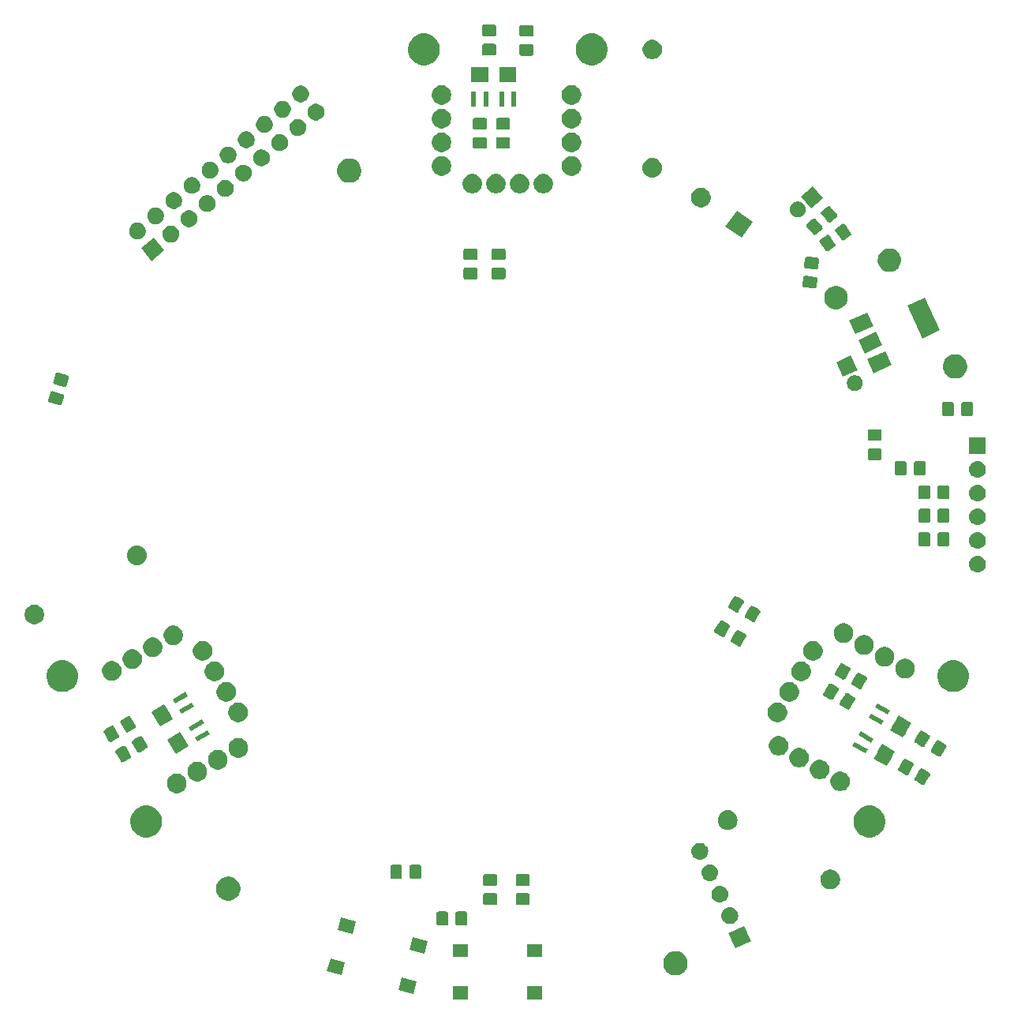
<source format=gbr>
G04 #@! TF.GenerationSoftware,KiCad,Pcbnew,(5.1.4)-1*
G04 #@! TF.CreationDate,2019-09-16T17:17:07+02:00*
G04 #@! TF.ProjectId,PixelFan,50697865-6c46-4616-9e2e-6b696361645f,rev?*
G04 #@! TF.SameCoordinates,Original*
G04 #@! TF.FileFunction,Soldermask,Bot*
G04 #@! TF.FilePolarity,Negative*
%FSLAX46Y46*%
G04 Gerber Fmt 4.6, Leading zero omitted, Abs format (unit mm)*
G04 Created by KiCad (PCBNEW (5.1.4)-1) date 2019-09-16 17:17:07*
%MOMM*%
%LPD*%
G04 APERTURE LIST*
%ADD10C,0.100000*%
G04 APERTURE END LIST*
D10*
G36*
X303701000Y-291851000D02*
G01*
X302049000Y-291851000D01*
X302049000Y-290449000D01*
X303701000Y-290449000D01*
X303701000Y-291851000D01*
X303701000Y-291851000D01*
G37*
G36*
X295751000Y-291851000D02*
G01*
X294099000Y-291851000D01*
X294099000Y-290449000D01*
X295751000Y-290449000D01*
X295751000Y-291851000D01*
X295751000Y-291851000D01*
G37*
G36*
X290236499Y-289938810D02*
G01*
X289873635Y-291293038D01*
X288277925Y-290865468D01*
X288640789Y-289511240D01*
X290236499Y-289938810D01*
X290236499Y-289938810D01*
G37*
G36*
X318379487Y-286748996D02*
G01*
X318616253Y-286847068D01*
X318616255Y-286847069D01*
X318829339Y-286989447D01*
X319010553Y-287170661D01*
X319131052Y-287351000D01*
X319152932Y-287383747D01*
X319251004Y-287620513D01*
X319301000Y-287871861D01*
X319301000Y-288128139D01*
X319251004Y-288379487D01*
X319152932Y-288616253D01*
X319152931Y-288616255D01*
X319010553Y-288829339D01*
X318829339Y-289010553D01*
X318616255Y-289152931D01*
X318616254Y-289152932D01*
X318616253Y-289152932D01*
X318379487Y-289251004D01*
X318128139Y-289301000D01*
X317871861Y-289301000D01*
X317620513Y-289251004D01*
X317383747Y-289152932D01*
X317383746Y-289152932D01*
X317383745Y-289152931D01*
X317170661Y-289010553D01*
X316989447Y-288829339D01*
X316847069Y-288616255D01*
X316847068Y-288616253D01*
X316748996Y-288379487D01*
X316699000Y-288128139D01*
X316699000Y-287871861D01*
X316748996Y-287620513D01*
X316847068Y-287383747D01*
X316868949Y-287351000D01*
X316989447Y-287170661D01*
X317170661Y-286989447D01*
X317383745Y-286847069D01*
X317383747Y-286847068D01*
X317620513Y-286748996D01*
X317871861Y-286699000D01*
X318128139Y-286699000D01*
X318379487Y-286748996D01*
X318379487Y-286748996D01*
G37*
G36*
X282557389Y-287881198D02*
G01*
X282194525Y-289235426D01*
X280598815Y-288807856D01*
X280961679Y-287453628D01*
X282557389Y-287881198D01*
X282557389Y-287881198D01*
G37*
G36*
X303701000Y-287351000D02*
G01*
X302049000Y-287351000D01*
X302049000Y-285949000D01*
X303701000Y-285949000D01*
X303701000Y-287351000D01*
X303701000Y-287351000D01*
G37*
G36*
X295751000Y-287351000D02*
G01*
X294099000Y-287351000D01*
X294099000Y-285949000D01*
X295751000Y-285949000D01*
X295751000Y-287351000D01*
X295751000Y-287351000D01*
G37*
G36*
X291401185Y-285592144D02*
G01*
X291038321Y-286946372D01*
X289442611Y-286518802D01*
X289805475Y-285164574D01*
X291401185Y-285592144D01*
X291401185Y-285592144D01*
G37*
G36*
X326097362Y-285635804D02*
G01*
X324464196Y-286397362D01*
X323702638Y-284764196D01*
X325335804Y-284002638D01*
X326097362Y-285635804D01*
X326097362Y-285635804D01*
G37*
G36*
X283722075Y-283534532D02*
G01*
X283359211Y-284888760D01*
X281763501Y-284461190D01*
X282126365Y-283106962D01*
X283722075Y-283534532D01*
X283722075Y-283534532D01*
G37*
G36*
X293438674Y-282453465D02*
G01*
X293476367Y-282464899D01*
X293511103Y-282483466D01*
X293541548Y-282508452D01*
X293566534Y-282538897D01*
X293585101Y-282573633D01*
X293596535Y-282611326D01*
X293601000Y-282656661D01*
X293601000Y-283743339D01*
X293596535Y-283788674D01*
X293585101Y-283826367D01*
X293566534Y-283861103D01*
X293541548Y-283891548D01*
X293511103Y-283916534D01*
X293476367Y-283935101D01*
X293438674Y-283946535D01*
X293393339Y-283951000D01*
X292556661Y-283951000D01*
X292511326Y-283946535D01*
X292473633Y-283935101D01*
X292438897Y-283916534D01*
X292408452Y-283891548D01*
X292383466Y-283861103D01*
X292364899Y-283826367D01*
X292353465Y-283788674D01*
X292349000Y-283743339D01*
X292349000Y-282656661D01*
X292353465Y-282611326D01*
X292364899Y-282573633D01*
X292383466Y-282538897D01*
X292408452Y-282508452D01*
X292438897Y-282483466D01*
X292473633Y-282464899D01*
X292511326Y-282453465D01*
X292556661Y-282449000D01*
X293393339Y-282449000D01*
X293438674Y-282453465D01*
X293438674Y-282453465D01*
G37*
G36*
X295488674Y-282453465D02*
G01*
X295526367Y-282464899D01*
X295561103Y-282483466D01*
X295591548Y-282508452D01*
X295616534Y-282538897D01*
X295635101Y-282573633D01*
X295646535Y-282611326D01*
X295651000Y-282656661D01*
X295651000Y-283743339D01*
X295646535Y-283788674D01*
X295635101Y-283826367D01*
X295616534Y-283861103D01*
X295591548Y-283891548D01*
X295561103Y-283916534D01*
X295526367Y-283935101D01*
X295488674Y-283946535D01*
X295443339Y-283951000D01*
X294606661Y-283951000D01*
X294561326Y-283946535D01*
X294523633Y-283935101D01*
X294488897Y-283916534D01*
X294458452Y-283891548D01*
X294433466Y-283861103D01*
X294414899Y-283826367D01*
X294403465Y-283788674D01*
X294399000Y-283743339D01*
X294399000Y-282656661D01*
X294403465Y-282611326D01*
X294414899Y-282573633D01*
X294433466Y-282538897D01*
X294458452Y-282508452D01*
X294488897Y-282483466D01*
X294523633Y-282464899D01*
X294561326Y-282453465D01*
X294606661Y-282449000D01*
X295443339Y-282449000D01*
X295488674Y-282453465D01*
X295488674Y-282453465D01*
G37*
G36*
X323936993Y-282003497D02*
G01*
X324003177Y-282010015D01*
X324173016Y-282061535D01*
X324329541Y-282145200D01*
X324365279Y-282174530D01*
X324466736Y-282257792D01*
X324549998Y-282359249D01*
X324579328Y-282394987D01*
X324662993Y-282551512D01*
X324714513Y-282721351D01*
X324731909Y-282897978D01*
X324714513Y-283074605D01*
X324662993Y-283244444D01*
X324579328Y-283400969D01*
X324549998Y-283436707D01*
X324466736Y-283538164D01*
X324365279Y-283621426D01*
X324329541Y-283650756D01*
X324173016Y-283734421D01*
X324003177Y-283785941D01*
X323936992Y-283792460D01*
X323870810Y-283798978D01*
X323782290Y-283798978D01*
X323716108Y-283792460D01*
X323649923Y-283785941D01*
X323480084Y-283734421D01*
X323323559Y-283650756D01*
X323287821Y-283621426D01*
X323186364Y-283538164D01*
X323103102Y-283436707D01*
X323073772Y-283400969D01*
X322990107Y-283244444D01*
X322938587Y-283074605D01*
X322921191Y-282897978D01*
X322938587Y-282721351D01*
X322990107Y-282551512D01*
X323073772Y-282394987D01*
X323103102Y-282359249D01*
X323186364Y-282257792D01*
X323287821Y-282174530D01*
X323323559Y-282145200D01*
X323480084Y-282061535D01*
X323649923Y-282010015D01*
X323716107Y-282003497D01*
X323782290Y-281996978D01*
X323870810Y-281996978D01*
X323936993Y-282003497D01*
X323936993Y-282003497D01*
G37*
G36*
X298688674Y-280503465D02*
G01*
X298726367Y-280514899D01*
X298761103Y-280533466D01*
X298791548Y-280558452D01*
X298816534Y-280588897D01*
X298835101Y-280623633D01*
X298846535Y-280661326D01*
X298851000Y-280706661D01*
X298851000Y-281543339D01*
X298846535Y-281588674D01*
X298835101Y-281626367D01*
X298816534Y-281661103D01*
X298791548Y-281691548D01*
X298761103Y-281716534D01*
X298726367Y-281735101D01*
X298688674Y-281746535D01*
X298643339Y-281751000D01*
X297556661Y-281751000D01*
X297511326Y-281746535D01*
X297473633Y-281735101D01*
X297438897Y-281716534D01*
X297408452Y-281691548D01*
X297383466Y-281661103D01*
X297364899Y-281626367D01*
X297353465Y-281588674D01*
X297349000Y-281543339D01*
X297349000Y-280706661D01*
X297353465Y-280661326D01*
X297364899Y-280623633D01*
X297383466Y-280588897D01*
X297408452Y-280558452D01*
X297438897Y-280533466D01*
X297473633Y-280514899D01*
X297511326Y-280503465D01*
X297556661Y-280499000D01*
X298643339Y-280499000D01*
X298688674Y-280503465D01*
X298688674Y-280503465D01*
G37*
G36*
X302188674Y-280503465D02*
G01*
X302226367Y-280514899D01*
X302261103Y-280533466D01*
X302291548Y-280558452D01*
X302316534Y-280588897D01*
X302335101Y-280623633D01*
X302346535Y-280661326D01*
X302351000Y-280706661D01*
X302351000Y-281543339D01*
X302346535Y-281588674D01*
X302335101Y-281626367D01*
X302316534Y-281661103D01*
X302291548Y-281691548D01*
X302261103Y-281716534D01*
X302226367Y-281735101D01*
X302188674Y-281746535D01*
X302143339Y-281751000D01*
X301056661Y-281751000D01*
X301011326Y-281746535D01*
X300973633Y-281735101D01*
X300938897Y-281716534D01*
X300908452Y-281691548D01*
X300883466Y-281661103D01*
X300864899Y-281626367D01*
X300853465Y-281588674D01*
X300849000Y-281543339D01*
X300849000Y-280706661D01*
X300853465Y-280661326D01*
X300864899Y-280623633D01*
X300883466Y-280588897D01*
X300908452Y-280558452D01*
X300938897Y-280533466D01*
X300973633Y-280514899D01*
X301011326Y-280503465D01*
X301056661Y-280499000D01*
X302143339Y-280499000D01*
X302188674Y-280503465D01*
X302188674Y-280503465D01*
G37*
G36*
X322858724Y-279701000D02*
G01*
X322929726Y-279707993D01*
X323099565Y-279759513D01*
X323256090Y-279843178D01*
X323291040Y-279871861D01*
X323393285Y-279955770D01*
X323471437Y-280051000D01*
X323505877Y-280092965D01*
X323589542Y-280249490D01*
X323641062Y-280419329D01*
X323658458Y-280595956D01*
X323641062Y-280772583D01*
X323589542Y-280942422D01*
X323505877Y-281098947D01*
X323476547Y-281134685D01*
X323393285Y-281236142D01*
X323314254Y-281301000D01*
X323256090Y-281348734D01*
X323099565Y-281432399D01*
X322929726Y-281483919D01*
X322863542Y-281490437D01*
X322797359Y-281496956D01*
X322708839Y-281496956D01*
X322642656Y-281490437D01*
X322576472Y-281483919D01*
X322406633Y-281432399D01*
X322250108Y-281348734D01*
X322191944Y-281301000D01*
X322112913Y-281236142D01*
X322029651Y-281134685D01*
X322000321Y-281098947D01*
X321916656Y-280942422D01*
X321865136Y-280772583D01*
X321847740Y-280595956D01*
X321865136Y-280419329D01*
X321916656Y-280249490D01*
X322000321Y-280092965D01*
X322034761Y-280051000D01*
X322112913Y-279955770D01*
X322215158Y-279871861D01*
X322250108Y-279843178D01*
X322406633Y-279759513D01*
X322576472Y-279707993D01*
X322647474Y-279701000D01*
X322708839Y-279694956D01*
X322797359Y-279694956D01*
X322858724Y-279701000D01*
X322858724Y-279701000D01*
G37*
G36*
X270379487Y-278748996D02*
G01*
X270616253Y-278847068D01*
X270616255Y-278847069D01*
X270771799Y-278951000D01*
X270829339Y-278989447D01*
X271010553Y-279170661D01*
X271152932Y-279383747D01*
X271251004Y-279620513D01*
X271301000Y-279871861D01*
X271301000Y-280128139D01*
X271251004Y-280379487D01*
X271164263Y-280588897D01*
X271152931Y-280616255D01*
X271010553Y-280829339D01*
X270829339Y-281010553D01*
X270616255Y-281152931D01*
X270616254Y-281152932D01*
X270616253Y-281152932D01*
X270379487Y-281251004D01*
X270128139Y-281301000D01*
X269871861Y-281301000D01*
X269620513Y-281251004D01*
X269383747Y-281152932D01*
X269383746Y-281152932D01*
X269383745Y-281152931D01*
X269170661Y-281010553D01*
X268989447Y-280829339D01*
X268847069Y-280616255D01*
X268835737Y-280588897D01*
X268748996Y-280379487D01*
X268699000Y-280128139D01*
X268699000Y-279871861D01*
X268748996Y-279620513D01*
X268847068Y-279383747D01*
X268989447Y-279170661D01*
X269170661Y-278989447D01*
X269228201Y-278951000D01*
X269383745Y-278847069D01*
X269383747Y-278847068D01*
X269620513Y-278748996D01*
X269871861Y-278699000D01*
X270128139Y-278699000D01*
X270379487Y-278748996D01*
X270379487Y-278748996D01*
G37*
G36*
X334906564Y-277989389D02*
G01*
X335097833Y-278068615D01*
X335097835Y-278068616D01*
X335269973Y-278183635D01*
X335416365Y-278330027D01*
X335518890Y-278483466D01*
X335531385Y-278502167D01*
X335610611Y-278693436D01*
X335651000Y-278896484D01*
X335651000Y-279103516D01*
X335610611Y-279306564D01*
X335559968Y-279428827D01*
X335531384Y-279497835D01*
X335416365Y-279669973D01*
X335269973Y-279816365D01*
X335097835Y-279931384D01*
X335097834Y-279931385D01*
X335097833Y-279931385D01*
X334906564Y-280010611D01*
X334703516Y-280051000D01*
X334496484Y-280051000D01*
X334293436Y-280010611D01*
X334102167Y-279931385D01*
X334102166Y-279931385D01*
X334102165Y-279931384D01*
X333930027Y-279816365D01*
X333783635Y-279669973D01*
X333668616Y-279497835D01*
X333640032Y-279428827D01*
X333589389Y-279306564D01*
X333549000Y-279103516D01*
X333549000Y-278896484D01*
X333589389Y-278693436D01*
X333668615Y-278502167D01*
X333681111Y-278483466D01*
X333783635Y-278330027D01*
X333930027Y-278183635D01*
X334102165Y-278068616D01*
X334102167Y-278068615D01*
X334293436Y-277989389D01*
X334496484Y-277949000D01*
X334703516Y-277949000D01*
X334906564Y-277989389D01*
X334906564Y-277989389D01*
G37*
G36*
X302188674Y-278453465D02*
G01*
X302226367Y-278464899D01*
X302261103Y-278483466D01*
X302291548Y-278508452D01*
X302316534Y-278538897D01*
X302335101Y-278573633D01*
X302346535Y-278611326D01*
X302351000Y-278656661D01*
X302351000Y-279493339D01*
X302346535Y-279538674D01*
X302335101Y-279576367D01*
X302316534Y-279611103D01*
X302291548Y-279641548D01*
X302261103Y-279666534D01*
X302226367Y-279685101D01*
X302188674Y-279696535D01*
X302143339Y-279701000D01*
X301056661Y-279701000D01*
X301011326Y-279696535D01*
X300973633Y-279685101D01*
X300938897Y-279666534D01*
X300908452Y-279641548D01*
X300883466Y-279611103D01*
X300864899Y-279576367D01*
X300853465Y-279538674D01*
X300849000Y-279493339D01*
X300849000Y-278656661D01*
X300853465Y-278611326D01*
X300864899Y-278573633D01*
X300883466Y-278538897D01*
X300908452Y-278508452D01*
X300938897Y-278483466D01*
X300973633Y-278464899D01*
X301011326Y-278453465D01*
X301056661Y-278449000D01*
X302143339Y-278449000D01*
X302188674Y-278453465D01*
X302188674Y-278453465D01*
G37*
G36*
X298688674Y-278453465D02*
G01*
X298726367Y-278464899D01*
X298761103Y-278483466D01*
X298791548Y-278508452D01*
X298816534Y-278538897D01*
X298835101Y-278573633D01*
X298846535Y-278611326D01*
X298851000Y-278656661D01*
X298851000Y-279493339D01*
X298846535Y-279538674D01*
X298835101Y-279576367D01*
X298816534Y-279611103D01*
X298791548Y-279641548D01*
X298761103Y-279666534D01*
X298726367Y-279685101D01*
X298688674Y-279696535D01*
X298643339Y-279701000D01*
X297556661Y-279701000D01*
X297511326Y-279696535D01*
X297473633Y-279685101D01*
X297438897Y-279666534D01*
X297408452Y-279641548D01*
X297383466Y-279611103D01*
X297364899Y-279576367D01*
X297353465Y-279538674D01*
X297349000Y-279493339D01*
X297349000Y-278656661D01*
X297353465Y-278611326D01*
X297364899Y-278573633D01*
X297383466Y-278538897D01*
X297408452Y-278508452D01*
X297438897Y-278483466D01*
X297473633Y-278464899D01*
X297511326Y-278453465D01*
X297556661Y-278449000D01*
X298643339Y-278449000D01*
X298688674Y-278453465D01*
X298688674Y-278453465D01*
G37*
G36*
X321790092Y-277399454D02*
G01*
X321856276Y-277405972D01*
X322026115Y-277457492D01*
X322026117Y-277457493D01*
X322048988Y-277469718D01*
X322182640Y-277541157D01*
X322217739Y-277569962D01*
X322319835Y-277653749D01*
X322403097Y-277755206D01*
X322432427Y-277790944D01*
X322516092Y-277947469D01*
X322567612Y-278117308D01*
X322585008Y-278293935D01*
X322567612Y-278470562D01*
X322516092Y-278640401D01*
X322432427Y-278796926D01*
X322408265Y-278826367D01*
X322319835Y-278934121D01*
X322218378Y-279017383D01*
X322182640Y-279046713D01*
X322026115Y-279130378D01*
X321856276Y-279181898D01*
X321790092Y-279188416D01*
X321723909Y-279194935D01*
X321635389Y-279194935D01*
X321569206Y-279188416D01*
X321503022Y-279181898D01*
X321333183Y-279130378D01*
X321176658Y-279046713D01*
X321140920Y-279017383D01*
X321039463Y-278934121D01*
X320951033Y-278826367D01*
X320926871Y-278796926D01*
X320843206Y-278640401D01*
X320791686Y-278470562D01*
X320774290Y-278293935D01*
X320791686Y-278117308D01*
X320843206Y-277947469D01*
X320926871Y-277790944D01*
X320956201Y-277755206D01*
X321039463Y-277653749D01*
X321141559Y-277569962D01*
X321176658Y-277541157D01*
X321310310Y-277469718D01*
X321333181Y-277457493D01*
X321333183Y-277457492D01*
X321503022Y-277405972D01*
X321569206Y-277399454D01*
X321635389Y-277392935D01*
X321723909Y-277392935D01*
X321790092Y-277399454D01*
X321790092Y-277399454D01*
G37*
G36*
X290538674Y-277453465D02*
G01*
X290576367Y-277464899D01*
X290611103Y-277483466D01*
X290641548Y-277508452D01*
X290666534Y-277538897D01*
X290685101Y-277573633D01*
X290696535Y-277611326D01*
X290701000Y-277656661D01*
X290701000Y-278743339D01*
X290696535Y-278788674D01*
X290685101Y-278826367D01*
X290666534Y-278861103D01*
X290641548Y-278891548D01*
X290611103Y-278916534D01*
X290576367Y-278935101D01*
X290538674Y-278946535D01*
X290493339Y-278951000D01*
X289656661Y-278951000D01*
X289611326Y-278946535D01*
X289573633Y-278935101D01*
X289538897Y-278916534D01*
X289508452Y-278891548D01*
X289483466Y-278861103D01*
X289464899Y-278826367D01*
X289453465Y-278788674D01*
X289449000Y-278743339D01*
X289449000Y-277656661D01*
X289453465Y-277611326D01*
X289464899Y-277573633D01*
X289483466Y-277538897D01*
X289508452Y-277508452D01*
X289538897Y-277483466D01*
X289573633Y-277464899D01*
X289611326Y-277453465D01*
X289656661Y-277449000D01*
X290493339Y-277449000D01*
X290538674Y-277453465D01*
X290538674Y-277453465D01*
G37*
G36*
X288488674Y-277453465D02*
G01*
X288526367Y-277464899D01*
X288561103Y-277483466D01*
X288591548Y-277508452D01*
X288616534Y-277538897D01*
X288635101Y-277573633D01*
X288646535Y-277611326D01*
X288651000Y-277656661D01*
X288651000Y-278743339D01*
X288646535Y-278788674D01*
X288635101Y-278826367D01*
X288616534Y-278861103D01*
X288591548Y-278891548D01*
X288561103Y-278916534D01*
X288526367Y-278935101D01*
X288488674Y-278946535D01*
X288443339Y-278951000D01*
X287606661Y-278951000D01*
X287561326Y-278946535D01*
X287523633Y-278935101D01*
X287488897Y-278916534D01*
X287458452Y-278891548D01*
X287433466Y-278861103D01*
X287414899Y-278826367D01*
X287403465Y-278788674D01*
X287399000Y-278743339D01*
X287399000Y-277656661D01*
X287403465Y-277611326D01*
X287414899Y-277573633D01*
X287433466Y-277538897D01*
X287458452Y-277508452D01*
X287488897Y-277483466D01*
X287523633Y-277464899D01*
X287561326Y-277453465D01*
X287606661Y-277449000D01*
X288443339Y-277449000D01*
X288488674Y-277453465D01*
X288488674Y-277453465D01*
G37*
G36*
X320716640Y-275097431D02*
G01*
X320782825Y-275103950D01*
X320952664Y-275155470D01*
X321109189Y-275239135D01*
X321144927Y-275268465D01*
X321246384Y-275351727D01*
X321329646Y-275453184D01*
X321358976Y-275488922D01*
X321442641Y-275645447D01*
X321494161Y-275815286D01*
X321511557Y-275991913D01*
X321494161Y-276168540D01*
X321442641Y-276338379D01*
X321358976Y-276494904D01*
X321329646Y-276530642D01*
X321246384Y-276632099D01*
X321144927Y-276715361D01*
X321109189Y-276744691D01*
X320952664Y-276828356D01*
X320782825Y-276879876D01*
X320716641Y-276886394D01*
X320650458Y-276892913D01*
X320561938Y-276892913D01*
X320495755Y-276886394D01*
X320429571Y-276879876D01*
X320259732Y-276828356D01*
X320103207Y-276744691D01*
X320067469Y-276715361D01*
X319966012Y-276632099D01*
X319882750Y-276530642D01*
X319853420Y-276494904D01*
X319769755Y-276338379D01*
X319718235Y-276168540D01*
X319700839Y-275991913D01*
X319718235Y-275815286D01*
X319769755Y-275645447D01*
X319853420Y-275488922D01*
X319882750Y-275453184D01*
X319966012Y-275351727D01*
X320067469Y-275268465D01*
X320103207Y-275239135D01*
X320259732Y-275155470D01*
X320429571Y-275103950D01*
X320495756Y-275097431D01*
X320561938Y-275090913D01*
X320650458Y-275090913D01*
X320716640Y-275097431D01*
X320716640Y-275097431D01*
G37*
G36*
X261694892Y-271158597D02*
G01*
X262004454Y-271286822D01*
X262004455Y-271286823D01*
X262283054Y-271472976D01*
X262519983Y-271709905D01*
X262644367Y-271896059D01*
X262706137Y-271988505D01*
X262834362Y-272298067D01*
X262899730Y-272626694D01*
X262899730Y-272961764D01*
X262834362Y-273290391D01*
X262706137Y-273599953D01*
X262644367Y-273692399D01*
X262519983Y-273878553D01*
X262283054Y-274115482D01*
X262096900Y-274239866D01*
X262004454Y-274301636D01*
X261694892Y-274429861D01*
X261366265Y-274495229D01*
X261031195Y-274495229D01*
X260702568Y-274429861D01*
X260393006Y-274301636D01*
X260300560Y-274239866D01*
X260114406Y-274115482D01*
X259877477Y-273878553D01*
X259753093Y-273692399D01*
X259691323Y-273599953D01*
X259563098Y-273290391D01*
X259497730Y-272961764D01*
X259497730Y-272626694D01*
X259563098Y-272298067D01*
X259691323Y-271988505D01*
X259753093Y-271896059D01*
X259877477Y-271709905D01*
X260114406Y-271472976D01*
X260393005Y-271286823D01*
X260393006Y-271286822D01*
X260702568Y-271158597D01*
X261031195Y-271093229D01*
X261366265Y-271093229D01*
X261694892Y-271158597D01*
X261694892Y-271158597D01*
G37*
G36*
X339297432Y-271158597D02*
G01*
X339606994Y-271286822D01*
X339606995Y-271286823D01*
X339885594Y-271472976D01*
X340122523Y-271709905D01*
X340246907Y-271896059D01*
X340308677Y-271988505D01*
X340436902Y-272298067D01*
X340502270Y-272626694D01*
X340502270Y-272961764D01*
X340436902Y-273290391D01*
X340308677Y-273599953D01*
X340246907Y-273692399D01*
X340122523Y-273878553D01*
X339885594Y-274115482D01*
X339699440Y-274239866D01*
X339606994Y-274301636D01*
X339297432Y-274429861D01*
X338968805Y-274495229D01*
X338633735Y-274495229D01*
X338305108Y-274429861D01*
X337995546Y-274301636D01*
X337903100Y-274239866D01*
X337716946Y-274115482D01*
X337480017Y-273878553D01*
X337355633Y-273692399D01*
X337293863Y-273599953D01*
X337165638Y-273290391D01*
X337100270Y-272961764D01*
X337100270Y-272626694D01*
X337165638Y-272298067D01*
X337293863Y-271988505D01*
X337355633Y-271896059D01*
X337480017Y-271709905D01*
X337716946Y-271472976D01*
X337995545Y-271286823D01*
X337995546Y-271286822D01*
X338305108Y-271158597D01*
X338633735Y-271093229D01*
X338968805Y-271093229D01*
X339297432Y-271158597D01*
X339297432Y-271158597D01*
G37*
G36*
X323704574Y-271604069D02*
G01*
X323807509Y-271614207D01*
X324005623Y-271674305D01*
X324005626Y-271674306D01*
X324102452Y-271726061D01*
X324188206Y-271771897D01*
X324348242Y-271903235D01*
X324479580Y-272063271D01*
X324525416Y-272149025D01*
X324577171Y-272245851D01*
X324577172Y-272245854D01*
X324637270Y-272443968D01*
X324657562Y-272650000D01*
X324637270Y-272856032D01*
X324605196Y-272961763D01*
X324577171Y-273054149D01*
X324525416Y-273150975D01*
X324479580Y-273236729D01*
X324348242Y-273396765D01*
X324188206Y-273528103D01*
X324102452Y-273573939D01*
X324005626Y-273625694D01*
X324005623Y-273625695D01*
X323807509Y-273685793D01*
X323704574Y-273695931D01*
X323653108Y-273701000D01*
X323549846Y-273701000D01*
X323498380Y-273695931D01*
X323395445Y-273685793D01*
X323197331Y-273625695D01*
X323197328Y-273625694D01*
X323100502Y-273573939D01*
X323014748Y-273528103D01*
X322854712Y-273396765D01*
X322723374Y-273236729D01*
X322677538Y-273150975D01*
X322625783Y-273054149D01*
X322597758Y-272961763D01*
X322565684Y-272856032D01*
X322545392Y-272650000D01*
X322565684Y-272443968D01*
X322625782Y-272245854D01*
X322625783Y-272245851D01*
X322677538Y-272149025D01*
X322723374Y-272063271D01*
X322854712Y-271903235D01*
X323014748Y-271771897D01*
X323100502Y-271726061D01*
X323197328Y-271674306D01*
X323197331Y-271674305D01*
X323395445Y-271614207D01*
X323498380Y-271604069D01*
X323549846Y-271599000D01*
X323653108Y-271599000D01*
X323704574Y-271604069D01*
X323704574Y-271604069D01*
G37*
G36*
X264786498Y-267706830D02*
G01*
X264977767Y-267786056D01*
X264977769Y-267786057D01*
X265149907Y-267901076D01*
X265296299Y-268047468D01*
X265393935Y-268193590D01*
X265411319Y-268219608D01*
X265490545Y-268410877D01*
X265530934Y-268613925D01*
X265530934Y-268820957D01*
X265490545Y-269024005D01*
X265411319Y-269215274D01*
X265411318Y-269215276D01*
X265296299Y-269387414D01*
X265149907Y-269533806D01*
X264977769Y-269648825D01*
X264977768Y-269648826D01*
X264977767Y-269648826D01*
X264786498Y-269728052D01*
X264583450Y-269768441D01*
X264376418Y-269768441D01*
X264173370Y-269728052D01*
X263982101Y-269648826D01*
X263982100Y-269648826D01*
X263982099Y-269648825D01*
X263809961Y-269533806D01*
X263663569Y-269387414D01*
X263548550Y-269215276D01*
X263548549Y-269215274D01*
X263469323Y-269024005D01*
X263428934Y-268820957D01*
X263428934Y-268613925D01*
X263469323Y-268410877D01*
X263548549Y-268219608D01*
X263565934Y-268193590D01*
X263663569Y-268047468D01*
X263809961Y-267901076D01*
X263982099Y-267786057D01*
X263982101Y-267786056D01*
X264173370Y-267706830D01*
X264376418Y-267666441D01*
X264583450Y-267666441D01*
X264786498Y-267706830D01*
X264786498Y-267706830D01*
G37*
G36*
X335961630Y-267473003D02*
G01*
X336149823Y-267550955D01*
X336152901Y-267552230D01*
X336325039Y-267667249D01*
X336471431Y-267813641D01*
X336559387Y-267945276D01*
X336586451Y-267985781D01*
X336665677Y-268177050D01*
X336706066Y-268380098D01*
X336706066Y-268587130D01*
X336665677Y-268790178D01*
X336627705Y-268881851D01*
X336586450Y-268981449D01*
X336471431Y-269153587D01*
X336325039Y-269299979D01*
X336152901Y-269414998D01*
X336152900Y-269414999D01*
X336152899Y-269414999D01*
X335961630Y-269494225D01*
X335758582Y-269534614D01*
X335551550Y-269534614D01*
X335348502Y-269494225D01*
X335157233Y-269414999D01*
X335157232Y-269414999D01*
X335157231Y-269414998D01*
X334985093Y-269299979D01*
X334838701Y-269153587D01*
X334723682Y-268981449D01*
X334682427Y-268881851D01*
X334644455Y-268790178D01*
X334604066Y-268587130D01*
X334604066Y-268380098D01*
X334644455Y-268177050D01*
X334723681Y-267985781D01*
X334750746Y-267945276D01*
X334838701Y-267813641D01*
X334985093Y-267667249D01*
X335157231Y-267552230D01*
X335160309Y-267550955D01*
X335348502Y-267473003D01*
X335551550Y-267432614D01*
X335758582Y-267432614D01*
X335961630Y-267473003D01*
X335961630Y-267473003D01*
G37*
G36*
X344421337Y-267107251D02*
G01*
X344459698Y-267116196D01*
X344501192Y-267134997D01*
X344557057Y-267167251D01*
X344557060Y-267167252D01*
X345168346Y-267520178D01*
X345225776Y-267553335D01*
X345262808Y-267579872D01*
X345289729Y-267608616D01*
X345310530Y-267642066D01*
X345324404Y-267678927D01*
X345330819Y-267717787D01*
X345329531Y-267757151D01*
X345320586Y-267795512D01*
X345301785Y-267837006D01*
X345269531Y-267892871D01*
X345269530Y-267892874D01*
X344943225Y-268458051D01*
X344758447Y-268778096D01*
X344731910Y-268815128D01*
X344703166Y-268842049D01*
X344669716Y-268862850D01*
X344632855Y-268876724D01*
X344593995Y-268883139D01*
X344554631Y-268881851D01*
X344516270Y-268872906D01*
X344474776Y-268854105D01*
X344418911Y-268821851D01*
X344418908Y-268821850D01*
X343806061Y-268468023D01*
X343806060Y-268468023D01*
X343750192Y-268435767D01*
X343713160Y-268409230D01*
X343686239Y-268380486D01*
X343665438Y-268347036D01*
X343651564Y-268310175D01*
X343645149Y-268271315D01*
X343646437Y-268231951D01*
X343655382Y-268193590D01*
X343674183Y-268152096D01*
X343793592Y-267945274D01*
X344185265Y-267266875D01*
X344217521Y-267211006D01*
X344244058Y-267173974D01*
X344272802Y-267147053D01*
X344306252Y-267126252D01*
X344343113Y-267112378D01*
X344381973Y-267105963D01*
X344421337Y-267107251D01*
X344421337Y-267107251D01*
G37*
G36*
X266986203Y-266436830D02*
G01*
X267177472Y-266516056D01*
X267177474Y-266516057D01*
X267349612Y-266631076D01*
X267496004Y-266777468D01*
X267529662Y-266827840D01*
X267611024Y-266949608D01*
X267690250Y-267140877D01*
X267730639Y-267343925D01*
X267730639Y-267550957D01*
X267690250Y-267754005D01*
X267629331Y-267901076D01*
X267611023Y-267945276D01*
X267496004Y-268117414D01*
X267349612Y-268263806D01*
X267177474Y-268378825D01*
X267177473Y-268378826D01*
X267177472Y-268378826D01*
X266986203Y-268458052D01*
X266783155Y-268498441D01*
X266576123Y-268498441D01*
X266373075Y-268458052D01*
X266181806Y-268378826D01*
X266181805Y-268378826D01*
X266181804Y-268378825D01*
X266009666Y-268263806D01*
X265863274Y-268117414D01*
X265748255Y-267945276D01*
X265729947Y-267901076D01*
X265669028Y-267754005D01*
X265628639Y-267550957D01*
X265628639Y-267343925D01*
X265669028Y-267140877D01*
X265748254Y-266949608D01*
X265829617Y-266827840D01*
X265863274Y-266777468D01*
X266009666Y-266631076D01*
X266181804Y-266516057D01*
X266181806Y-266516056D01*
X266373075Y-266436830D01*
X266576123Y-266396441D01*
X266783155Y-266396441D01*
X266986203Y-266436830D01*
X266986203Y-266436830D01*
G37*
G36*
X333761925Y-266203003D02*
G01*
X333950118Y-266280955D01*
X333953196Y-266282230D01*
X334125334Y-266397249D01*
X334271726Y-266543641D01*
X334385548Y-266713987D01*
X334386746Y-266715781D01*
X334465972Y-266907050D01*
X334506361Y-267110098D01*
X334506361Y-267317130D01*
X334465972Y-267520178D01*
X334415484Y-267642066D01*
X334386745Y-267711449D01*
X334271726Y-267883587D01*
X334125334Y-268029979D01*
X333953196Y-268144998D01*
X333953195Y-268144999D01*
X333953194Y-268144999D01*
X333761925Y-268224225D01*
X333558877Y-268264614D01*
X333351845Y-268264614D01*
X333148797Y-268224225D01*
X332957528Y-268144999D01*
X332957527Y-268144999D01*
X332957526Y-268144998D01*
X332785388Y-268029979D01*
X332638996Y-267883587D01*
X332523977Y-267711449D01*
X332495238Y-267642066D01*
X332444750Y-267520178D01*
X332404361Y-267317130D01*
X332404361Y-267110098D01*
X332444750Y-266907050D01*
X332523976Y-266715781D01*
X332525175Y-266713987D01*
X332638996Y-266543641D01*
X332785388Y-266397249D01*
X332957526Y-266282230D01*
X332960604Y-266280955D01*
X333148797Y-266203003D01*
X333351845Y-266162614D01*
X333558877Y-266162614D01*
X333761925Y-266203003D01*
X333761925Y-266203003D01*
G37*
G36*
X342645985Y-266082251D02*
G01*
X342684346Y-266091196D01*
X342725840Y-266109997D01*
X342781705Y-266142251D01*
X342781708Y-266142252D01*
X343291934Y-266436831D01*
X343450424Y-266528335D01*
X343487456Y-266554872D01*
X343514377Y-266583616D01*
X343535178Y-266617066D01*
X343549052Y-266653927D01*
X343555467Y-266692787D01*
X343554179Y-266732151D01*
X343545234Y-266770512D01*
X343526433Y-266812006D01*
X343494179Y-266867871D01*
X343494178Y-266867874D01*
X343021634Y-267686344D01*
X342983095Y-267753096D01*
X342956558Y-267790128D01*
X342927814Y-267817049D01*
X342894364Y-267837850D01*
X342857503Y-267851724D01*
X342818643Y-267858139D01*
X342779279Y-267856851D01*
X342740918Y-267847906D01*
X342699424Y-267829105D01*
X342643559Y-267796851D01*
X342643556Y-267796850D01*
X342030709Y-267443023D01*
X342030708Y-267443023D01*
X341974840Y-267410767D01*
X341937808Y-267384230D01*
X341910887Y-267355486D01*
X341890086Y-267322036D01*
X341876212Y-267285175D01*
X341869797Y-267246315D01*
X341871085Y-267206951D01*
X341880030Y-267168590D01*
X341898831Y-267127096D01*
X341998639Y-266954224D01*
X342409913Y-266241875D01*
X342442169Y-266186006D01*
X342468706Y-266148974D01*
X342497450Y-266122053D01*
X342530900Y-266101252D01*
X342567761Y-266087378D01*
X342606621Y-266080963D01*
X342645985Y-266082251D01*
X342645985Y-266082251D01*
G37*
G36*
X269185907Y-265166830D02*
G01*
X269363101Y-265240226D01*
X269377178Y-265246057D01*
X269549316Y-265361076D01*
X269695708Y-265507468D01*
X269752255Y-265592096D01*
X269810728Y-265679608D01*
X269889954Y-265870877D01*
X269930343Y-266073925D01*
X269930343Y-266280957D01*
X269889954Y-266484005D01*
X269834838Y-266617066D01*
X269810727Y-266675276D01*
X269695708Y-266847414D01*
X269549316Y-266993806D01*
X269377178Y-267108825D01*
X269377177Y-267108826D01*
X269377176Y-267108826D01*
X269185907Y-267188052D01*
X268982859Y-267228441D01*
X268775827Y-267228441D01*
X268572779Y-267188052D01*
X268381510Y-267108826D01*
X268381509Y-267108826D01*
X268381508Y-267108825D01*
X268209370Y-266993806D01*
X268062978Y-266847414D01*
X267947959Y-266675276D01*
X267923848Y-266617066D01*
X267868732Y-266484005D01*
X267828343Y-266280957D01*
X267828343Y-266073925D01*
X267868732Y-265870877D01*
X267947958Y-265679608D01*
X268006432Y-265592096D01*
X268062978Y-265507468D01*
X268209370Y-265361076D01*
X268381508Y-265246057D01*
X268395585Y-265240226D01*
X268572779Y-265166830D01*
X268775827Y-265126441D01*
X268982859Y-265126441D01*
X269185907Y-265166830D01*
X269185907Y-265166830D01*
G37*
G36*
X331562221Y-264933003D02*
G01*
X331750414Y-265010955D01*
X331753492Y-265012230D01*
X331925630Y-265127249D01*
X332072022Y-265273641D01*
X332168955Y-265418711D01*
X332187042Y-265445781D01*
X332266268Y-265637050D01*
X332306657Y-265840098D01*
X332306657Y-266047130D01*
X332266268Y-266250178D01*
X332205684Y-266396441D01*
X332187041Y-266441449D01*
X332072022Y-266613587D01*
X331925630Y-266759979D01*
X331753492Y-266874998D01*
X331753491Y-266874999D01*
X331753490Y-266874999D01*
X331562221Y-266954225D01*
X331359173Y-266994614D01*
X331152141Y-266994614D01*
X330949093Y-266954225D01*
X330757824Y-266874999D01*
X330757823Y-266874999D01*
X330757822Y-266874998D01*
X330585684Y-266759979D01*
X330439292Y-266613587D01*
X330324273Y-266441449D01*
X330305630Y-266396441D01*
X330245046Y-266250178D01*
X330204657Y-266047130D01*
X330204657Y-265840098D01*
X330245046Y-265637050D01*
X330324272Y-265445781D01*
X330342360Y-265418711D01*
X330439292Y-265273641D01*
X330585684Y-265127249D01*
X330757822Y-265012230D01*
X330760900Y-265010955D01*
X330949093Y-264933003D01*
X331152141Y-264892614D01*
X331359173Y-264892614D01*
X331562221Y-264933003D01*
X331562221Y-264933003D01*
G37*
G36*
X340834360Y-264844745D02*
G01*
X341566182Y-265267262D01*
X341303681Y-265721927D01*
X341267833Y-265784017D01*
X341252682Y-265810259D01*
X340978681Y-266284844D01*
X340939026Y-266353527D01*
X340927682Y-266373175D01*
X340927682Y-266373176D01*
X340665182Y-266827840D01*
X340665181Y-266827840D01*
X339877680Y-266373176D01*
X339277808Y-266026840D01*
X339541584Y-265569967D01*
X339871662Y-264998255D01*
X340178808Y-264466262D01*
X340178809Y-264466262D01*
X340834360Y-264844745D01*
X340834360Y-264844745D01*
G37*
G36*
X258870988Y-264679365D02*
G01*
X258907849Y-264693239D01*
X258941299Y-264714040D01*
X258970043Y-264740961D01*
X258996580Y-264777993D01*
X259028836Y-264833862D01*
X259492557Y-265637050D01*
X259539918Y-265719083D01*
X259558719Y-265760577D01*
X259567664Y-265798938D01*
X259568952Y-265838302D01*
X259562537Y-265877162D01*
X259548663Y-265914023D01*
X259527862Y-265947473D01*
X259500941Y-265976217D01*
X259463909Y-266002754D01*
X259408041Y-266035010D01*
X259408040Y-266035010D01*
X258795193Y-266388837D01*
X258795190Y-266388838D01*
X258739325Y-266421092D01*
X258697831Y-266439893D01*
X258659470Y-266448838D01*
X258620106Y-266450126D01*
X258581246Y-266443711D01*
X258544385Y-266429837D01*
X258510935Y-266409036D01*
X258482191Y-266382115D01*
X258455654Y-266345083D01*
X258363811Y-266186006D01*
X257944571Y-265459861D01*
X257944570Y-265459858D01*
X257912316Y-265403993D01*
X257893515Y-265362499D01*
X257884570Y-265324138D01*
X257883282Y-265284774D01*
X257889697Y-265245914D01*
X257903571Y-265209053D01*
X257924372Y-265175603D01*
X257951293Y-265146859D01*
X257988325Y-265120322D01*
X258083905Y-265065139D01*
X258657041Y-264734239D01*
X258657044Y-264734238D01*
X258712909Y-264701984D01*
X258754403Y-264683183D01*
X258792764Y-264674238D01*
X258832128Y-264672950D01*
X258870988Y-264679365D01*
X258870988Y-264679365D01*
G37*
G36*
X271385612Y-263896830D02*
G01*
X271576881Y-263976056D01*
X271576883Y-263976057D01*
X271749021Y-264091076D01*
X271895413Y-264237468D01*
X271990435Y-264379678D01*
X272010433Y-264409608D01*
X272089659Y-264600877D01*
X272130048Y-264803925D01*
X272130048Y-265010957D01*
X272089659Y-265214005D01*
X272010680Y-265404678D01*
X272010432Y-265405276D01*
X271895413Y-265577414D01*
X271749021Y-265723806D01*
X271576883Y-265838825D01*
X271576882Y-265838826D01*
X271576881Y-265838826D01*
X271385612Y-265918052D01*
X271182564Y-265958441D01*
X270975532Y-265958441D01*
X270772484Y-265918052D01*
X270581215Y-265838826D01*
X270581214Y-265838826D01*
X270581213Y-265838825D01*
X270409075Y-265723806D01*
X270262683Y-265577414D01*
X270147664Y-265405276D01*
X270147416Y-265404678D01*
X270068437Y-265214005D01*
X270028048Y-265010957D01*
X270028048Y-264803925D01*
X270068437Y-264600877D01*
X270147663Y-264409608D01*
X270167662Y-264379678D01*
X270262683Y-264237468D01*
X270409075Y-264091076D01*
X270581213Y-263976057D01*
X270581215Y-263976056D01*
X270772484Y-263896830D01*
X270975532Y-263856441D01*
X271182564Y-263856441D01*
X271385612Y-263896830D01*
X271385612Y-263896830D01*
G37*
G36*
X346171337Y-264076162D02*
G01*
X346209698Y-264085107D01*
X346251192Y-264103908D01*
X346307057Y-264136162D01*
X346307060Y-264136163D01*
X346878809Y-264466262D01*
X346975776Y-264522246D01*
X347012808Y-264548783D01*
X347039729Y-264577527D01*
X347060530Y-264610977D01*
X347074404Y-264647838D01*
X347080819Y-264686698D01*
X347079531Y-264726062D01*
X347070586Y-264764423D01*
X347051785Y-264805917D01*
X347019531Y-264861782D01*
X347019530Y-264861785D01*
X346597885Y-265592096D01*
X346508447Y-265747007D01*
X346481910Y-265784039D01*
X346453166Y-265810960D01*
X346419716Y-265831761D01*
X346382855Y-265845635D01*
X346343995Y-265852050D01*
X346304631Y-265850762D01*
X346266270Y-265841817D01*
X346224776Y-265823016D01*
X346168911Y-265790762D01*
X346168908Y-265790761D01*
X345556061Y-265436934D01*
X345556060Y-265436934D01*
X345500192Y-265404678D01*
X345463160Y-265378141D01*
X345436239Y-265349397D01*
X345415438Y-265315947D01*
X345401564Y-265279086D01*
X345395149Y-265240226D01*
X345396437Y-265200862D01*
X345405382Y-265162501D01*
X345424183Y-265121007D01*
X345495054Y-264998255D01*
X345935265Y-264235786D01*
X345967521Y-264179917D01*
X345994058Y-264142885D01*
X346022802Y-264115964D01*
X346056252Y-264095163D01*
X346093113Y-264081289D01*
X346131973Y-264074874D01*
X346171337Y-264076162D01*
X346171337Y-264076162D01*
G37*
G36*
X329362516Y-263663003D02*
G01*
X329553785Y-263742229D01*
X329553787Y-263742230D01*
X329725925Y-263857249D01*
X329872317Y-264003641D01*
X329942698Y-264108973D01*
X329987337Y-264175781D01*
X330066563Y-264367050D01*
X330106952Y-264570098D01*
X330106952Y-264777130D01*
X330066563Y-264980178D01*
X329989718Y-265165699D01*
X329987336Y-265171449D01*
X329872317Y-265343587D01*
X329725925Y-265489979D01*
X329553787Y-265604998D01*
X329553786Y-265604999D01*
X329553785Y-265604999D01*
X329362516Y-265684225D01*
X329159468Y-265724614D01*
X328952436Y-265724614D01*
X328749388Y-265684225D01*
X328558119Y-265604999D01*
X328558118Y-265604999D01*
X328558117Y-265604998D01*
X328385979Y-265489979D01*
X328239587Y-265343587D01*
X328124568Y-265171449D01*
X328122186Y-265165699D01*
X328045341Y-264980178D01*
X328004952Y-264777130D01*
X328004952Y-264570098D01*
X328045341Y-264367050D01*
X328124567Y-264175781D01*
X328169207Y-264108973D01*
X328239587Y-264003641D01*
X328385979Y-263857249D01*
X328558117Y-263742230D01*
X328558119Y-263742229D01*
X328749388Y-263663003D01*
X328952436Y-263622614D01*
X329159468Y-263622614D01*
X329362516Y-263663003D01*
X329362516Y-263663003D01*
G37*
G36*
X264993735Y-263425370D02*
G01*
X265174110Y-263737789D01*
X265752029Y-264738775D01*
X265761610Y-264755370D01*
X264374238Y-265556370D01*
X264060738Y-265013373D01*
X263473238Y-263995792D01*
X264860610Y-263194792D01*
X264993735Y-263425370D01*
X264993735Y-263425370D01*
G37*
G36*
X338612553Y-265063096D02*
G01*
X338361553Y-265497840D01*
X336974181Y-264696840D01*
X337225181Y-264262096D01*
X338612553Y-265063096D01*
X338612553Y-265063096D01*
G37*
G36*
X260646340Y-263654365D02*
G01*
X260683201Y-263668239D01*
X260716651Y-263689040D01*
X260745395Y-263715961D01*
X260771932Y-263752993D01*
X260804188Y-263808862D01*
X261247977Y-264577527D01*
X261315270Y-264694083D01*
X261334071Y-264735577D01*
X261343016Y-264773938D01*
X261344304Y-264813302D01*
X261337889Y-264852162D01*
X261324015Y-264889023D01*
X261303214Y-264922473D01*
X261276293Y-264951217D01*
X261239261Y-264977754D01*
X261183393Y-265010010D01*
X261183392Y-265010010D01*
X260570545Y-265363837D01*
X260570542Y-265363838D01*
X260514677Y-265396092D01*
X260473183Y-265414893D01*
X260434822Y-265423838D01*
X260395458Y-265425126D01*
X260356598Y-265418711D01*
X260319737Y-265404837D01*
X260286287Y-265384036D01*
X260257543Y-265357115D01*
X260231006Y-265320083D01*
X260188267Y-265246057D01*
X259719923Y-264434861D01*
X259719922Y-264434858D01*
X259687668Y-264378993D01*
X259668867Y-264337499D01*
X259659922Y-264299138D01*
X259658634Y-264259774D01*
X259665049Y-264220914D01*
X259678923Y-264184053D01*
X259699724Y-264150603D01*
X259726645Y-264121859D01*
X259763677Y-264095322D01*
X260107476Y-263896830D01*
X260432393Y-263709239D01*
X260432396Y-263709238D01*
X260488261Y-263676984D01*
X260529755Y-263658183D01*
X260568116Y-263649238D01*
X260607480Y-263647950D01*
X260646340Y-263654365D01*
X260646340Y-263654365D01*
G37*
G36*
X344395985Y-263051162D02*
G01*
X344434346Y-263060107D01*
X344475840Y-263078908D01*
X344531705Y-263111162D01*
X344531708Y-263111163D01*
X344966183Y-263362007D01*
X345200424Y-263497246D01*
X345237456Y-263523783D01*
X345264377Y-263552527D01*
X345285178Y-263585977D01*
X345299052Y-263622838D01*
X345305467Y-263661698D01*
X345304179Y-263701062D01*
X345295234Y-263739423D01*
X345276433Y-263780917D01*
X345244179Y-263836782D01*
X345244178Y-263836785D01*
X344771634Y-264655255D01*
X344733095Y-264722007D01*
X344706558Y-264759039D01*
X344677814Y-264785960D01*
X344644364Y-264806761D01*
X344607503Y-264820635D01*
X344568643Y-264827050D01*
X344529279Y-264825762D01*
X344490918Y-264816817D01*
X344449424Y-264798016D01*
X344393559Y-264765762D01*
X344393556Y-264765761D01*
X343780709Y-264411934D01*
X343780708Y-264411934D01*
X343724840Y-264379678D01*
X343687808Y-264353141D01*
X343660887Y-264324397D01*
X343640086Y-264290947D01*
X343626212Y-264254086D01*
X343619797Y-264215226D01*
X343621085Y-264175862D01*
X343630030Y-264137501D01*
X343648831Y-264096007D01*
X343718085Y-263976056D01*
X344159913Y-263210786D01*
X344192169Y-263154917D01*
X344218706Y-263117885D01*
X344247450Y-263090964D01*
X344280900Y-263070163D01*
X344317761Y-263056289D01*
X344356621Y-263049874D01*
X344395985Y-263051162D01*
X344395985Y-263051162D01*
G37*
G36*
X339262553Y-263937262D02*
G01*
X339011553Y-264372006D01*
X337624181Y-263571006D01*
X337875181Y-263136262D01*
X339262553Y-263937262D01*
X339262553Y-263937262D01*
G37*
G36*
X257620988Y-262514302D02*
G01*
X257657849Y-262528176D01*
X257691299Y-262548977D01*
X257720043Y-262575898D01*
X257746580Y-262612930D01*
X257778836Y-262668799D01*
X258256460Y-263496068D01*
X258289918Y-263554020D01*
X258308719Y-263595514D01*
X258317664Y-263633875D01*
X258318952Y-263673239D01*
X258312537Y-263712099D01*
X258298663Y-263748960D01*
X258277862Y-263782410D01*
X258250941Y-263811154D01*
X258213909Y-263837691D01*
X258158041Y-263869947D01*
X258158040Y-263869947D01*
X257545193Y-264223774D01*
X257545190Y-264223775D01*
X257489325Y-264256029D01*
X257447831Y-264274830D01*
X257409470Y-264283775D01*
X257370106Y-264285063D01*
X257331246Y-264278648D01*
X257294385Y-264264774D01*
X257260935Y-264243973D01*
X257232191Y-264217052D01*
X257205654Y-264180020D01*
X257156662Y-264095163D01*
X256694571Y-263294798D01*
X256694570Y-263294795D01*
X256662316Y-263238930D01*
X256643515Y-263197436D01*
X256634570Y-263159075D01*
X256633282Y-263119711D01*
X256639697Y-263080851D01*
X256653571Y-263043990D01*
X256674372Y-263010540D01*
X256701293Y-262981796D01*
X256738325Y-262955259D01*
X257031224Y-262786154D01*
X257407041Y-262569176D01*
X257407044Y-262569175D01*
X257462909Y-262536921D01*
X257504403Y-262518120D01*
X257542764Y-262509175D01*
X257582128Y-262507887D01*
X257620988Y-262514302D01*
X257620988Y-262514302D01*
G37*
G36*
X268065238Y-263425370D02*
G01*
X266677866Y-264226370D01*
X266426866Y-263791626D01*
X267814238Y-262990626D01*
X268065238Y-263425370D01*
X268065238Y-263425370D01*
G37*
G36*
X343316182Y-262236173D02*
G01*
X343053681Y-262690838D01*
X343002682Y-262779170D01*
X342728681Y-263253755D01*
X342684914Y-263329562D01*
X342684913Y-263329562D01*
X342677683Y-263342084D01*
X342677682Y-263342087D01*
X342415182Y-263796751D01*
X342415181Y-263796751D01*
X341027809Y-262995751D01*
X341152852Y-262779170D01*
X341297143Y-262529251D01*
X341615309Y-261978170D01*
X341795685Y-261665751D01*
X341928809Y-261435173D01*
X343316182Y-262236173D01*
X343316182Y-262236173D01*
G37*
G36*
X259396340Y-261489302D02*
G01*
X259433201Y-261503176D01*
X259466651Y-261523977D01*
X259495395Y-261550898D01*
X259521932Y-261587930D01*
X259554188Y-261643799D01*
X259932778Y-262299536D01*
X260065270Y-262529020D01*
X260084071Y-262570514D01*
X260093016Y-262608875D01*
X260094304Y-262648239D01*
X260087889Y-262687099D01*
X260074015Y-262723960D01*
X260053214Y-262757410D01*
X260026293Y-262786154D01*
X259989261Y-262812691D01*
X259933393Y-262844947D01*
X259933392Y-262844947D01*
X259320545Y-263198774D01*
X259320542Y-263198775D01*
X259264677Y-263231029D01*
X259223183Y-263249830D01*
X259184822Y-263258775D01*
X259145458Y-263260063D01*
X259106598Y-263253648D01*
X259069737Y-263239774D01*
X259036287Y-263218973D01*
X259007543Y-263192052D01*
X258981006Y-263155020D01*
X258939987Y-263083973D01*
X258469923Y-262269798D01*
X258469922Y-262269795D01*
X258437668Y-262213930D01*
X258418867Y-262172436D01*
X258409922Y-262134075D01*
X258408634Y-262094711D01*
X258415049Y-262055851D01*
X258428923Y-262018990D01*
X258449724Y-261985540D01*
X258476645Y-261956796D01*
X258513677Y-261930259D01*
X258569546Y-261898003D01*
X259182393Y-261544176D01*
X259182396Y-261544175D01*
X259238261Y-261511921D01*
X259279755Y-261493120D01*
X259318116Y-261484175D01*
X259357480Y-261482887D01*
X259396340Y-261489302D01*
X259396340Y-261489302D01*
G37*
G36*
X267415238Y-262299536D02*
G01*
X266027866Y-263100536D01*
X265776866Y-262665792D01*
X267164238Y-261864792D01*
X267415238Y-262299536D01*
X267415238Y-262299536D01*
G37*
G36*
X263438402Y-260731454D02*
G01*
X263782984Y-261328288D01*
X264052319Y-261794789D01*
X262664946Y-262595789D01*
X262413946Y-262161045D01*
X262351446Y-262052792D01*
X261763946Y-261035211D01*
X262117572Y-260831045D01*
X263151318Y-260234211D01*
X263151319Y-260234211D01*
X263438402Y-260731454D01*
X263438402Y-260731454D01*
G37*
G36*
X340362553Y-262032007D02*
G01*
X340111553Y-262466751D01*
X338724181Y-261665751D01*
X338975181Y-261231007D01*
X340362553Y-262032007D01*
X340362553Y-262032007D01*
G37*
G36*
X329240728Y-260093946D02*
G01*
X329380977Y-260152039D01*
X329431999Y-260173173D01*
X329490256Y-260212099D01*
X329604137Y-260288192D01*
X329750529Y-260434584D01*
X329865549Y-260606724D01*
X329944775Y-260797993D01*
X329985164Y-261001041D01*
X329985164Y-261208073D01*
X329944775Y-261411121D01*
X329867314Y-261598128D01*
X329865548Y-261602392D01*
X329750529Y-261774530D01*
X329604137Y-261920922D01*
X329431999Y-262035941D01*
X329431998Y-262035942D01*
X329431997Y-262035942D01*
X329240728Y-262115168D01*
X329037680Y-262155557D01*
X328830648Y-262155557D01*
X328627600Y-262115168D01*
X328436331Y-262035942D01*
X328436330Y-262035942D01*
X328436329Y-262035941D01*
X328264191Y-261920922D01*
X328117799Y-261774530D01*
X328002780Y-261602392D01*
X328001014Y-261598128D01*
X327923553Y-261411121D01*
X327883164Y-261208073D01*
X327883164Y-261001041D01*
X327923553Y-260797993D01*
X328002779Y-260606724D01*
X328117799Y-260434584D01*
X328264191Y-260288192D01*
X328378072Y-260212099D01*
X328436329Y-260173173D01*
X328487351Y-260152039D01*
X328627600Y-260093946D01*
X328830648Y-260053557D01*
X329037680Y-260053557D01*
X329240728Y-260093946D01*
X329240728Y-260093946D01*
G37*
G36*
X271372400Y-260093946D02*
G01*
X271512649Y-260152039D01*
X271563671Y-260173173D01*
X271621928Y-260212099D01*
X271735809Y-260288192D01*
X271882201Y-260434584D01*
X271997221Y-260606724D01*
X272076447Y-260797993D01*
X272116836Y-261001041D01*
X272116836Y-261208073D01*
X272076447Y-261411121D01*
X271998986Y-261598128D01*
X271997220Y-261602392D01*
X271882201Y-261774530D01*
X271735809Y-261920922D01*
X271563671Y-262035941D01*
X271563670Y-262035942D01*
X271563669Y-262035942D01*
X271372400Y-262115168D01*
X271169352Y-262155557D01*
X270962320Y-262155557D01*
X270759272Y-262115168D01*
X270568003Y-262035942D01*
X270568002Y-262035942D01*
X270568001Y-262035941D01*
X270395863Y-261920922D01*
X270249471Y-261774530D01*
X270134452Y-261602392D01*
X270132686Y-261598128D01*
X270055225Y-261411121D01*
X270014836Y-261208073D01*
X270014836Y-261001041D01*
X270055225Y-260797993D01*
X270134451Y-260606724D01*
X270249471Y-260434584D01*
X270395863Y-260288192D01*
X270509744Y-260212099D01*
X270568001Y-260173173D01*
X270619023Y-260152039D01*
X270759272Y-260093946D01*
X270962320Y-260053557D01*
X271169352Y-260053557D01*
X271372400Y-260093946D01*
X271372400Y-260093946D01*
G37*
G36*
X341012553Y-260906173D02*
G01*
X340761553Y-261340917D01*
X339374181Y-260539917D01*
X339625181Y-260105173D01*
X341012553Y-260906173D01*
X341012553Y-260906173D01*
G37*
G36*
X266355946Y-260464789D02*
G01*
X264968574Y-261265789D01*
X264717574Y-260831045D01*
X266104946Y-260030045D01*
X266355946Y-260464789D01*
X266355946Y-260464789D01*
G37*
G36*
X336395058Y-259009175D02*
G01*
X336433419Y-259018120D01*
X336474913Y-259036921D01*
X336530778Y-259069175D01*
X336530781Y-259069176D01*
X337143628Y-259423003D01*
X337199497Y-259455259D01*
X337236529Y-259481796D01*
X337263450Y-259510540D01*
X337284251Y-259543990D01*
X337298125Y-259580851D01*
X337304540Y-259619711D01*
X337303252Y-259659075D01*
X337294307Y-259697436D01*
X337275506Y-259738930D01*
X337243252Y-259794795D01*
X337243251Y-259794798D01*
X336774487Y-260606722D01*
X336732168Y-260680020D01*
X336705631Y-260717052D01*
X336676887Y-260743973D01*
X336643437Y-260764774D01*
X336606576Y-260778648D01*
X336567716Y-260785063D01*
X336528352Y-260783775D01*
X336489991Y-260774830D01*
X336448497Y-260756029D01*
X336392632Y-260723775D01*
X336392629Y-260723774D01*
X335779782Y-260369947D01*
X335779781Y-260369947D01*
X335723913Y-260337691D01*
X335686881Y-260311154D01*
X335659960Y-260282410D01*
X335639159Y-260248960D01*
X335625285Y-260212099D01*
X335618870Y-260173239D01*
X335620158Y-260133875D01*
X335629103Y-260095514D01*
X335647904Y-260054020D01*
X335727900Y-259915463D01*
X336158986Y-259168799D01*
X336191242Y-259112930D01*
X336217779Y-259075898D01*
X336246523Y-259048977D01*
X336279973Y-259028176D01*
X336316834Y-259014302D01*
X336355694Y-259007887D01*
X336395058Y-259009175D01*
X336395058Y-259009175D01*
G37*
G36*
X265705946Y-259338955D02*
G01*
X264318574Y-260139955D01*
X264067574Y-259705211D01*
X265454946Y-258904211D01*
X265705946Y-259338955D01*
X265705946Y-259338955D01*
G37*
G36*
X330510728Y-257894241D02*
G01*
X330690756Y-257968811D01*
X330701999Y-257973468D01*
X330874137Y-258088487D01*
X331020529Y-258234879D01*
X331057423Y-258290094D01*
X331135549Y-258407019D01*
X331214775Y-258598288D01*
X331255164Y-258801336D01*
X331255164Y-259008368D01*
X331214775Y-259211416D01*
X331159465Y-259344947D01*
X331135548Y-259402687D01*
X331020529Y-259574825D01*
X330874137Y-259721217D01*
X330701999Y-259836236D01*
X330701998Y-259836237D01*
X330701997Y-259836237D01*
X330510728Y-259915463D01*
X330307680Y-259955852D01*
X330100648Y-259955852D01*
X329897600Y-259915463D01*
X329706331Y-259836237D01*
X329706330Y-259836237D01*
X329706329Y-259836236D01*
X329534191Y-259721217D01*
X329387799Y-259574825D01*
X329272780Y-259402687D01*
X329248863Y-259344947D01*
X329193553Y-259211416D01*
X329153164Y-259008368D01*
X329153164Y-258801336D01*
X329193553Y-258598288D01*
X329272779Y-258407019D01*
X329350906Y-258290094D01*
X329387799Y-258234879D01*
X329534191Y-258088487D01*
X329706329Y-257973468D01*
X329717572Y-257968811D01*
X329897600Y-257894241D01*
X330100648Y-257853852D01*
X330307680Y-257853852D01*
X330510728Y-257894241D01*
X330510728Y-257894241D01*
G37*
G36*
X270102400Y-257894241D02*
G01*
X270282428Y-257968811D01*
X270293671Y-257973468D01*
X270465809Y-258088487D01*
X270612201Y-258234879D01*
X270649095Y-258290094D01*
X270727221Y-258407019D01*
X270806447Y-258598288D01*
X270846836Y-258801336D01*
X270846836Y-259008368D01*
X270806447Y-259211416D01*
X270751137Y-259344947D01*
X270727220Y-259402687D01*
X270612201Y-259574825D01*
X270465809Y-259721217D01*
X270293671Y-259836236D01*
X270293670Y-259836237D01*
X270293669Y-259836237D01*
X270102400Y-259915463D01*
X269899352Y-259955852D01*
X269692320Y-259955852D01*
X269489272Y-259915463D01*
X269298003Y-259836237D01*
X269298002Y-259836237D01*
X269298001Y-259836236D01*
X269125863Y-259721217D01*
X268979471Y-259574825D01*
X268864452Y-259402687D01*
X268840535Y-259344947D01*
X268785225Y-259211416D01*
X268744836Y-259008368D01*
X268744836Y-258801336D01*
X268785225Y-258598288D01*
X268864451Y-258407019D01*
X268942578Y-258290094D01*
X268979471Y-258234879D01*
X269125863Y-258088487D01*
X269298001Y-257973468D01*
X269309244Y-257968811D01*
X269489272Y-257894241D01*
X269692320Y-257853852D01*
X269899352Y-257853852D01*
X270102400Y-257894241D01*
X270102400Y-257894241D01*
G37*
G36*
X334619706Y-257984175D02*
G01*
X334658067Y-257993120D01*
X334699561Y-258011921D01*
X334755426Y-258044175D01*
X334755429Y-258044176D01*
X335368276Y-258398003D01*
X335424145Y-258430259D01*
X335461177Y-258456796D01*
X335488098Y-258485540D01*
X335508899Y-258518990D01*
X335522773Y-258555851D01*
X335529188Y-258594711D01*
X335527900Y-258634075D01*
X335518955Y-258672436D01*
X335500154Y-258713930D01*
X335467900Y-258769795D01*
X335467899Y-258769798D01*
X334995355Y-259588268D01*
X334956816Y-259655020D01*
X334930279Y-259692052D01*
X334901535Y-259718973D01*
X334868085Y-259739774D01*
X334831224Y-259753648D01*
X334792364Y-259760063D01*
X334753000Y-259758775D01*
X334714639Y-259749830D01*
X334673145Y-259731029D01*
X334617280Y-259698775D01*
X334617277Y-259698774D01*
X334004430Y-259344947D01*
X334004429Y-259344947D01*
X333948561Y-259312691D01*
X333911529Y-259286154D01*
X333884608Y-259257410D01*
X333863807Y-259223960D01*
X333849933Y-259187099D01*
X333843518Y-259148239D01*
X333844806Y-259108875D01*
X333853751Y-259070514D01*
X333872552Y-259029020D01*
X333980873Y-258841403D01*
X334383634Y-258143799D01*
X334415890Y-258087930D01*
X334442427Y-258050898D01*
X334471171Y-258023977D01*
X334504621Y-258003176D01*
X334541482Y-257989302D01*
X334580342Y-257982887D01*
X334619706Y-257984175D01*
X334619706Y-257984175D01*
G37*
G36*
X252694892Y-255570139D02*
G01*
X253004454Y-255698364D01*
X253004455Y-255698365D01*
X253283054Y-255884518D01*
X253519983Y-256121447D01*
X253577358Y-256207315D01*
X253706137Y-256400047D01*
X253834362Y-256709609D01*
X253899730Y-257038236D01*
X253899730Y-257373306D01*
X253834362Y-257701933D01*
X253706137Y-258011495D01*
X253697797Y-258023977D01*
X253519983Y-258290095D01*
X253283054Y-258527024D01*
X253145834Y-258618711D01*
X253004454Y-258713178D01*
X252694892Y-258841403D01*
X252366265Y-258906771D01*
X252031195Y-258906771D01*
X251702568Y-258841403D01*
X251393006Y-258713178D01*
X251251626Y-258618711D01*
X251114406Y-258527024D01*
X250877477Y-258290095D01*
X250699663Y-258023977D01*
X250691323Y-258011495D01*
X250563098Y-257701933D01*
X250497730Y-257373306D01*
X250497730Y-257038236D01*
X250563098Y-256709609D01*
X250691323Y-256400047D01*
X250820102Y-256207315D01*
X250877477Y-256121447D01*
X251114406Y-255884518D01*
X251393005Y-255698365D01*
X251393006Y-255698364D01*
X251702568Y-255570139D01*
X252031195Y-255504771D01*
X252366265Y-255504771D01*
X252694892Y-255570139D01*
X252694892Y-255570139D01*
G37*
G36*
X348297432Y-255570139D02*
G01*
X348606994Y-255698364D01*
X348606995Y-255698365D01*
X348885594Y-255884518D01*
X349122523Y-256121447D01*
X349179898Y-256207315D01*
X349308677Y-256400047D01*
X349436902Y-256709609D01*
X349502270Y-257038236D01*
X349502270Y-257373306D01*
X349436902Y-257701933D01*
X349308677Y-258011495D01*
X349300337Y-258023977D01*
X349122523Y-258290095D01*
X348885594Y-258527024D01*
X348748374Y-258618711D01*
X348606994Y-258713178D01*
X348297432Y-258841403D01*
X347968805Y-258906771D01*
X347633735Y-258906771D01*
X347305108Y-258841403D01*
X346995546Y-258713178D01*
X346854166Y-258618711D01*
X346716946Y-258527024D01*
X346480017Y-258290095D01*
X346302203Y-258023977D01*
X346293863Y-258011495D01*
X346165638Y-257701933D01*
X346100270Y-257373306D01*
X346100270Y-257038236D01*
X346165638Y-256709609D01*
X346293863Y-256400047D01*
X346422642Y-256207315D01*
X346480017Y-256121447D01*
X346716946Y-255884518D01*
X346995545Y-255698365D01*
X346995546Y-255698364D01*
X347305108Y-255570139D01*
X347633735Y-255504771D01*
X347968805Y-255504771D01*
X348297432Y-255570139D01*
X348297432Y-255570139D01*
G37*
G36*
X337645058Y-256844111D02*
G01*
X337683419Y-256853056D01*
X337724913Y-256871857D01*
X337780778Y-256904111D01*
X337780781Y-256904112D01*
X338156598Y-257121090D01*
X338449497Y-257290195D01*
X338486529Y-257316732D01*
X338513450Y-257345476D01*
X338534251Y-257378926D01*
X338548125Y-257415787D01*
X338554540Y-257454647D01*
X338553252Y-257494011D01*
X338544307Y-257532372D01*
X338525506Y-257573866D01*
X338493252Y-257629731D01*
X338493251Y-257629734D01*
X338049691Y-258398003D01*
X337982168Y-258514956D01*
X337955631Y-258551988D01*
X337926887Y-258578909D01*
X337893437Y-258599710D01*
X337856576Y-258613584D01*
X337817716Y-258619999D01*
X337778352Y-258618711D01*
X337739991Y-258609766D01*
X337698497Y-258590965D01*
X337642632Y-258558711D01*
X337642629Y-258558710D01*
X337029782Y-258204883D01*
X337029781Y-258204883D01*
X336973913Y-258172627D01*
X336936881Y-258146090D01*
X336909960Y-258117346D01*
X336889159Y-258083896D01*
X336875285Y-258047035D01*
X336868870Y-258008175D01*
X336870158Y-257968811D01*
X336879103Y-257930450D01*
X336897904Y-257888956D01*
X336974581Y-257756148D01*
X337408986Y-257003735D01*
X337441242Y-256947866D01*
X337467779Y-256910834D01*
X337496523Y-256883913D01*
X337529973Y-256863112D01*
X337566834Y-256849238D01*
X337605694Y-256842823D01*
X337645058Y-256844111D01*
X337645058Y-256844111D01*
G37*
G36*
X331780728Y-255694537D02*
G01*
X331971997Y-255773763D01*
X331971999Y-255773764D01*
X332144137Y-255888783D01*
X332290529Y-256035175D01*
X332359603Y-256138551D01*
X332405549Y-256207315D01*
X332484775Y-256398584D01*
X332525164Y-256601632D01*
X332525164Y-256808664D01*
X332484775Y-257011712D01*
X332439469Y-257121090D01*
X332405548Y-257202983D01*
X332290529Y-257375121D01*
X332144137Y-257521513D01*
X331971999Y-257636532D01*
X331971998Y-257636533D01*
X331971997Y-257636533D01*
X331780728Y-257715759D01*
X331577680Y-257756148D01*
X331370648Y-257756148D01*
X331167600Y-257715759D01*
X330976331Y-257636533D01*
X330976330Y-257636533D01*
X330976329Y-257636532D01*
X330804191Y-257521513D01*
X330657799Y-257375121D01*
X330542780Y-257202983D01*
X330508859Y-257121090D01*
X330463553Y-257011712D01*
X330423164Y-256808664D01*
X330423164Y-256601632D01*
X330463553Y-256398584D01*
X330542779Y-256207315D01*
X330588726Y-256138551D01*
X330657799Y-256035175D01*
X330804191Y-255888783D01*
X330976329Y-255773764D01*
X330976331Y-255773763D01*
X331167600Y-255694537D01*
X331370648Y-255654148D01*
X331577680Y-255654148D01*
X331780728Y-255694537D01*
X331780728Y-255694537D01*
G37*
G36*
X268832400Y-255694537D02*
G01*
X269023669Y-255773763D01*
X269023671Y-255773764D01*
X269195809Y-255888783D01*
X269342201Y-256035175D01*
X269411275Y-256138551D01*
X269457221Y-256207315D01*
X269536447Y-256398584D01*
X269576836Y-256601632D01*
X269576836Y-256808664D01*
X269536447Y-257011712D01*
X269491141Y-257121090D01*
X269457220Y-257202983D01*
X269342201Y-257375121D01*
X269195809Y-257521513D01*
X269023671Y-257636532D01*
X269023670Y-257636533D01*
X269023669Y-257636533D01*
X268832400Y-257715759D01*
X268629352Y-257756148D01*
X268422320Y-257756148D01*
X268219272Y-257715759D01*
X268028003Y-257636533D01*
X268028002Y-257636533D01*
X268028001Y-257636532D01*
X267855863Y-257521513D01*
X267709471Y-257375121D01*
X267594452Y-257202983D01*
X267560531Y-257121090D01*
X267515225Y-257011712D01*
X267474836Y-256808664D01*
X267474836Y-256601632D01*
X267515225Y-256398584D01*
X267594451Y-256207315D01*
X267640398Y-256138551D01*
X267709471Y-256035175D01*
X267855863Y-255888783D01*
X268028001Y-255773764D01*
X268028003Y-255773763D01*
X268219272Y-255694537D01*
X268422320Y-255654148D01*
X268629352Y-255654148D01*
X268832400Y-255694537D01*
X268832400Y-255694537D01*
G37*
G36*
X257811498Y-255625775D02*
G01*
X257986746Y-255698365D01*
X258002769Y-255705002D01*
X258148733Y-255802532D01*
X258174907Y-255820021D01*
X258321299Y-255966413D01*
X258436319Y-256138553D01*
X258515545Y-256329822D01*
X258555934Y-256532870D01*
X258555934Y-256739902D01*
X258515545Y-256942950D01*
X258441757Y-257121090D01*
X258436318Y-257134221D01*
X258321299Y-257306359D01*
X258174907Y-257452751D01*
X258002769Y-257567770D01*
X258002768Y-257567771D01*
X258002767Y-257567771D01*
X257811498Y-257646997D01*
X257608450Y-257687386D01*
X257401418Y-257687386D01*
X257198370Y-257646997D01*
X257007101Y-257567771D01*
X257007100Y-257567771D01*
X257007099Y-257567770D01*
X256834961Y-257452751D01*
X256688569Y-257306359D01*
X256573550Y-257134221D01*
X256568111Y-257121090D01*
X256494323Y-256942950D01*
X256453934Y-256739902D01*
X256453934Y-256532870D01*
X256494323Y-256329822D01*
X256573549Y-256138553D01*
X256688569Y-255966413D01*
X256834961Y-255820021D01*
X256861135Y-255802532D01*
X257007099Y-255705002D01*
X257023122Y-255698365D01*
X257198370Y-255625775D01*
X257401418Y-255585386D01*
X257608450Y-255585386D01*
X257811498Y-255625775D01*
X257811498Y-255625775D01*
G37*
G36*
X335869706Y-255819111D02*
G01*
X335908067Y-255828056D01*
X335949561Y-255846857D01*
X336005426Y-255879111D01*
X336005429Y-255879112D01*
X336462791Y-256143170D01*
X336674145Y-256265195D01*
X336711177Y-256291732D01*
X336738098Y-256320476D01*
X336758899Y-256353926D01*
X336772773Y-256390787D01*
X336779188Y-256429647D01*
X336777900Y-256469011D01*
X336768955Y-256507372D01*
X336750154Y-256548866D01*
X336717900Y-256604731D01*
X336717899Y-256604734D01*
X336245355Y-257423204D01*
X336206816Y-257489956D01*
X336180279Y-257526988D01*
X336151535Y-257553909D01*
X336118085Y-257574710D01*
X336081224Y-257588584D01*
X336042364Y-257594999D01*
X336003000Y-257593711D01*
X335964639Y-257584766D01*
X335923145Y-257565965D01*
X335867280Y-257533711D01*
X335867277Y-257533710D01*
X335254430Y-257179883D01*
X335254429Y-257179883D01*
X335198561Y-257147627D01*
X335161529Y-257121090D01*
X335134608Y-257092346D01*
X335113807Y-257058896D01*
X335099933Y-257022035D01*
X335093518Y-256983175D01*
X335094806Y-256943811D01*
X335103751Y-256905450D01*
X335122552Y-256863956D01*
X335194175Y-256739902D01*
X335633634Y-255978735D01*
X335665890Y-255922866D01*
X335692427Y-255885834D01*
X335721171Y-255858913D01*
X335754621Y-255838112D01*
X335791482Y-255824238D01*
X335830342Y-255817823D01*
X335869706Y-255819111D01*
X335869706Y-255819111D01*
G37*
G36*
X342936630Y-255391948D02*
G01*
X343124823Y-255469900D01*
X343127901Y-255471175D01*
X343300039Y-255586194D01*
X343446431Y-255732586D01*
X343550799Y-255888783D01*
X343561451Y-255904726D01*
X343640677Y-256095995D01*
X343681066Y-256299043D01*
X343681066Y-256506075D01*
X343640677Y-256709123D01*
X343569031Y-256882092D01*
X343561450Y-256900394D01*
X343446431Y-257072532D01*
X343300039Y-257218924D01*
X343127901Y-257333943D01*
X343127900Y-257333944D01*
X343127899Y-257333944D01*
X342936630Y-257413170D01*
X342733582Y-257453559D01*
X342526550Y-257453559D01*
X342323502Y-257413170D01*
X342132233Y-257333944D01*
X342132232Y-257333944D01*
X342132231Y-257333943D01*
X341960093Y-257218924D01*
X341813701Y-257072532D01*
X341698682Y-256900394D01*
X341691101Y-256882092D01*
X341619455Y-256709123D01*
X341579066Y-256506075D01*
X341579066Y-256299043D01*
X341619455Y-256095995D01*
X341698681Y-255904726D01*
X341709334Y-255888783D01*
X341813701Y-255732586D01*
X341960093Y-255586194D01*
X342132231Y-255471175D01*
X342135309Y-255469900D01*
X342323502Y-255391948D01*
X342526550Y-255351559D01*
X342733582Y-255351559D01*
X342936630Y-255391948D01*
X342936630Y-255391948D01*
G37*
G36*
X260011203Y-254355775D02*
G01*
X260202472Y-254435001D01*
X260202474Y-254435002D01*
X260243756Y-254462586D01*
X260374612Y-254550021D01*
X260521004Y-254696413D01*
X260636024Y-254868553D01*
X260715250Y-255059822D01*
X260755639Y-255262870D01*
X260755639Y-255469902D01*
X260715250Y-255672950D01*
X260638976Y-255857092D01*
X260636023Y-255864221D01*
X260521004Y-256036359D01*
X260374612Y-256182751D01*
X260202474Y-256297770D01*
X260202473Y-256297771D01*
X260202472Y-256297771D01*
X260011203Y-256376997D01*
X259808155Y-256417386D01*
X259601123Y-256417386D01*
X259398075Y-256376997D01*
X259206806Y-256297771D01*
X259206805Y-256297771D01*
X259206804Y-256297770D01*
X259034666Y-256182751D01*
X258888274Y-256036359D01*
X258773255Y-255864221D01*
X258770302Y-255857092D01*
X258694028Y-255672950D01*
X258653639Y-255469902D01*
X258653639Y-255262870D01*
X258694028Y-255059822D01*
X258773254Y-254868553D01*
X258888274Y-254696413D01*
X259034666Y-254550021D01*
X259165522Y-254462586D01*
X259206804Y-254435002D01*
X259206806Y-254435001D01*
X259398075Y-254355775D01*
X259601123Y-254315386D01*
X259808155Y-254315386D01*
X260011203Y-254355775D01*
X260011203Y-254355775D01*
G37*
G36*
X340736925Y-254121948D02*
G01*
X340922651Y-254198878D01*
X340928196Y-254201175D01*
X341100334Y-254316194D01*
X341246726Y-254462586D01*
X341334682Y-254594221D01*
X341361746Y-254634726D01*
X341440972Y-254825995D01*
X341481361Y-255029043D01*
X341481361Y-255236075D01*
X341440972Y-255439123D01*
X341386703Y-255570140D01*
X341361745Y-255630394D01*
X341246726Y-255802532D01*
X341100334Y-255948924D01*
X340928196Y-256063943D01*
X340928195Y-256063944D01*
X340928194Y-256063944D01*
X340736925Y-256143170D01*
X340533877Y-256183559D01*
X340326845Y-256183559D01*
X340123797Y-256143170D01*
X339932528Y-256063944D01*
X339932527Y-256063944D01*
X339932526Y-256063943D01*
X339760388Y-255948924D01*
X339613996Y-255802532D01*
X339498977Y-255630394D01*
X339474019Y-255570140D01*
X339419750Y-255439123D01*
X339379361Y-255236075D01*
X339379361Y-255029043D01*
X339419750Y-254825995D01*
X339498976Y-254634726D01*
X339526041Y-254594221D01*
X339613996Y-254462586D01*
X339760388Y-254316194D01*
X339932526Y-254201175D01*
X339938071Y-254198878D01*
X340123797Y-254121948D01*
X340326845Y-254081559D01*
X340533877Y-254081559D01*
X340736925Y-254121948D01*
X340736925Y-254121948D01*
G37*
G36*
X267562400Y-253494832D02*
G01*
X267753669Y-253574058D01*
X267753671Y-253574059D01*
X267925809Y-253689078D01*
X268072201Y-253835470D01*
X268182781Y-254000964D01*
X268187221Y-254007610D01*
X268266447Y-254198879D01*
X268306836Y-254401927D01*
X268306836Y-254608959D01*
X268266447Y-254812007D01*
X268224383Y-254913559D01*
X268187220Y-255003278D01*
X268072201Y-255175416D01*
X267925809Y-255321808D01*
X267753671Y-255436827D01*
X267753670Y-255436828D01*
X267753669Y-255436828D01*
X267562400Y-255516054D01*
X267359352Y-255556443D01*
X267152320Y-255556443D01*
X266949272Y-255516054D01*
X266758003Y-255436828D01*
X266758002Y-255436828D01*
X266758001Y-255436827D01*
X266585863Y-255321808D01*
X266439471Y-255175416D01*
X266324452Y-255003278D01*
X266287289Y-254913559D01*
X266245225Y-254812007D01*
X266204836Y-254608959D01*
X266204836Y-254401927D01*
X266245225Y-254198879D01*
X266324451Y-254007610D01*
X266328892Y-254000964D01*
X266439471Y-253835470D01*
X266585863Y-253689078D01*
X266758001Y-253574059D01*
X266758003Y-253574058D01*
X266949272Y-253494832D01*
X267152320Y-253454443D01*
X267359352Y-253454443D01*
X267562400Y-253494832D01*
X267562400Y-253494832D01*
G37*
G36*
X333050728Y-253494832D02*
G01*
X333241997Y-253574058D01*
X333241999Y-253574059D01*
X333414137Y-253689078D01*
X333560529Y-253835470D01*
X333671109Y-254000964D01*
X333675549Y-254007610D01*
X333754775Y-254198879D01*
X333795164Y-254401927D01*
X333795164Y-254608959D01*
X333754775Y-254812007D01*
X333712711Y-254913559D01*
X333675548Y-255003278D01*
X333560529Y-255175416D01*
X333414137Y-255321808D01*
X333241999Y-255436827D01*
X333241998Y-255436828D01*
X333241997Y-255436828D01*
X333050728Y-255516054D01*
X332847680Y-255556443D01*
X332640648Y-255556443D01*
X332437600Y-255516054D01*
X332246331Y-255436828D01*
X332246330Y-255436828D01*
X332246329Y-255436827D01*
X332074191Y-255321808D01*
X331927799Y-255175416D01*
X331812780Y-255003278D01*
X331775617Y-254913559D01*
X331733553Y-254812007D01*
X331693164Y-254608959D01*
X331693164Y-254401927D01*
X331733553Y-254198879D01*
X331812779Y-254007610D01*
X331817220Y-254000964D01*
X331927799Y-253835470D01*
X332074191Y-253689078D01*
X332246329Y-253574059D01*
X332246331Y-253574058D01*
X332437600Y-253494832D01*
X332640648Y-253454443D01*
X332847680Y-253454443D01*
X333050728Y-253494832D01*
X333050728Y-253494832D01*
G37*
G36*
X262210907Y-253085775D02*
G01*
X262402176Y-253165001D01*
X262402178Y-253165002D01*
X262574316Y-253280021D01*
X262720708Y-253426413D01*
X262829258Y-253588869D01*
X262835728Y-253598553D01*
X262914954Y-253789822D01*
X262955343Y-253992870D01*
X262955343Y-254199902D01*
X262914954Y-254402950D01*
X262854035Y-254550021D01*
X262835727Y-254594221D01*
X262720708Y-254766359D01*
X262574316Y-254912751D01*
X262402178Y-255027770D01*
X262402177Y-255027771D01*
X262402176Y-255027771D01*
X262210907Y-255106997D01*
X262007859Y-255147386D01*
X261800827Y-255147386D01*
X261597779Y-255106997D01*
X261406510Y-255027771D01*
X261406509Y-255027771D01*
X261406508Y-255027770D01*
X261234370Y-254912751D01*
X261087978Y-254766359D01*
X260972959Y-254594221D01*
X260954651Y-254550021D01*
X260893732Y-254402950D01*
X260853343Y-254199902D01*
X260853343Y-253992870D01*
X260893732Y-253789822D01*
X260972958Y-253598553D01*
X260979429Y-253588869D01*
X261087978Y-253426413D01*
X261234370Y-253280021D01*
X261406508Y-253165002D01*
X261406510Y-253165001D01*
X261597779Y-253085775D01*
X261800827Y-253045386D01*
X262007859Y-253045386D01*
X262210907Y-253085775D01*
X262210907Y-253085775D01*
G37*
G36*
X338537221Y-252851948D02*
G01*
X338723227Y-252928994D01*
X338728492Y-252931175D01*
X338900630Y-253046194D01*
X339047022Y-253192586D01*
X339134978Y-253324221D01*
X339162042Y-253364726D01*
X339241268Y-253555995D01*
X339281657Y-253759043D01*
X339281657Y-253966075D01*
X339241268Y-254169123D01*
X339180684Y-254315386D01*
X339162041Y-254360394D01*
X339047022Y-254532532D01*
X338900630Y-254678924D01*
X338728492Y-254793943D01*
X338728491Y-254793944D01*
X338728490Y-254793944D01*
X338537221Y-254873170D01*
X338334173Y-254913559D01*
X338127141Y-254913559D01*
X337924093Y-254873170D01*
X337732824Y-254793944D01*
X337732823Y-254793944D01*
X337732822Y-254793943D01*
X337560684Y-254678924D01*
X337414292Y-254532532D01*
X337299273Y-254360394D01*
X337280630Y-254315386D01*
X337220046Y-254169123D01*
X337179657Y-253966075D01*
X337179657Y-253759043D01*
X337220046Y-253555995D01*
X337299272Y-253364726D01*
X337326337Y-253324221D01*
X337414292Y-253192586D01*
X337560684Y-253046194D01*
X337732822Y-252931175D01*
X337738087Y-252928994D01*
X337924093Y-252851948D01*
X338127141Y-252811559D01*
X338334173Y-252811559D01*
X338537221Y-252851948D01*
X338537221Y-252851948D01*
G37*
G36*
X324703715Y-252259175D02*
G01*
X324742076Y-252268120D01*
X324783570Y-252286921D01*
X324839435Y-252319175D01*
X324839438Y-252319176D01*
X325215255Y-252536154D01*
X325508154Y-252705259D01*
X325545186Y-252731796D01*
X325572107Y-252760540D01*
X325592908Y-252793990D01*
X325606782Y-252830851D01*
X325613197Y-252869711D01*
X325611909Y-252909075D01*
X325602964Y-252947436D01*
X325584163Y-252988930D01*
X325551909Y-253044795D01*
X325551908Y-253044798D01*
X325140273Y-253757771D01*
X325040825Y-253930020D01*
X325014288Y-253967052D01*
X324985544Y-253993973D01*
X324952094Y-254014774D01*
X324915233Y-254028648D01*
X324876373Y-254035063D01*
X324837009Y-254033775D01*
X324798648Y-254024830D01*
X324757154Y-254006029D01*
X324701289Y-253973775D01*
X324701286Y-253973774D01*
X324088439Y-253619947D01*
X324088438Y-253619947D01*
X324032570Y-253587691D01*
X323995538Y-253561154D01*
X323968617Y-253532410D01*
X323947816Y-253498960D01*
X323933942Y-253462099D01*
X323927527Y-253423239D01*
X323928815Y-253383875D01*
X323937760Y-253345514D01*
X323956561Y-253304020D01*
X324036824Y-253165001D01*
X324467643Y-252418799D01*
X324499899Y-252362930D01*
X324526436Y-252325898D01*
X324555180Y-252298977D01*
X324588630Y-252278176D01*
X324625491Y-252264302D01*
X324664351Y-252257887D01*
X324703715Y-252259175D01*
X324703715Y-252259175D01*
G37*
G36*
X264410612Y-251815775D02*
G01*
X264531651Y-251865911D01*
X264601883Y-251895002D01*
X264774021Y-252010021D01*
X264920413Y-252156413D01*
X265032199Y-252323712D01*
X265035433Y-252328553D01*
X265114659Y-252519822D01*
X265155048Y-252722870D01*
X265155048Y-252929902D01*
X265114659Y-253132950D01*
X265035433Y-253324219D01*
X265035432Y-253324221D01*
X264920413Y-253496359D01*
X264774021Y-253642751D01*
X264601883Y-253757770D01*
X264601882Y-253757771D01*
X264601881Y-253757771D01*
X264410612Y-253836997D01*
X264207564Y-253877386D01*
X264000532Y-253877386D01*
X263797484Y-253836997D01*
X263606215Y-253757771D01*
X263606214Y-253757771D01*
X263606213Y-253757770D01*
X263434075Y-253642751D01*
X263287683Y-253496359D01*
X263172664Y-253324221D01*
X263172663Y-253324219D01*
X263093437Y-253132950D01*
X263053048Y-252929902D01*
X263053048Y-252722870D01*
X263093437Y-252519822D01*
X263172663Y-252328553D01*
X263175898Y-252323712D01*
X263287683Y-252156413D01*
X263434075Y-252010021D01*
X263606213Y-251895002D01*
X263676445Y-251865911D01*
X263797484Y-251815775D01*
X264000532Y-251775386D01*
X264207564Y-251775386D01*
X264410612Y-251815775D01*
X264410612Y-251815775D01*
G37*
G36*
X336337516Y-251581948D02*
G01*
X336528785Y-251661174D01*
X336528787Y-251661175D01*
X336613866Y-251718023D01*
X336700925Y-251776194D01*
X336847317Y-251922586D01*
X336962337Y-252094726D01*
X337041563Y-252285995D01*
X337081952Y-252489043D01*
X337081952Y-252696075D01*
X337041563Y-252899123D01*
X336980979Y-253045386D01*
X336962336Y-253090394D01*
X336847317Y-253262532D01*
X336700925Y-253408924D01*
X336528787Y-253523943D01*
X336528786Y-253523944D01*
X336528785Y-253523944D01*
X336337516Y-253603170D01*
X336134468Y-253643559D01*
X335927436Y-253643559D01*
X335724388Y-253603170D01*
X335533119Y-253523944D01*
X335533118Y-253523944D01*
X335533117Y-253523943D01*
X335360979Y-253408924D01*
X335214587Y-253262532D01*
X335099568Y-253090394D01*
X335080925Y-253045386D01*
X335020341Y-252899123D01*
X334979952Y-252696075D01*
X334979952Y-252489043D01*
X335020341Y-252285995D01*
X335099567Y-252094726D01*
X335214587Y-251922586D01*
X335360979Y-251776194D01*
X335448038Y-251718023D01*
X335533117Y-251661175D01*
X335533119Y-251661174D01*
X335724388Y-251581948D01*
X335927436Y-251541559D01*
X336134468Y-251541559D01*
X336337516Y-251581948D01*
X336337516Y-251581948D01*
G37*
G36*
X322928363Y-251234175D02*
G01*
X322966724Y-251243120D01*
X323008218Y-251261921D01*
X323064083Y-251294175D01*
X323064086Y-251294176D01*
X323474944Y-251531385D01*
X323732802Y-251680259D01*
X323769834Y-251706796D01*
X323796755Y-251735540D01*
X323817556Y-251768990D01*
X323831430Y-251805851D01*
X323837845Y-251844711D01*
X323836557Y-251884075D01*
X323827612Y-251922436D01*
X323808811Y-251963930D01*
X323776557Y-252019795D01*
X323776556Y-252019798D01*
X323304012Y-252838268D01*
X323265473Y-252905020D01*
X323238936Y-252942052D01*
X323210192Y-252968973D01*
X323176742Y-252989774D01*
X323139881Y-253003648D01*
X323101021Y-253010063D01*
X323061657Y-253008775D01*
X323023296Y-252999830D01*
X322981802Y-252981029D01*
X322925937Y-252948775D01*
X322925934Y-252948774D01*
X322313087Y-252594947D01*
X322313086Y-252594947D01*
X322257218Y-252562691D01*
X322220186Y-252536154D01*
X322193265Y-252507410D01*
X322172464Y-252473960D01*
X322158590Y-252437099D01*
X322152175Y-252398239D01*
X322153463Y-252358875D01*
X322162408Y-252320514D01*
X322181209Y-252279020D01*
X322330871Y-252019798D01*
X322692291Y-251393799D01*
X322724547Y-251337930D01*
X322751084Y-251300898D01*
X322779828Y-251273977D01*
X322813278Y-251253176D01*
X322850139Y-251239302D01*
X322888999Y-251232887D01*
X322928363Y-251234175D01*
X322928363Y-251234175D01*
G37*
G36*
X249506564Y-249589389D02*
G01*
X249679685Y-249661098D01*
X249697835Y-249668616D01*
X249743426Y-249699079D01*
X249869973Y-249783635D01*
X250016365Y-249930027D01*
X250131385Y-250102167D01*
X250210611Y-250293436D01*
X250251000Y-250496484D01*
X250251000Y-250703516D01*
X250210611Y-250906564D01*
X250131385Y-251097833D01*
X250131384Y-251097835D01*
X250016365Y-251269973D01*
X249869973Y-251416365D01*
X249697835Y-251531384D01*
X249697834Y-251531385D01*
X249697833Y-251531385D01*
X249506564Y-251610611D01*
X249303516Y-251651000D01*
X249096484Y-251651000D01*
X248893436Y-251610611D01*
X248702167Y-251531385D01*
X248702166Y-251531385D01*
X248702165Y-251531384D01*
X248530027Y-251416365D01*
X248383635Y-251269973D01*
X248268616Y-251097835D01*
X248268615Y-251097833D01*
X248189389Y-250906564D01*
X248149000Y-250703516D01*
X248149000Y-250496484D01*
X248189389Y-250293436D01*
X248268615Y-250102167D01*
X248383635Y-249930027D01*
X248530027Y-249783635D01*
X248656574Y-249699079D01*
X248702165Y-249668616D01*
X248720315Y-249661098D01*
X248893436Y-249589389D01*
X249096484Y-249549000D01*
X249303516Y-249549000D01*
X249506564Y-249589389D01*
X249506564Y-249589389D01*
G37*
G36*
X326203715Y-249661098D02*
G01*
X326242076Y-249670043D01*
X326283570Y-249688844D01*
X326339435Y-249721098D01*
X326339438Y-249721099D01*
X326701312Y-249930027D01*
X327008154Y-250107182D01*
X327045186Y-250133719D01*
X327072107Y-250162463D01*
X327092908Y-250195913D01*
X327106782Y-250232774D01*
X327113197Y-250271634D01*
X327111909Y-250310998D01*
X327102964Y-250349359D01*
X327084163Y-250390853D01*
X327051909Y-250446718D01*
X327051908Y-250446721D01*
X326719846Y-251021870D01*
X326540825Y-251331943D01*
X326514288Y-251368975D01*
X326485544Y-251395896D01*
X326452094Y-251416697D01*
X326415233Y-251430571D01*
X326376373Y-251436986D01*
X326337009Y-251435698D01*
X326298648Y-251426753D01*
X326257154Y-251407952D01*
X326201289Y-251375698D01*
X326201286Y-251375697D01*
X325588439Y-251021870D01*
X325588438Y-251021870D01*
X325532570Y-250989614D01*
X325495538Y-250963077D01*
X325468617Y-250934333D01*
X325447816Y-250900883D01*
X325433942Y-250864022D01*
X325427527Y-250825162D01*
X325428815Y-250785798D01*
X325437760Y-250747437D01*
X325456561Y-250705943D01*
X325606223Y-250446721D01*
X325967643Y-249820722D01*
X325999899Y-249764853D01*
X326026436Y-249727821D01*
X326055180Y-249700900D01*
X326088630Y-249680099D01*
X326125491Y-249666225D01*
X326164351Y-249659810D01*
X326203715Y-249661098D01*
X326203715Y-249661098D01*
G37*
G36*
X324428363Y-248636098D02*
G01*
X324466724Y-248645043D01*
X324508218Y-248663844D01*
X324564083Y-248696098D01*
X324564086Y-248696099D01*
X324639870Y-248739853D01*
X325232802Y-249082182D01*
X325269834Y-249108719D01*
X325296755Y-249137463D01*
X325317556Y-249170913D01*
X325331430Y-249207774D01*
X325337845Y-249246634D01*
X325336557Y-249285998D01*
X325327612Y-249324359D01*
X325308811Y-249365853D01*
X325276557Y-249421718D01*
X325276556Y-249421721D01*
X324804012Y-250240191D01*
X324765473Y-250306943D01*
X324738936Y-250343975D01*
X324710192Y-250370896D01*
X324676742Y-250391697D01*
X324639881Y-250405571D01*
X324601021Y-250411986D01*
X324561657Y-250410698D01*
X324523296Y-250401753D01*
X324481802Y-250382952D01*
X324425937Y-250350698D01*
X324425934Y-250350697D01*
X323813087Y-249996870D01*
X323813086Y-249996870D01*
X323757218Y-249964614D01*
X323720186Y-249938077D01*
X323693265Y-249909333D01*
X323672464Y-249875883D01*
X323658590Y-249839022D01*
X323652175Y-249800162D01*
X323653463Y-249760798D01*
X323662408Y-249722437D01*
X323681209Y-249680943D01*
X323734068Y-249589389D01*
X324192291Y-248795722D01*
X324224547Y-248739853D01*
X324251084Y-248702821D01*
X324279828Y-248675900D01*
X324313278Y-248655099D01*
X324350139Y-248641225D01*
X324388999Y-248634810D01*
X324428363Y-248636098D01*
X324428363Y-248636098D01*
G37*
G36*
X350510443Y-244305519D02*
G01*
X350576627Y-244312037D01*
X350746466Y-244363557D01*
X350902991Y-244447222D01*
X350938729Y-244476552D01*
X351040186Y-244559814D01*
X351123448Y-244661271D01*
X351152778Y-244697009D01*
X351152779Y-244697011D01*
X351227461Y-244836729D01*
X351236443Y-244853534D01*
X351287963Y-245023373D01*
X351305359Y-245200000D01*
X351287963Y-245376627D01*
X351236443Y-245546466D01*
X351152778Y-245702991D01*
X351123448Y-245738729D01*
X351040186Y-245840186D01*
X350938729Y-245923448D01*
X350902991Y-245952778D01*
X350746466Y-246036443D01*
X350576627Y-246087963D01*
X350510443Y-246094481D01*
X350444260Y-246101000D01*
X350355740Y-246101000D01*
X350289557Y-246094481D01*
X350223373Y-246087963D01*
X350053534Y-246036443D01*
X349897009Y-245952778D01*
X349861271Y-245923448D01*
X349759814Y-245840186D01*
X349676552Y-245738729D01*
X349647222Y-245702991D01*
X349563557Y-245546466D01*
X349512037Y-245376627D01*
X349494641Y-245200000D01*
X349512037Y-245023373D01*
X349563557Y-244853534D01*
X349572540Y-244836729D01*
X349647221Y-244697011D01*
X349647222Y-244697009D01*
X349676552Y-244661271D01*
X349759814Y-244559814D01*
X349861271Y-244476552D01*
X349897009Y-244447222D01*
X350053534Y-244363557D01*
X350223373Y-244312037D01*
X350289557Y-244305519D01*
X350355740Y-244299000D01*
X350444260Y-244299000D01*
X350510443Y-244305519D01*
X350510443Y-244305519D01*
G37*
G36*
X260301620Y-243204069D02*
G01*
X260404555Y-243214207D01*
X260589407Y-243270282D01*
X260602672Y-243274306D01*
X260699498Y-243326061D01*
X260785252Y-243371897D01*
X260945288Y-243503235D01*
X261076626Y-243663271D01*
X261122462Y-243749025D01*
X261174217Y-243845851D01*
X261174218Y-243845854D01*
X261234316Y-244043968D01*
X261254608Y-244250000D01*
X261234316Y-244456032D01*
X261202833Y-244559815D01*
X261174217Y-244654149D01*
X261122462Y-244750975D01*
X261076626Y-244836729D01*
X260945288Y-244996765D01*
X260785252Y-245128103D01*
X260699498Y-245173939D01*
X260602672Y-245225694D01*
X260602669Y-245225695D01*
X260404555Y-245285793D01*
X260301620Y-245295931D01*
X260250154Y-245301000D01*
X260146892Y-245301000D01*
X260095426Y-245295931D01*
X259992491Y-245285793D01*
X259794377Y-245225695D01*
X259794374Y-245225694D01*
X259697548Y-245173939D01*
X259611794Y-245128103D01*
X259451758Y-244996765D01*
X259320420Y-244836729D01*
X259274584Y-244750975D01*
X259222829Y-244654149D01*
X259194213Y-244559815D01*
X259162730Y-244456032D01*
X259142438Y-244250000D01*
X259162730Y-244043968D01*
X259222828Y-243845854D01*
X259222829Y-243845851D01*
X259274584Y-243749025D01*
X259320420Y-243663271D01*
X259451758Y-243503235D01*
X259611794Y-243371897D01*
X259697548Y-243326061D01*
X259794374Y-243274306D01*
X259807639Y-243270282D01*
X259992491Y-243214207D01*
X260095426Y-243204069D01*
X260146892Y-243199000D01*
X260250154Y-243199000D01*
X260301620Y-243204069D01*
X260301620Y-243204069D01*
G37*
G36*
X350510442Y-241765518D02*
G01*
X350576627Y-241772037D01*
X350746466Y-241823557D01*
X350902991Y-241907222D01*
X350938729Y-241936552D01*
X351040186Y-242019814D01*
X351123448Y-242121271D01*
X351152778Y-242157009D01*
X351236443Y-242313534D01*
X351287963Y-242483373D01*
X351305359Y-242660000D01*
X351287963Y-242836627D01*
X351236443Y-243006466D01*
X351152778Y-243162991D01*
X351123448Y-243198729D01*
X351040186Y-243300186D01*
X350938729Y-243383448D01*
X350902991Y-243412778D01*
X350746466Y-243496443D01*
X350576627Y-243547963D01*
X350510442Y-243554482D01*
X350444260Y-243561000D01*
X350355740Y-243561000D01*
X350289558Y-243554482D01*
X350223373Y-243547963D01*
X350053534Y-243496443D01*
X349897009Y-243412778D01*
X349861271Y-243383448D01*
X349759814Y-243300186D01*
X349676552Y-243198729D01*
X349647222Y-243162991D01*
X349563557Y-243006466D01*
X349512037Y-242836627D01*
X349494641Y-242660000D01*
X349512037Y-242483373D01*
X349563557Y-242313534D01*
X349647222Y-242157009D01*
X349676552Y-242121271D01*
X349759814Y-242019814D01*
X349861271Y-241936552D01*
X349897009Y-241907222D01*
X350053534Y-241823557D01*
X350223373Y-241772037D01*
X350289558Y-241765518D01*
X350355740Y-241759000D01*
X350444260Y-241759000D01*
X350510442Y-241765518D01*
X350510442Y-241765518D01*
G37*
G36*
X345158674Y-241793465D02*
G01*
X345196367Y-241804899D01*
X345231103Y-241823466D01*
X345261548Y-241848452D01*
X345286534Y-241878897D01*
X345305101Y-241913633D01*
X345316535Y-241951326D01*
X345321000Y-241996661D01*
X345321000Y-243083339D01*
X345316535Y-243128674D01*
X345305101Y-243166367D01*
X345286534Y-243201103D01*
X345261548Y-243231548D01*
X345231103Y-243256534D01*
X345196367Y-243275101D01*
X345158674Y-243286535D01*
X345113339Y-243291000D01*
X344276661Y-243291000D01*
X344231326Y-243286535D01*
X344193633Y-243275101D01*
X344158897Y-243256534D01*
X344128452Y-243231548D01*
X344103466Y-243201103D01*
X344084899Y-243166367D01*
X344073465Y-243128674D01*
X344069000Y-243083339D01*
X344069000Y-241996661D01*
X344073465Y-241951326D01*
X344084899Y-241913633D01*
X344103466Y-241878897D01*
X344128452Y-241848452D01*
X344158897Y-241823466D01*
X344193633Y-241804899D01*
X344231326Y-241793465D01*
X344276661Y-241789000D01*
X345113339Y-241789000D01*
X345158674Y-241793465D01*
X345158674Y-241793465D01*
G37*
G36*
X347208674Y-241793465D02*
G01*
X347246367Y-241804899D01*
X347281103Y-241823466D01*
X347311548Y-241848452D01*
X347336534Y-241878897D01*
X347355101Y-241913633D01*
X347366535Y-241951326D01*
X347371000Y-241996661D01*
X347371000Y-243083339D01*
X347366535Y-243128674D01*
X347355101Y-243166367D01*
X347336534Y-243201103D01*
X347311548Y-243231548D01*
X347281103Y-243256534D01*
X347246367Y-243275101D01*
X347208674Y-243286535D01*
X347163339Y-243291000D01*
X346326661Y-243291000D01*
X346281326Y-243286535D01*
X346243633Y-243275101D01*
X346208897Y-243256534D01*
X346178452Y-243231548D01*
X346153466Y-243201103D01*
X346134899Y-243166367D01*
X346123465Y-243128674D01*
X346119000Y-243083339D01*
X346119000Y-241996661D01*
X346123465Y-241951326D01*
X346134899Y-241913633D01*
X346153466Y-241878897D01*
X346178452Y-241848452D01*
X346208897Y-241823466D01*
X346243633Y-241804899D01*
X346281326Y-241793465D01*
X346326661Y-241789000D01*
X347163339Y-241789000D01*
X347208674Y-241793465D01*
X347208674Y-241793465D01*
G37*
G36*
X350510443Y-239225519D02*
G01*
X350576627Y-239232037D01*
X350746466Y-239283557D01*
X350902991Y-239367222D01*
X350938729Y-239396552D01*
X351040186Y-239479814D01*
X351123448Y-239581271D01*
X351152778Y-239617009D01*
X351236443Y-239773534D01*
X351287963Y-239943373D01*
X351305359Y-240120000D01*
X351287963Y-240296627D01*
X351236443Y-240466466D01*
X351152778Y-240622991D01*
X351123448Y-240658729D01*
X351040186Y-240760186D01*
X350938729Y-240843448D01*
X350902991Y-240872778D01*
X350746466Y-240956443D01*
X350576627Y-241007963D01*
X350510442Y-241014482D01*
X350444260Y-241021000D01*
X350355740Y-241021000D01*
X350289558Y-241014482D01*
X350223373Y-241007963D01*
X350053534Y-240956443D01*
X349897009Y-240872778D01*
X349861271Y-240843448D01*
X349759814Y-240760186D01*
X349676552Y-240658729D01*
X349647222Y-240622991D01*
X349563557Y-240466466D01*
X349512037Y-240296627D01*
X349494641Y-240120000D01*
X349512037Y-239943373D01*
X349563557Y-239773534D01*
X349647222Y-239617009D01*
X349676552Y-239581271D01*
X349759814Y-239479814D01*
X349861271Y-239396552D01*
X349897009Y-239367222D01*
X350053534Y-239283557D01*
X350223373Y-239232037D01*
X350289557Y-239225519D01*
X350355740Y-239219000D01*
X350444260Y-239219000D01*
X350510443Y-239225519D01*
X350510443Y-239225519D01*
G37*
G36*
X347224565Y-239253465D02*
G01*
X347262258Y-239264899D01*
X347296994Y-239283466D01*
X347327439Y-239308452D01*
X347352425Y-239338897D01*
X347370992Y-239373633D01*
X347382426Y-239411326D01*
X347386891Y-239456661D01*
X347386891Y-240543339D01*
X347382426Y-240588674D01*
X347370992Y-240626367D01*
X347352425Y-240661103D01*
X347327439Y-240691548D01*
X347296994Y-240716534D01*
X347262258Y-240735101D01*
X347224565Y-240746535D01*
X347179230Y-240751000D01*
X346342552Y-240751000D01*
X346297217Y-240746535D01*
X346259524Y-240735101D01*
X346224788Y-240716534D01*
X346194343Y-240691548D01*
X346169357Y-240661103D01*
X346150790Y-240626367D01*
X346139356Y-240588674D01*
X346134891Y-240543339D01*
X346134891Y-239456661D01*
X346139356Y-239411326D01*
X346150790Y-239373633D01*
X346169357Y-239338897D01*
X346194343Y-239308452D01*
X346224788Y-239283466D01*
X346259524Y-239264899D01*
X346297217Y-239253465D01*
X346342552Y-239249000D01*
X347179230Y-239249000D01*
X347224565Y-239253465D01*
X347224565Y-239253465D01*
G37*
G36*
X345174565Y-239253465D02*
G01*
X345212258Y-239264899D01*
X345246994Y-239283466D01*
X345277439Y-239308452D01*
X345302425Y-239338897D01*
X345320992Y-239373633D01*
X345332426Y-239411326D01*
X345336891Y-239456661D01*
X345336891Y-240543339D01*
X345332426Y-240588674D01*
X345320992Y-240626367D01*
X345302425Y-240661103D01*
X345277439Y-240691548D01*
X345246994Y-240716534D01*
X345212258Y-240735101D01*
X345174565Y-240746535D01*
X345129230Y-240751000D01*
X344292552Y-240751000D01*
X344247217Y-240746535D01*
X344209524Y-240735101D01*
X344174788Y-240716534D01*
X344144343Y-240691548D01*
X344119357Y-240661103D01*
X344100790Y-240626367D01*
X344089356Y-240588674D01*
X344084891Y-240543339D01*
X344084891Y-239456661D01*
X344089356Y-239411326D01*
X344100790Y-239373633D01*
X344119357Y-239338897D01*
X344144343Y-239308452D01*
X344174788Y-239283466D01*
X344209524Y-239264899D01*
X344247217Y-239253465D01*
X344292552Y-239249000D01*
X345129230Y-239249000D01*
X345174565Y-239253465D01*
X345174565Y-239253465D01*
G37*
G36*
X350510443Y-236685519D02*
G01*
X350576627Y-236692037D01*
X350746466Y-236743557D01*
X350746468Y-236743558D01*
X350766434Y-236754230D01*
X350902991Y-236827222D01*
X350938729Y-236856552D01*
X351040186Y-236939814D01*
X351123448Y-237041271D01*
X351152778Y-237077009D01*
X351236443Y-237233534D01*
X351287963Y-237403373D01*
X351305359Y-237580000D01*
X351287963Y-237756627D01*
X351236443Y-237926466D01*
X351152778Y-238082991D01*
X351148114Y-238088674D01*
X351040186Y-238220186D01*
X350938729Y-238303448D01*
X350902991Y-238332778D01*
X350746466Y-238416443D01*
X350576627Y-238467963D01*
X350510442Y-238474482D01*
X350444260Y-238481000D01*
X350355740Y-238481000D01*
X350289558Y-238474482D01*
X350223373Y-238467963D01*
X350053534Y-238416443D01*
X349897009Y-238332778D01*
X349861271Y-238303448D01*
X349759814Y-238220186D01*
X349651886Y-238088674D01*
X349647222Y-238082991D01*
X349563557Y-237926466D01*
X349512037Y-237756627D01*
X349494641Y-237580000D01*
X349512037Y-237403373D01*
X349563557Y-237233534D01*
X349647222Y-237077009D01*
X349676552Y-237041271D01*
X349759814Y-236939814D01*
X349861271Y-236856552D01*
X349897009Y-236827222D01*
X350033566Y-236754230D01*
X350053532Y-236743558D01*
X350053534Y-236743557D01*
X350223373Y-236692037D01*
X350289557Y-236685519D01*
X350355740Y-236679000D01*
X350444260Y-236679000D01*
X350510443Y-236685519D01*
X350510443Y-236685519D01*
G37*
G36*
X345158674Y-236753465D02*
G01*
X345196367Y-236764899D01*
X345231103Y-236783466D01*
X345261548Y-236808452D01*
X345286534Y-236838897D01*
X345305101Y-236873633D01*
X345316535Y-236911326D01*
X345321000Y-236956661D01*
X345321000Y-238043339D01*
X345316535Y-238088674D01*
X345305101Y-238126367D01*
X345286534Y-238161103D01*
X345261548Y-238191548D01*
X345231103Y-238216534D01*
X345196367Y-238235101D01*
X345158674Y-238246535D01*
X345113339Y-238251000D01*
X344276661Y-238251000D01*
X344231326Y-238246535D01*
X344193633Y-238235101D01*
X344158897Y-238216534D01*
X344128452Y-238191548D01*
X344103466Y-238161103D01*
X344084899Y-238126367D01*
X344073465Y-238088674D01*
X344069000Y-238043339D01*
X344069000Y-236956661D01*
X344073465Y-236911326D01*
X344084899Y-236873633D01*
X344103466Y-236838897D01*
X344128452Y-236808452D01*
X344158897Y-236783466D01*
X344193633Y-236764899D01*
X344231326Y-236753465D01*
X344276661Y-236749000D01*
X345113339Y-236749000D01*
X345158674Y-236753465D01*
X345158674Y-236753465D01*
G37*
G36*
X347208674Y-236753465D02*
G01*
X347246367Y-236764899D01*
X347281103Y-236783466D01*
X347311548Y-236808452D01*
X347336534Y-236838897D01*
X347355101Y-236873633D01*
X347366535Y-236911326D01*
X347371000Y-236956661D01*
X347371000Y-238043339D01*
X347366535Y-238088674D01*
X347355101Y-238126367D01*
X347336534Y-238161103D01*
X347311548Y-238191548D01*
X347281103Y-238216534D01*
X347246367Y-238235101D01*
X347208674Y-238246535D01*
X347163339Y-238251000D01*
X346326661Y-238251000D01*
X346281326Y-238246535D01*
X346243633Y-238235101D01*
X346208897Y-238216534D01*
X346178452Y-238191548D01*
X346153466Y-238161103D01*
X346134899Y-238126367D01*
X346123465Y-238088674D01*
X346119000Y-238043339D01*
X346119000Y-236956661D01*
X346123465Y-236911326D01*
X346134899Y-236873633D01*
X346153466Y-236838897D01*
X346178452Y-236808452D01*
X346208897Y-236783466D01*
X346243633Y-236764899D01*
X346281326Y-236753465D01*
X346326661Y-236749000D01*
X347163339Y-236749000D01*
X347208674Y-236753465D01*
X347208674Y-236753465D01*
G37*
G36*
X350510443Y-234145519D02*
G01*
X350576627Y-234152037D01*
X350746466Y-234203557D01*
X350902991Y-234287222D01*
X350938729Y-234316552D01*
X351040186Y-234399814D01*
X351123448Y-234501271D01*
X351152778Y-234537009D01*
X351236443Y-234693534D01*
X351287963Y-234863373D01*
X351305359Y-235040000D01*
X351287963Y-235216627D01*
X351236443Y-235386466D01*
X351152778Y-235542991D01*
X351123448Y-235578729D01*
X351040186Y-235680186D01*
X350938729Y-235763448D01*
X350902991Y-235792778D01*
X350746466Y-235876443D01*
X350576627Y-235927963D01*
X350510443Y-235934481D01*
X350444260Y-235941000D01*
X350355740Y-235941000D01*
X350289557Y-235934481D01*
X350223373Y-235927963D01*
X350053534Y-235876443D01*
X349897009Y-235792778D01*
X349861271Y-235763448D01*
X349759814Y-235680186D01*
X349676552Y-235578729D01*
X349647222Y-235542991D01*
X349563557Y-235386466D01*
X349512037Y-235216627D01*
X349494641Y-235040000D01*
X349512037Y-234863373D01*
X349563557Y-234693534D01*
X349647222Y-234537009D01*
X349676552Y-234501271D01*
X349759814Y-234399814D01*
X349861271Y-234316552D01*
X349897009Y-234287222D01*
X350053534Y-234203557D01*
X350223373Y-234152037D01*
X350289557Y-234145519D01*
X350355740Y-234139000D01*
X350444260Y-234139000D01*
X350510443Y-234145519D01*
X350510443Y-234145519D01*
G37*
G36*
X342618674Y-234173465D02*
G01*
X342656367Y-234184899D01*
X342691103Y-234203466D01*
X342721548Y-234228452D01*
X342746534Y-234258897D01*
X342765101Y-234293633D01*
X342776535Y-234331326D01*
X342781000Y-234376661D01*
X342781000Y-235463339D01*
X342776535Y-235508674D01*
X342765101Y-235546367D01*
X342746534Y-235581103D01*
X342721548Y-235611548D01*
X342691103Y-235636534D01*
X342656367Y-235655101D01*
X342618674Y-235666535D01*
X342573339Y-235671000D01*
X341736661Y-235671000D01*
X341691326Y-235666535D01*
X341653633Y-235655101D01*
X341618897Y-235636534D01*
X341588452Y-235611548D01*
X341563466Y-235581103D01*
X341544899Y-235546367D01*
X341533465Y-235508674D01*
X341529000Y-235463339D01*
X341529000Y-234376661D01*
X341533465Y-234331326D01*
X341544899Y-234293633D01*
X341563466Y-234258897D01*
X341588452Y-234228452D01*
X341618897Y-234203466D01*
X341653633Y-234184899D01*
X341691326Y-234173465D01*
X341736661Y-234169000D01*
X342573339Y-234169000D01*
X342618674Y-234173465D01*
X342618674Y-234173465D01*
G37*
G36*
X344668674Y-234173465D02*
G01*
X344706367Y-234184899D01*
X344741103Y-234203466D01*
X344771548Y-234228452D01*
X344796534Y-234258897D01*
X344815101Y-234293633D01*
X344826535Y-234331326D01*
X344831000Y-234376661D01*
X344831000Y-235463339D01*
X344826535Y-235508674D01*
X344815101Y-235546367D01*
X344796534Y-235581103D01*
X344771548Y-235611548D01*
X344741103Y-235636534D01*
X344706367Y-235655101D01*
X344668674Y-235666535D01*
X344623339Y-235671000D01*
X343786661Y-235671000D01*
X343741326Y-235666535D01*
X343703633Y-235655101D01*
X343668897Y-235636534D01*
X343638452Y-235611548D01*
X343613466Y-235581103D01*
X343594899Y-235546367D01*
X343583465Y-235508674D01*
X343579000Y-235463339D01*
X343579000Y-234376661D01*
X343583465Y-234331326D01*
X343594899Y-234293633D01*
X343613466Y-234258897D01*
X343638452Y-234228452D01*
X343668897Y-234203466D01*
X343703633Y-234184899D01*
X343741326Y-234173465D01*
X343786661Y-234169000D01*
X344623339Y-234169000D01*
X344668674Y-234173465D01*
X344668674Y-234173465D01*
G37*
G36*
X339958674Y-232783465D02*
G01*
X339996367Y-232794899D01*
X340031103Y-232813466D01*
X340061548Y-232838452D01*
X340086534Y-232868897D01*
X340105101Y-232903633D01*
X340116535Y-232941326D01*
X340121000Y-232986661D01*
X340121000Y-233823339D01*
X340116535Y-233868674D01*
X340105101Y-233906367D01*
X340086534Y-233941103D01*
X340061548Y-233971548D01*
X340031103Y-233996534D01*
X339996367Y-234015101D01*
X339958674Y-234026535D01*
X339913339Y-234031000D01*
X338826661Y-234031000D01*
X338781326Y-234026535D01*
X338743633Y-234015101D01*
X338708897Y-233996534D01*
X338678452Y-233971548D01*
X338653466Y-233941103D01*
X338634899Y-233906367D01*
X338623465Y-233868674D01*
X338619000Y-233823339D01*
X338619000Y-232986661D01*
X338623465Y-232941326D01*
X338634899Y-232903633D01*
X338653466Y-232868897D01*
X338678452Y-232838452D01*
X338708897Y-232813466D01*
X338743633Y-232794899D01*
X338781326Y-232783465D01*
X338826661Y-232779000D01*
X339913339Y-232779000D01*
X339958674Y-232783465D01*
X339958674Y-232783465D01*
G37*
G36*
X351301000Y-233401000D02*
G01*
X349499000Y-233401000D01*
X349499000Y-231599000D01*
X351301000Y-231599000D01*
X351301000Y-233401000D01*
X351301000Y-233401000D01*
G37*
G36*
X339958674Y-230733465D02*
G01*
X339996367Y-230744899D01*
X340031103Y-230763466D01*
X340061548Y-230788452D01*
X340086534Y-230818897D01*
X340105101Y-230853633D01*
X340116535Y-230891326D01*
X340121000Y-230936661D01*
X340121000Y-231773339D01*
X340116535Y-231818674D01*
X340105101Y-231856367D01*
X340086534Y-231891103D01*
X340061548Y-231921548D01*
X340031103Y-231946534D01*
X339996367Y-231965101D01*
X339958674Y-231976535D01*
X339913339Y-231981000D01*
X338826661Y-231981000D01*
X338781326Y-231976535D01*
X338743633Y-231965101D01*
X338708897Y-231946534D01*
X338678452Y-231921548D01*
X338653466Y-231891103D01*
X338634899Y-231856367D01*
X338623465Y-231818674D01*
X338619000Y-231773339D01*
X338619000Y-230936661D01*
X338623465Y-230891326D01*
X338634899Y-230853633D01*
X338653466Y-230818897D01*
X338678452Y-230788452D01*
X338708897Y-230763466D01*
X338743633Y-230744899D01*
X338781326Y-230733465D01*
X338826661Y-230729000D01*
X339913339Y-230729000D01*
X339958674Y-230733465D01*
X339958674Y-230733465D01*
G37*
G36*
X347698674Y-227823465D02*
G01*
X347736367Y-227834899D01*
X347771103Y-227853466D01*
X347801548Y-227878452D01*
X347826534Y-227908897D01*
X347845101Y-227943633D01*
X347856535Y-227981326D01*
X347861000Y-228026661D01*
X347861000Y-229113339D01*
X347856535Y-229158674D01*
X347845101Y-229196367D01*
X347826534Y-229231103D01*
X347801548Y-229261548D01*
X347771103Y-229286534D01*
X347736367Y-229305101D01*
X347698674Y-229316535D01*
X347653339Y-229321000D01*
X346816661Y-229321000D01*
X346771326Y-229316535D01*
X346733633Y-229305101D01*
X346698897Y-229286534D01*
X346668452Y-229261548D01*
X346643466Y-229231103D01*
X346624899Y-229196367D01*
X346613465Y-229158674D01*
X346609000Y-229113339D01*
X346609000Y-228026661D01*
X346613465Y-227981326D01*
X346624899Y-227943633D01*
X346643466Y-227908897D01*
X346668452Y-227878452D01*
X346698897Y-227853466D01*
X346733633Y-227834899D01*
X346771326Y-227823465D01*
X346816661Y-227819000D01*
X347653339Y-227819000D01*
X347698674Y-227823465D01*
X347698674Y-227823465D01*
G37*
G36*
X349748674Y-227823465D02*
G01*
X349786367Y-227834899D01*
X349821103Y-227853466D01*
X349851548Y-227878452D01*
X349876534Y-227908897D01*
X349895101Y-227943633D01*
X349906535Y-227981326D01*
X349911000Y-228026661D01*
X349911000Y-229113339D01*
X349906535Y-229158674D01*
X349895101Y-229196367D01*
X349876534Y-229231103D01*
X349851548Y-229261548D01*
X349821103Y-229286534D01*
X349786367Y-229305101D01*
X349748674Y-229316535D01*
X349703339Y-229321000D01*
X348866661Y-229321000D01*
X348821326Y-229316535D01*
X348783633Y-229305101D01*
X348748897Y-229286534D01*
X348718452Y-229261548D01*
X348693466Y-229231103D01*
X348674899Y-229196367D01*
X348663465Y-229158674D01*
X348659000Y-229113339D01*
X348659000Y-228026661D01*
X348663465Y-227981326D01*
X348674899Y-227943633D01*
X348693466Y-227908897D01*
X348718452Y-227878452D01*
X348748897Y-227853466D01*
X348783633Y-227834899D01*
X348821326Y-227823465D01*
X348866661Y-227819000D01*
X349703339Y-227819000D01*
X349748674Y-227823465D01*
X349748674Y-227823465D01*
G37*
G36*
X251175401Y-226655777D02*
G01*
X251237717Y-226672475D01*
X251237720Y-226672475D01*
X252162743Y-226920334D01*
X252162745Y-226920335D01*
X252225060Y-226937032D01*
X252267691Y-226953077D01*
X252301141Y-226973878D01*
X252329885Y-227000799D01*
X252352828Y-227032815D01*
X252369082Y-227068690D01*
X252378027Y-227107051D01*
X252379315Y-227146415D01*
X252371895Y-227191356D01*
X252355201Y-227253660D01*
X252355198Y-227253677D01*
X252182359Y-227898718D01*
X252155347Y-227999529D01*
X252139298Y-228042170D01*
X252118499Y-228075617D01*
X252091580Y-228104360D01*
X252059560Y-228127304D01*
X252023687Y-228143559D01*
X251985327Y-228152503D01*
X251945962Y-228153791D01*
X251901019Y-228146371D01*
X251838703Y-228129673D01*
X251838700Y-228129673D01*
X250913677Y-227881814D01*
X250913675Y-227881813D01*
X250851360Y-227865116D01*
X250808729Y-227849071D01*
X250775279Y-227828270D01*
X250746535Y-227801349D01*
X250723592Y-227769333D01*
X250707338Y-227733458D01*
X250698393Y-227695097D01*
X250697105Y-227655733D01*
X250704525Y-227610792D01*
X250721219Y-227548488D01*
X250721222Y-227548471D01*
X250904377Y-226864930D01*
X250921073Y-226802619D01*
X250937122Y-226759978D01*
X250957921Y-226726531D01*
X250984840Y-226697788D01*
X251016860Y-226674844D01*
X251052733Y-226658589D01*
X251091093Y-226649645D01*
X251130458Y-226648357D01*
X251175401Y-226655777D01*
X251175401Y-226655777D01*
G37*
G36*
X337481760Y-224966156D02*
G01*
X337636632Y-225030306D01*
X337776013Y-225123438D01*
X337894547Y-225241972D01*
X337987679Y-225381353D01*
X338051829Y-225536225D01*
X338084532Y-225700637D01*
X338084532Y-225868269D01*
X338051829Y-226032681D01*
X337987679Y-226187553D01*
X337894547Y-226326934D01*
X337776013Y-226445468D01*
X337636632Y-226538600D01*
X337481760Y-226602750D01*
X337317348Y-226635453D01*
X337149716Y-226635453D01*
X336985304Y-226602750D01*
X336830432Y-226538600D01*
X336691051Y-226445468D01*
X336572517Y-226326934D01*
X336479385Y-226187553D01*
X336415235Y-226032681D01*
X336382532Y-225868269D01*
X336382532Y-225700637D01*
X336415235Y-225536225D01*
X336479385Y-225381353D01*
X336572517Y-225241972D01*
X336691051Y-225123438D01*
X336830432Y-225030306D01*
X336985304Y-224966156D01*
X337149716Y-224933453D01*
X337317348Y-224933453D01*
X337481760Y-224966156D01*
X337481760Y-224966156D01*
G37*
G36*
X251705981Y-224675629D02*
G01*
X251768297Y-224692327D01*
X251768300Y-224692327D01*
X252693323Y-224940186D01*
X252693325Y-224940187D01*
X252755640Y-224956884D01*
X252798271Y-224972929D01*
X252831721Y-224993730D01*
X252860465Y-225020651D01*
X252883408Y-225052667D01*
X252899662Y-225088542D01*
X252908607Y-225126903D01*
X252909895Y-225166267D01*
X252902475Y-225211208D01*
X252885781Y-225273512D01*
X252885778Y-225273529D01*
X252710742Y-225926770D01*
X252685927Y-226019381D01*
X252669878Y-226062022D01*
X252649079Y-226095469D01*
X252622160Y-226124212D01*
X252590140Y-226147156D01*
X252554267Y-226163411D01*
X252515907Y-226172355D01*
X252476542Y-226173643D01*
X252431599Y-226166223D01*
X252369283Y-226149525D01*
X252369280Y-226149525D01*
X251444257Y-225901666D01*
X251444255Y-225901665D01*
X251381940Y-225884968D01*
X251339309Y-225868923D01*
X251305859Y-225848122D01*
X251277115Y-225821201D01*
X251254172Y-225789185D01*
X251237918Y-225753310D01*
X251228973Y-225714949D01*
X251227685Y-225675585D01*
X251235105Y-225630644D01*
X251251799Y-225568340D01*
X251251802Y-225568323D01*
X251434957Y-224884782D01*
X251451653Y-224822471D01*
X251467702Y-224779830D01*
X251488501Y-224746383D01*
X251515420Y-224717640D01*
X251547440Y-224694696D01*
X251583313Y-224678441D01*
X251621673Y-224669497D01*
X251661038Y-224668209D01*
X251705981Y-224675629D01*
X251705981Y-224675629D01*
G37*
G36*
X348379487Y-222748996D02*
G01*
X348601415Y-222840922D01*
X348616255Y-222847069D01*
X348829339Y-222989447D01*
X349010553Y-223170661D01*
X349152932Y-223383747D01*
X349251004Y-223620513D01*
X349301000Y-223871861D01*
X349301000Y-224128139D01*
X349251004Y-224379487D01*
X349152932Y-224616253D01*
X349152931Y-224616255D01*
X349010553Y-224829339D01*
X348829339Y-225010553D01*
X348616255Y-225152931D01*
X348616254Y-225152932D01*
X348616253Y-225152932D01*
X348379487Y-225251004D01*
X348128139Y-225301000D01*
X347871861Y-225301000D01*
X347620513Y-225251004D01*
X347383747Y-225152932D01*
X347383746Y-225152932D01*
X347383745Y-225152931D01*
X347170661Y-225010553D01*
X346989447Y-224829339D01*
X346847069Y-224616255D01*
X346847068Y-224616253D01*
X346748996Y-224379487D01*
X346699000Y-224128139D01*
X346699000Y-223871861D01*
X346748996Y-223620513D01*
X346847068Y-223383747D01*
X346989447Y-223170661D01*
X347170661Y-222989447D01*
X347383745Y-222847069D01*
X347398585Y-222840922D01*
X347620513Y-222748996D01*
X347871861Y-222699000D01*
X348128139Y-222699000D01*
X348379487Y-222748996D01*
X348379487Y-222748996D01*
G37*
G36*
X337519211Y-224383457D02*
G01*
X335976675Y-225102753D01*
X335257379Y-223560217D01*
X336799915Y-222840921D01*
X337519211Y-224383457D01*
X337519211Y-224383457D01*
G37*
G36*
X341173359Y-223830192D02*
G01*
X339268300Y-224718535D01*
X338591265Y-223266630D01*
X340496324Y-222378287D01*
X341173359Y-223830192D01*
X341173359Y-223830192D01*
G37*
G36*
X340201337Y-221745685D02*
G01*
X338296278Y-222634028D01*
X337619243Y-221182123D01*
X339524302Y-220293780D01*
X340201337Y-221745685D01*
X340201337Y-221745685D01*
G37*
G36*
X346397088Y-220125443D02*
G01*
X344492029Y-221013786D01*
X342842972Y-217477373D01*
X344748031Y-216589030D01*
X346397088Y-220125443D01*
X346397088Y-220125443D01*
G37*
G36*
X339229315Y-219661177D02*
G01*
X337324256Y-220549520D01*
X336647221Y-219097615D01*
X338552280Y-218209272D01*
X339229315Y-219661177D01*
X339229315Y-219661177D01*
G37*
G36*
X335585232Y-215406812D02*
G01*
X335777595Y-215486491D01*
X335812900Y-215501115D01*
X336017795Y-215638022D01*
X336192044Y-215812271D01*
X336328951Y-216017166D01*
X336423254Y-216244834D01*
X336471329Y-216486524D01*
X336471329Y-216732950D01*
X336423254Y-216974640D01*
X336328951Y-217202308D01*
X336192044Y-217407203D01*
X336017795Y-217581452D01*
X335812900Y-217718359D01*
X335812899Y-217718360D01*
X335812898Y-217718360D01*
X335585232Y-217812662D01*
X335343543Y-217860737D01*
X335097115Y-217860737D01*
X334855426Y-217812662D01*
X334627760Y-217718360D01*
X334627759Y-217718360D01*
X334627758Y-217718359D01*
X334422863Y-217581452D01*
X334248614Y-217407203D01*
X334111707Y-217202308D01*
X334017404Y-216974640D01*
X333969329Y-216732950D01*
X333969329Y-216486524D01*
X334017404Y-216244834D01*
X334111707Y-216017166D01*
X334248614Y-215812271D01*
X334422863Y-215638022D01*
X334627758Y-215501115D01*
X334663064Y-215486491D01*
X334855426Y-215406812D01*
X335097115Y-215358737D01*
X335343543Y-215358737D01*
X335585232Y-215406812D01*
X335585232Y-215406812D01*
G37*
G36*
X333011621Y-214383250D02*
G01*
X333056403Y-214391651D01*
X333092955Y-214406326D01*
X333125934Y-214427846D01*
X333154091Y-214455395D01*
X333176328Y-214487902D01*
X333191796Y-214524122D01*
X333199900Y-214562664D01*
X333200397Y-214608229D01*
X333127477Y-215441709D01*
X333119076Y-215486491D01*
X333104401Y-215523043D01*
X333082881Y-215556022D01*
X333055332Y-215584179D01*
X333022825Y-215606416D01*
X332986605Y-215621884D01*
X332948063Y-215629988D01*
X332902498Y-215630485D01*
X331819969Y-215535776D01*
X331775187Y-215527375D01*
X331738635Y-215512700D01*
X331705656Y-215491180D01*
X331677499Y-215463631D01*
X331655262Y-215431124D01*
X331639794Y-215394904D01*
X331631690Y-215356362D01*
X331631193Y-215310797D01*
X331704113Y-214477317D01*
X331712514Y-214432535D01*
X331727189Y-214395983D01*
X331748709Y-214363004D01*
X331776258Y-214334847D01*
X331808765Y-214312610D01*
X331844985Y-214297142D01*
X331883527Y-214289038D01*
X331929092Y-214288541D01*
X333011621Y-214383250D01*
X333011621Y-214383250D01*
G37*
G36*
X299588674Y-213403465D02*
G01*
X299626367Y-213414899D01*
X299661103Y-213433466D01*
X299691548Y-213458452D01*
X299716534Y-213488897D01*
X299735101Y-213523633D01*
X299746535Y-213561326D01*
X299751000Y-213606661D01*
X299751000Y-214443339D01*
X299746535Y-214488674D01*
X299735101Y-214526367D01*
X299716534Y-214561103D01*
X299691548Y-214591548D01*
X299661103Y-214616534D01*
X299626367Y-214635101D01*
X299588674Y-214646535D01*
X299543339Y-214651000D01*
X298456661Y-214651000D01*
X298411326Y-214646535D01*
X298373633Y-214635101D01*
X298338897Y-214616534D01*
X298308452Y-214591548D01*
X298283466Y-214561103D01*
X298264899Y-214526367D01*
X298253465Y-214488674D01*
X298249000Y-214443339D01*
X298249000Y-213606661D01*
X298253465Y-213561326D01*
X298264899Y-213523633D01*
X298283466Y-213488897D01*
X298308452Y-213458452D01*
X298338897Y-213433466D01*
X298373633Y-213414899D01*
X298411326Y-213403465D01*
X298456661Y-213399000D01*
X299543339Y-213399000D01*
X299588674Y-213403465D01*
X299588674Y-213403465D01*
G37*
G36*
X296588674Y-213403465D02*
G01*
X296626367Y-213414899D01*
X296661103Y-213433466D01*
X296691548Y-213458452D01*
X296716534Y-213488897D01*
X296735101Y-213523633D01*
X296746535Y-213561326D01*
X296751000Y-213606661D01*
X296751000Y-214443339D01*
X296746535Y-214488674D01*
X296735101Y-214526367D01*
X296716534Y-214561103D01*
X296691548Y-214591548D01*
X296661103Y-214616534D01*
X296626367Y-214635101D01*
X296588674Y-214646535D01*
X296543339Y-214651000D01*
X295456661Y-214651000D01*
X295411326Y-214646535D01*
X295373633Y-214635101D01*
X295338897Y-214616534D01*
X295308452Y-214591548D01*
X295283466Y-214561103D01*
X295264899Y-214526367D01*
X295253465Y-214488674D01*
X295249000Y-214443339D01*
X295249000Y-213606661D01*
X295253465Y-213561326D01*
X295264899Y-213523633D01*
X295283466Y-213488897D01*
X295308452Y-213458452D01*
X295338897Y-213433466D01*
X295373633Y-213414899D01*
X295411326Y-213403465D01*
X295456661Y-213399000D01*
X296543339Y-213399000D01*
X296588674Y-213403465D01*
X296588674Y-213403465D01*
G37*
G36*
X341319296Y-211391777D02*
G01*
X341516915Y-211473633D01*
X341546964Y-211486080D01*
X341751859Y-211622987D01*
X341926108Y-211797236D01*
X341926109Y-211797238D01*
X342063016Y-212002133D01*
X342157318Y-212229799D01*
X342190040Y-212394301D01*
X342205393Y-212471489D01*
X342205393Y-212717915D01*
X342157318Y-212959605D01*
X342063015Y-213187273D01*
X341926108Y-213392168D01*
X341751859Y-213566417D01*
X341546964Y-213703324D01*
X341546963Y-213703325D01*
X341546962Y-213703325D01*
X341319296Y-213797627D01*
X341077607Y-213845702D01*
X340831179Y-213845702D01*
X340589490Y-213797627D01*
X340361824Y-213703325D01*
X340361823Y-213703325D01*
X340361822Y-213703324D01*
X340156927Y-213566417D01*
X339982678Y-213392168D01*
X339845771Y-213187273D01*
X339751468Y-212959605D01*
X339703393Y-212717915D01*
X339703393Y-212471489D01*
X339718747Y-212394301D01*
X339751468Y-212229799D01*
X339845770Y-212002133D01*
X339982677Y-211797238D01*
X339982678Y-211797236D01*
X340156927Y-211622987D01*
X340361822Y-211486080D01*
X340391872Y-211473633D01*
X340589490Y-211391777D01*
X340831179Y-211343702D01*
X341077607Y-211343702D01*
X341319296Y-211391777D01*
X341319296Y-211391777D01*
G37*
G36*
X333190291Y-212341050D02*
G01*
X333235073Y-212349451D01*
X333271625Y-212364126D01*
X333304604Y-212385646D01*
X333332761Y-212413195D01*
X333354998Y-212445702D01*
X333370466Y-212481922D01*
X333378570Y-212520464D01*
X333379067Y-212566029D01*
X333306147Y-213399509D01*
X333297746Y-213444291D01*
X333283071Y-213480843D01*
X333261551Y-213513822D01*
X333234002Y-213541979D01*
X333201495Y-213564216D01*
X333165275Y-213579684D01*
X333126733Y-213587788D01*
X333081168Y-213588285D01*
X331998639Y-213493576D01*
X331953857Y-213485175D01*
X331917305Y-213470500D01*
X331884326Y-213448980D01*
X331856169Y-213421431D01*
X331833932Y-213388924D01*
X331818464Y-213352704D01*
X331810360Y-213314162D01*
X331809863Y-213268597D01*
X331882783Y-212435117D01*
X331891184Y-212390335D01*
X331905859Y-212353783D01*
X331927379Y-212320804D01*
X331954928Y-212292647D01*
X331987435Y-212270410D01*
X332023655Y-212254942D01*
X332062197Y-212246838D01*
X332107762Y-212246341D01*
X333190291Y-212341050D01*
X333190291Y-212341050D01*
G37*
G36*
X263169358Y-211536054D02*
G01*
X261788946Y-212694358D01*
X260630642Y-211313946D01*
X262011054Y-210155642D01*
X263169358Y-211536054D01*
X263169358Y-211536054D01*
G37*
G36*
X299588674Y-211353465D02*
G01*
X299626367Y-211364899D01*
X299661103Y-211383466D01*
X299691548Y-211408452D01*
X299716534Y-211438897D01*
X299735101Y-211473633D01*
X299746535Y-211511326D01*
X299751000Y-211556661D01*
X299751000Y-212393339D01*
X299746535Y-212438674D01*
X299735101Y-212476367D01*
X299716534Y-212511103D01*
X299691548Y-212541548D01*
X299661103Y-212566534D01*
X299626367Y-212585101D01*
X299588674Y-212596535D01*
X299543339Y-212601000D01*
X298456661Y-212601000D01*
X298411326Y-212596535D01*
X298373633Y-212585101D01*
X298338897Y-212566534D01*
X298308452Y-212541548D01*
X298283466Y-212511103D01*
X298264899Y-212476367D01*
X298253465Y-212438674D01*
X298249000Y-212393339D01*
X298249000Y-211556661D01*
X298253465Y-211511326D01*
X298264899Y-211473633D01*
X298283466Y-211438897D01*
X298308452Y-211408452D01*
X298338897Y-211383466D01*
X298373633Y-211364899D01*
X298411326Y-211353465D01*
X298456661Y-211349000D01*
X299543339Y-211349000D01*
X299588674Y-211353465D01*
X299588674Y-211353465D01*
G37*
G36*
X296588674Y-211353465D02*
G01*
X296626367Y-211364899D01*
X296661103Y-211383466D01*
X296691548Y-211408452D01*
X296716534Y-211438897D01*
X296735101Y-211473633D01*
X296746535Y-211511326D01*
X296751000Y-211556661D01*
X296751000Y-212393339D01*
X296746535Y-212438674D01*
X296735101Y-212476367D01*
X296716534Y-212511103D01*
X296691548Y-212541548D01*
X296661103Y-212566534D01*
X296626367Y-212585101D01*
X296588674Y-212596535D01*
X296543339Y-212601000D01*
X295456661Y-212601000D01*
X295411326Y-212596535D01*
X295373633Y-212585101D01*
X295338897Y-212566534D01*
X295308452Y-212541548D01*
X295283466Y-212511103D01*
X295264899Y-212476367D01*
X295253465Y-212438674D01*
X295249000Y-212393339D01*
X295249000Y-211556661D01*
X295253465Y-211511326D01*
X295264899Y-211473633D01*
X295283466Y-211438897D01*
X295308452Y-211408452D01*
X295338897Y-211383466D01*
X295373633Y-211364899D01*
X295411326Y-211353465D01*
X295456661Y-211349000D01*
X296543339Y-211349000D01*
X296588674Y-211353465D01*
X296588674Y-211353465D01*
G37*
G36*
X334370624Y-209875473D02*
G01*
X334408554Y-209886081D01*
X334443690Y-209903887D01*
X334474672Y-209928202D01*
X334504336Y-209962781D01*
X335127627Y-210852933D01*
X335149971Y-210892628D01*
X335162225Y-210930064D01*
X335166939Y-210969164D01*
X335163934Y-211008439D01*
X335153326Y-211046369D01*
X335135520Y-211081505D01*
X335111205Y-211112487D01*
X335076626Y-211142151D01*
X334391262Y-211622048D01*
X334351567Y-211644392D01*
X334314131Y-211656646D01*
X334275031Y-211661360D01*
X334235756Y-211658355D01*
X334197826Y-211647747D01*
X334162690Y-211629941D01*
X334131708Y-211605626D01*
X334102044Y-211571047D01*
X333478753Y-210680895D01*
X333456409Y-210641200D01*
X333444155Y-210603764D01*
X333439441Y-210564664D01*
X333442446Y-210525389D01*
X333453054Y-210487459D01*
X333470860Y-210452323D01*
X333495175Y-210421341D01*
X333529754Y-210391677D01*
X334215118Y-209911780D01*
X334254813Y-209889436D01*
X334292249Y-209877182D01*
X334331349Y-209872468D01*
X334370624Y-209875473D01*
X334370624Y-209875473D01*
G37*
G36*
X263953704Y-208895140D02*
G01*
X264108565Y-208925943D01*
X264272537Y-208993863D01*
X264420107Y-209092466D01*
X264545606Y-209217965D01*
X264644209Y-209365535D01*
X264712129Y-209529507D01*
X264746753Y-209703578D01*
X264746753Y-209881060D01*
X264712129Y-210055131D01*
X264644209Y-210219103D01*
X264545606Y-210366673D01*
X264420107Y-210492172D01*
X264272537Y-210590775D01*
X264108565Y-210658695D01*
X263965026Y-210687246D01*
X263934495Y-210693319D01*
X263757011Y-210693319D01*
X263726480Y-210687246D01*
X263582941Y-210658695D01*
X263418969Y-210590775D01*
X263271399Y-210492172D01*
X263145900Y-210366673D01*
X263047297Y-210219103D01*
X262979377Y-210055131D01*
X262944753Y-209881060D01*
X262944753Y-209703578D01*
X262979377Y-209529507D01*
X263047297Y-209365535D01*
X263145900Y-209217965D01*
X263271399Y-209092466D01*
X263418969Y-208993863D01*
X263582941Y-208925943D01*
X263737802Y-208895140D01*
X263757011Y-208891319D01*
X263934495Y-208891319D01*
X263953704Y-208895140D01*
X263953704Y-208895140D01*
G37*
G36*
X336049886Y-208699641D02*
G01*
X336087816Y-208710249D01*
X336122952Y-208728055D01*
X336153934Y-208752370D01*
X336183598Y-208786949D01*
X336806889Y-209677101D01*
X336829233Y-209716796D01*
X336841487Y-209754232D01*
X336846201Y-209793332D01*
X336843196Y-209832607D01*
X336832588Y-209870537D01*
X336814782Y-209905673D01*
X336790467Y-209936655D01*
X336755888Y-209966319D01*
X336070524Y-210446216D01*
X336030829Y-210468560D01*
X335993393Y-210480814D01*
X335954293Y-210485528D01*
X335915018Y-210482523D01*
X335877088Y-210471915D01*
X335841952Y-210454109D01*
X335810970Y-210429794D01*
X335781306Y-210395215D01*
X335158015Y-209505063D01*
X335135671Y-209465368D01*
X335123417Y-209427932D01*
X335118703Y-209388832D01*
X335121708Y-209349557D01*
X335132316Y-209311627D01*
X335150122Y-209276491D01*
X335174437Y-209245509D01*
X335209016Y-209215845D01*
X335894380Y-208735948D01*
X335934075Y-208713604D01*
X335971511Y-208701350D01*
X336010611Y-208696636D01*
X336049886Y-208699641D01*
X336049886Y-208699641D01*
G37*
G36*
X260370348Y-208581089D02*
G01*
X260530131Y-208612871D01*
X260694103Y-208680791D01*
X260841673Y-208779394D01*
X260967172Y-208904893D01*
X261065775Y-209052463D01*
X261133695Y-209216435D01*
X261168319Y-209390506D01*
X261168319Y-209567988D01*
X261133695Y-209742059D01*
X261065775Y-209906031D01*
X260967172Y-210053601D01*
X260841673Y-210179100D01*
X260694103Y-210277703D01*
X260530131Y-210345623D01*
X260380831Y-210375320D01*
X260356061Y-210380247D01*
X260178577Y-210380247D01*
X260153807Y-210375320D01*
X260004507Y-210345623D01*
X259840535Y-210277703D01*
X259692965Y-210179100D01*
X259567466Y-210053601D01*
X259468863Y-209906031D01*
X259400943Y-209742059D01*
X259366319Y-209567988D01*
X259366319Y-209390506D01*
X259400943Y-209216435D01*
X259468863Y-209052463D01*
X259567466Y-208904893D01*
X259692965Y-208779394D01*
X259840535Y-208680791D01*
X260004507Y-208612871D01*
X260164290Y-208581089D01*
X260178577Y-208578247D01*
X260356061Y-208578247D01*
X260370348Y-208581089D01*
X260370348Y-208581089D01*
G37*
G36*
X326294756Y-208504237D02*
G01*
X325089098Y-210226095D01*
X323367240Y-209020437D01*
X324572898Y-207298579D01*
X326294756Y-208504237D01*
X326294756Y-208504237D01*
G37*
G36*
X332940070Y-208118211D02*
G01*
X332976623Y-208132887D01*
X333009606Y-208154409D01*
X333042170Y-208186270D01*
X333083635Y-208235686D01*
X333083638Y-208235689D01*
X333373463Y-208581089D01*
X333740673Y-209018712D01*
X333766396Y-209056315D01*
X333781864Y-209092533D01*
X333789967Y-209131074D01*
X333790398Y-209170465D01*
X333783136Y-209209172D01*
X333768460Y-209245725D01*
X333746938Y-209278708D01*
X333715077Y-209311272D01*
X333665660Y-209352737D01*
X333665658Y-209352740D01*
X333476558Y-209511414D01*
X333074146Y-209849078D01*
X333036543Y-209874801D01*
X333000325Y-209890269D01*
X332961784Y-209898372D01*
X332922393Y-209898803D01*
X332883686Y-209891541D01*
X332847133Y-209876865D01*
X332814150Y-209855343D01*
X332781586Y-209823482D01*
X332713264Y-209742059D01*
X332305041Y-209255559D01*
X332083083Y-208991040D01*
X332057360Y-208953437D01*
X332041892Y-208917219D01*
X332033789Y-208878678D01*
X332033358Y-208839287D01*
X332040620Y-208800580D01*
X332055296Y-208764027D01*
X332076818Y-208731044D01*
X332108679Y-208698480D01*
X332158096Y-208657015D01*
X332158098Y-208657012D01*
X332615327Y-208273351D01*
X332749610Y-208160674D01*
X332787213Y-208134951D01*
X332823431Y-208119483D01*
X332861972Y-208111380D01*
X332901363Y-208110949D01*
X332940070Y-208118211D01*
X332940070Y-208118211D01*
G37*
G36*
X265905018Y-207263566D02*
G01*
X266054318Y-207293263D01*
X266218290Y-207361183D01*
X266365860Y-207459786D01*
X266491359Y-207585285D01*
X266589962Y-207732855D01*
X266657882Y-207896827D01*
X266692506Y-208070898D01*
X266692506Y-208248380D01*
X266657882Y-208422451D01*
X266589962Y-208586423D01*
X266491359Y-208733993D01*
X266365860Y-208859492D01*
X266218290Y-208958095D01*
X266054318Y-209026015D01*
X265905018Y-209055712D01*
X265880248Y-209060639D01*
X265702764Y-209060639D01*
X265677994Y-209055712D01*
X265528694Y-209026015D01*
X265364722Y-208958095D01*
X265217152Y-208859492D01*
X265091653Y-208733993D01*
X264993050Y-208586423D01*
X264925130Y-208422451D01*
X264890506Y-208248380D01*
X264890506Y-208070898D01*
X264925130Y-207896827D01*
X264993050Y-207732855D01*
X265091653Y-207585285D01*
X265217152Y-207459786D01*
X265364722Y-207361183D01*
X265528694Y-207293263D01*
X265677994Y-207263566D01*
X265702764Y-207258639D01*
X265880248Y-207258639D01*
X265905018Y-207263566D01*
X265905018Y-207263566D01*
G37*
G36*
X262326584Y-206950494D02*
G01*
X262475884Y-206980191D01*
X262639856Y-207048111D01*
X262787426Y-207146714D01*
X262912925Y-207272213D01*
X263011528Y-207419783D01*
X263079448Y-207583755D01*
X263114072Y-207757826D01*
X263114072Y-207935308D01*
X263079448Y-208109379D01*
X263011528Y-208273351D01*
X262912925Y-208420921D01*
X262787426Y-208546420D01*
X262639856Y-208645023D01*
X262475884Y-208712943D01*
X262340690Y-208739834D01*
X262301814Y-208747567D01*
X262124330Y-208747567D01*
X262085454Y-208739834D01*
X261950260Y-208712943D01*
X261786288Y-208645023D01*
X261638718Y-208546420D01*
X261513219Y-208420921D01*
X261414616Y-208273351D01*
X261346696Y-208109379D01*
X261312072Y-207935308D01*
X261312072Y-207757826D01*
X261346696Y-207583755D01*
X261414616Y-207419783D01*
X261513219Y-207272213D01*
X261638718Y-207146714D01*
X261786288Y-207048111D01*
X261950260Y-206980191D01*
X262099560Y-206950494D01*
X262124330Y-206945567D01*
X262301814Y-206945567D01*
X262326584Y-206950494D01*
X262326584Y-206950494D01*
G37*
G36*
X334510462Y-206800497D02*
G01*
X334547015Y-206815173D01*
X334579998Y-206836695D01*
X334612562Y-206868556D01*
X334654027Y-206917972D01*
X334654030Y-206917975D01*
X334677088Y-206945455D01*
X335311065Y-207700998D01*
X335336788Y-207738601D01*
X335352256Y-207774819D01*
X335360359Y-207813360D01*
X335360790Y-207852751D01*
X335353528Y-207891458D01*
X335338852Y-207928011D01*
X335317330Y-207960994D01*
X335285469Y-207993558D01*
X335236052Y-208035023D01*
X335236050Y-208035026D01*
X335055804Y-208186270D01*
X334644538Y-208531364D01*
X334606935Y-208557087D01*
X334570717Y-208572555D01*
X334532176Y-208580658D01*
X334492785Y-208581089D01*
X334454078Y-208573827D01*
X334417525Y-208559151D01*
X334384542Y-208537629D01*
X334351978Y-208505768D01*
X334282067Y-208422451D01*
X333873304Y-207935308D01*
X333653475Y-207673326D01*
X333627752Y-207635723D01*
X333612284Y-207599505D01*
X333604181Y-207560964D01*
X333603750Y-207521573D01*
X333611012Y-207482866D01*
X333625688Y-207446313D01*
X333647210Y-207413330D01*
X333679071Y-207380766D01*
X333728488Y-207339301D01*
X333728490Y-207339298D01*
X334156457Y-206980191D01*
X334320002Y-206842960D01*
X334357605Y-206817237D01*
X334393823Y-206801769D01*
X334432364Y-206793666D01*
X334471755Y-206793235D01*
X334510462Y-206800497D01*
X334510462Y-206800497D01*
G37*
G36*
X331357764Y-206353140D02*
G01*
X331512636Y-206417290D01*
X331652017Y-206510422D01*
X331770551Y-206628956D01*
X331863683Y-206768337D01*
X331927833Y-206923209D01*
X331960536Y-207087621D01*
X331960536Y-207255253D01*
X331927833Y-207419665D01*
X331863683Y-207574537D01*
X331770551Y-207713918D01*
X331652017Y-207832452D01*
X331512636Y-207925584D01*
X331357764Y-207989734D01*
X331193352Y-208022437D01*
X331025720Y-208022437D01*
X330861308Y-207989734D01*
X330706436Y-207925584D01*
X330567055Y-207832452D01*
X330448521Y-207713918D01*
X330355389Y-207574537D01*
X330291239Y-207419665D01*
X330258536Y-207255253D01*
X330258536Y-207087621D01*
X330291239Y-206923209D01*
X330355389Y-206768337D01*
X330448521Y-206628956D01*
X330567055Y-206510422D01*
X330706436Y-206417290D01*
X330861308Y-206353140D01*
X331025720Y-206320437D01*
X331193352Y-206320437D01*
X331357764Y-206353140D01*
X331357764Y-206353140D01*
G37*
G36*
X267850771Y-205630885D02*
G01*
X268000071Y-205660582D01*
X268164043Y-205728502D01*
X268311613Y-205827105D01*
X268437112Y-205952604D01*
X268535715Y-206100174D01*
X268603635Y-206264146D01*
X268638259Y-206438217D01*
X268638259Y-206615699D01*
X268603635Y-206789770D01*
X268535715Y-206953742D01*
X268437112Y-207101312D01*
X268311613Y-207226811D01*
X268164043Y-207325414D01*
X268000071Y-207393334D01*
X267867089Y-207419785D01*
X267826001Y-207427958D01*
X267648517Y-207427958D01*
X267607429Y-207419785D01*
X267474447Y-207393334D01*
X267310475Y-207325414D01*
X267162905Y-207226811D01*
X267037406Y-207101312D01*
X266938803Y-206953742D01*
X266870883Y-206789770D01*
X266836259Y-206615699D01*
X266836259Y-206438217D01*
X266870883Y-206264146D01*
X266938803Y-206100174D01*
X267037406Y-205952604D01*
X267162905Y-205827105D01*
X267310475Y-205728502D01*
X267474447Y-205660582D01*
X267623747Y-205630885D01*
X267648517Y-205625958D01*
X267826001Y-205625958D01*
X267850771Y-205630885D01*
X267850771Y-205630885D01*
G37*
G36*
X264272337Y-205317813D02*
G01*
X264421637Y-205347510D01*
X264585609Y-205415430D01*
X264733179Y-205514033D01*
X264858678Y-205639532D01*
X264957281Y-205787102D01*
X265025201Y-205951074D01*
X265054858Y-206100174D01*
X265059825Y-206125144D01*
X265059825Y-206302628D01*
X265054898Y-206327398D01*
X265025201Y-206476698D01*
X264957281Y-206640670D01*
X264858678Y-206788240D01*
X264733179Y-206913739D01*
X264585609Y-207012342D01*
X264421637Y-207080262D01*
X264272337Y-207109959D01*
X264247567Y-207114886D01*
X264070083Y-207114886D01*
X264045313Y-207109959D01*
X263896013Y-207080262D01*
X263732041Y-207012342D01*
X263584471Y-206913739D01*
X263458972Y-206788240D01*
X263360369Y-206640670D01*
X263292449Y-206476698D01*
X263262752Y-206327398D01*
X263257825Y-206302628D01*
X263257825Y-206125144D01*
X263262792Y-206100174D01*
X263292449Y-205951074D01*
X263360369Y-205787102D01*
X263458972Y-205639532D01*
X263584471Y-205514033D01*
X263732041Y-205415430D01*
X263896013Y-205347510D01*
X264045313Y-205317813D01*
X264070083Y-205312886D01*
X264247567Y-205312886D01*
X264272337Y-205317813D01*
X264272337Y-205317813D01*
G37*
G36*
X333840541Y-205990754D02*
G01*
X332536733Y-207084778D01*
X331442709Y-205780970D01*
X332746517Y-204686946D01*
X333840541Y-205990754D01*
X333840541Y-205990754D01*
G37*
G36*
X321041802Y-204883844D02*
G01*
X321233071Y-204963070D01*
X321233073Y-204963071D01*
X321405211Y-205078090D01*
X321551603Y-205224482D01*
X321633808Y-205347510D01*
X321666623Y-205396622D01*
X321745849Y-205587891D01*
X321786238Y-205790939D01*
X321786238Y-205997971D01*
X321745849Y-206201019D01*
X321682838Y-206353142D01*
X321666622Y-206392290D01*
X321551603Y-206564428D01*
X321405211Y-206710820D01*
X321233073Y-206825839D01*
X321233072Y-206825840D01*
X321233071Y-206825840D01*
X321041802Y-206905066D01*
X320838754Y-206945455D01*
X320631722Y-206945455D01*
X320428674Y-206905066D01*
X320237405Y-206825840D01*
X320237404Y-206825840D01*
X320237403Y-206825839D01*
X320065265Y-206710820D01*
X319918873Y-206564428D01*
X319803854Y-206392290D01*
X319787638Y-206353142D01*
X319724627Y-206201019D01*
X319684238Y-205997971D01*
X319684238Y-205790939D01*
X319724627Y-205587891D01*
X319803853Y-205396622D01*
X319836669Y-205347510D01*
X319918873Y-205224482D01*
X320065265Y-205078090D01*
X320237403Y-204963071D01*
X320237405Y-204963070D01*
X320428674Y-204883844D01*
X320631722Y-204843455D01*
X320838754Y-204843455D01*
X321041802Y-204883844D01*
X321041802Y-204883844D01*
G37*
G36*
X269796524Y-203998205D02*
G01*
X269945824Y-204027902D01*
X270109796Y-204095822D01*
X270257366Y-204194425D01*
X270382865Y-204319924D01*
X270481468Y-204467494D01*
X270549388Y-204631466D01*
X270584012Y-204805537D01*
X270584012Y-204983019D01*
X270549388Y-205157090D01*
X270481468Y-205321062D01*
X270382865Y-205468632D01*
X270257366Y-205594131D01*
X270109796Y-205692734D01*
X269945824Y-205760654D01*
X269796524Y-205790351D01*
X269771754Y-205795278D01*
X269594270Y-205795278D01*
X269569500Y-205790351D01*
X269420200Y-205760654D01*
X269256228Y-205692734D01*
X269108658Y-205594131D01*
X268983159Y-205468632D01*
X268884556Y-205321062D01*
X268816636Y-205157090D01*
X268782012Y-204983019D01*
X268782012Y-204805537D01*
X268816636Y-204631466D01*
X268884556Y-204467494D01*
X268983159Y-204319924D01*
X269108658Y-204194425D01*
X269256228Y-204095822D01*
X269420200Y-204027902D01*
X269569500Y-203998205D01*
X269594270Y-203993278D01*
X269771754Y-203993278D01*
X269796524Y-203998205D01*
X269796524Y-203998205D01*
G37*
G36*
X266218090Y-203685133D02*
G01*
X266367390Y-203714830D01*
X266531362Y-203782750D01*
X266678932Y-203881353D01*
X266804431Y-204006852D01*
X266903034Y-204154422D01*
X266970954Y-204318394D01*
X267005578Y-204492465D01*
X267005578Y-204669947D01*
X266970954Y-204844018D01*
X266903034Y-205007990D01*
X266804431Y-205155560D01*
X266678932Y-205281059D01*
X266531362Y-205379662D01*
X266367390Y-205447582D01*
X266218090Y-205477279D01*
X266193320Y-205482206D01*
X266015836Y-205482206D01*
X265991066Y-205477279D01*
X265841766Y-205447582D01*
X265677794Y-205379662D01*
X265530224Y-205281059D01*
X265404725Y-205155560D01*
X265306122Y-205007990D01*
X265238202Y-204844018D01*
X265203578Y-204669947D01*
X265203578Y-204492465D01*
X265238202Y-204318394D01*
X265306122Y-204154422D01*
X265404725Y-204006852D01*
X265530224Y-203881353D01*
X265677794Y-203782750D01*
X265841766Y-203714830D01*
X265991066Y-203685133D01*
X266015836Y-203680206D01*
X266193320Y-203680206D01*
X266218090Y-203685133D01*
X266218090Y-203685133D01*
G37*
G36*
X304116564Y-203379389D02*
G01*
X304279224Y-203446765D01*
X304307835Y-203458616D01*
X304479973Y-203573635D01*
X304626365Y-203720027D01*
X304734160Y-203881353D01*
X304741385Y-203892167D01*
X304820611Y-204083436D01*
X304861000Y-204286484D01*
X304861000Y-204493516D01*
X304820611Y-204696564D01*
X304743037Y-204883844D01*
X304741384Y-204887835D01*
X304626365Y-205059973D01*
X304479973Y-205206365D01*
X304307835Y-205321384D01*
X304307834Y-205321385D01*
X304307833Y-205321385D01*
X304116564Y-205400611D01*
X303913516Y-205441000D01*
X303706484Y-205441000D01*
X303503436Y-205400611D01*
X303312167Y-205321385D01*
X303312166Y-205321385D01*
X303312165Y-205321384D01*
X303140027Y-205206365D01*
X302993635Y-205059973D01*
X302878616Y-204887835D01*
X302876963Y-204883844D01*
X302799389Y-204696564D01*
X302759000Y-204493516D01*
X302759000Y-204286484D01*
X302799389Y-204083436D01*
X302878615Y-203892167D01*
X302885841Y-203881353D01*
X302993635Y-203720027D01*
X303140027Y-203573635D01*
X303312165Y-203458616D01*
X303340776Y-203446765D01*
X303503436Y-203379389D01*
X303706484Y-203339000D01*
X303913516Y-203339000D01*
X304116564Y-203379389D01*
X304116564Y-203379389D01*
G37*
G36*
X296496564Y-203379389D02*
G01*
X296659224Y-203446765D01*
X296687835Y-203458616D01*
X296859973Y-203573635D01*
X297006365Y-203720027D01*
X297114160Y-203881353D01*
X297121385Y-203892167D01*
X297200611Y-204083436D01*
X297241000Y-204286484D01*
X297241000Y-204493516D01*
X297200611Y-204696564D01*
X297123037Y-204883844D01*
X297121384Y-204887835D01*
X297006365Y-205059973D01*
X296859973Y-205206365D01*
X296687835Y-205321384D01*
X296687834Y-205321385D01*
X296687833Y-205321385D01*
X296496564Y-205400611D01*
X296293516Y-205441000D01*
X296086484Y-205441000D01*
X295883436Y-205400611D01*
X295692167Y-205321385D01*
X295692166Y-205321385D01*
X295692165Y-205321384D01*
X295520027Y-205206365D01*
X295373635Y-205059973D01*
X295258616Y-204887835D01*
X295256963Y-204883844D01*
X295179389Y-204696564D01*
X295139000Y-204493516D01*
X295139000Y-204286484D01*
X295179389Y-204083436D01*
X295258615Y-203892167D01*
X295265841Y-203881353D01*
X295373635Y-203720027D01*
X295520027Y-203573635D01*
X295692165Y-203458616D01*
X295720776Y-203446765D01*
X295883436Y-203379389D01*
X296086484Y-203339000D01*
X296293516Y-203339000D01*
X296496564Y-203379389D01*
X296496564Y-203379389D01*
G37*
G36*
X301576564Y-203379389D02*
G01*
X301739224Y-203446765D01*
X301767835Y-203458616D01*
X301939973Y-203573635D01*
X302086365Y-203720027D01*
X302194160Y-203881353D01*
X302201385Y-203892167D01*
X302280611Y-204083436D01*
X302321000Y-204286484D01*
X302321000Y-204493516D01*
X302280611Y-204696564D01*
X302203037Y-204883844D01*
X302201384Y-204887835D01*
X302086365Y-205059973D01*
X301939973Y-205206365D01*
X301767835Y-205321384D01*
X301767834Y-205321385D01*
X301767833Y-205321385D01*
X301576564Y-205400611D01*
X301373516Y-205441000D01*
X301166484Y-205441000D01*
X300963436Y-205400611D01*
X300772167Y-205321385D01*
X300772166Y-205321385D01*
X300772165Y-205321384D01*
X300600027Y-205206365D01*
X300453635Y-205059973D01*
X300338616Y-204887835D01*
X300336963Y-204883844D01*
X300259389Y-204696564D01*
X300219000Y-204493516D01*
X300219000Y-204286484D01*
X300259389Y-204083436D01*
X300338615Y-203892167D01*
X300345841Y-203881353D01*
X300453635Y-203720027D01*
X300600027Y-203573635D01*
X300772165Y-203458616D01*
X300800776Y-203446765D01*
X300963436Y-203379389D01*
X301166484Y-203339000D01*
X301373516Y-203339000D01*
X301576564Y-203379389D01*
X301576564Y-203379389D01*
G37*
G36*
X299036564Y-203379389D02*
G01*
X299199224Y-203446765D01*
X299227835Y-203458616D01*
X299399973Y-203573635D01*
X299546365Y-203720027D01*
X299654160Y-203881353D01*
X299661385Y-203892167D01*
X299740611Y-204083436D01*
X299781000Y-204286484D01*
X299781000Y-204493516D01*
X299740611Y-204696564D01*
X299663037Y-204883844D01*
X299661384Y-204887835D01*
X299546365Y-205059973D01*
X299399973Y-205206365D01*
X299227835Y-205321384D01*
X299227834Y-205321385D01*
X299227833Y-205321385D01*
X299036564Y-205400611D01*
X298833516Y-205441000D01*
X298626484Y-205441000D01*
X298423436Y-205400611D01*
X298232167Y-205321385D01*
X298232166Y-205321385D01*
X298232165Y-205321384D01*
X298060027Y-205206365D01*
X297913635Y-205059973D01*
X297798616Y-204887835D01*
X297796963Y-204883844D01*
X297719389Y-204696564D01*
X297679000Y-204493516D01*
X297679000Y-204286484D01*
X297719389Y-204083436D01*
X297798615Y-203892167D01*
X297805841Y-203881353D01*
X297913635Y-203720027D01*
X298060027Y-203573635D01*
X298232165Y-203458616D01*
X298260776Y-203446765D01*
X298423436Y-203379389D01*
X298626484Y-203339000D01*
X298833516Y-203339000D01*
X299036564Y-203379389D01*
X299036564Y-203379389D01*
G37*
G36*
X283379487Y-201748996D02*
G01*
X283616253Y-201847068D01*
X283616255Y-201847069D01*
X283829339Y-201989447D01*
X284010553Y-202170661D01*
X284146535Y-202374172D01*
X284152932Y-202383747D01*
X284251004Y-202620513D01*
X284301000Y-202871859D01*
X284301000Y-203128139D01*
X284251004Y-203379487D01*
X284170585Y-203573635D01*
X284152931Y-203616255D01*
X284010553Y-203829339D01*
X283829339Y-204010553D01*
X283616255Y-204152931D01*
X283616254Y-204152932D01*
X283616253Y-204152932D01*
X283379487Y-204251004D01*
X283128139Y-204301000D01*
X282871861Y-204301000D01*
X282620513Y-204251004D01*
X282383747Y-204152932D01*
X282383746Y-204152932D01*
X282383745Y-204152931D01*
X282170661Y-204010553D01*
X281989447Y-203829339D01*
X281847069Y-203616255D01*
X281829415Y-203573635D01*
X281748996Y-203379487D01*
X281699000Y-203128139D01*
X281699000Y-202871859D01*
X281748996Y-202620513D01*
X281847068Y-202383747D01*
X281853466Y-202374172D01*
X281989447Y-202170661D01*
X282170661Y-201989447D01*
X282383745Y-201847069D01*
X282383747Y-201847068D01*
X282620513Y-201748996D01*
X282871861Y-201699000D01*
X283128139Y-201699000D01*
X283379487Y-201748996D01*
X283379487Y-201748996D01*
G37*
G36*
X271742276Y-202365524D02*
G01*
X271891576Y-202395221D01*
X272055548Y-202463141D01*
X272203118Y-202561744D01*
X272328617Y-202687243D01*
X272427220Y-202834813D01*
X272495140Y-202998785D01*
X272529764Y-203172856D01*
X272529764Y-203350338D01*
X272495140Y-203524409D01*
X272427220Y-203688381D01*
X272328617Y-203835951D01*
X272203118Y-203961450D01*
X272055548Y-204060053D01*
X271891576Y-204127973D01*
X271758594Y-204154424D01*
X271717506Y-204162597D01*
X271540022Y-204162597D01*
X271498934Y-204154424D01*
X271365952Y-204127973D01*
X271201980Y-204060053D01*
X271054410Y-203961450D01*
X270928911Y-203835951D01*
X270830308Y-203688381D01*
X270762388Y-203524409D01*
X270727764Y-203350338D01*
X270727764Y-203172856D01*
X270762388Y-202998785D01*
X270830308Y-202834813D01*
X270928911Y-202687243D01*
X271054410Y-202561744D01*
X271201980Y-202463141D01*
X271365952Y-202395221D01*
X271515252Y-202365524D01*
X271540022Y-202360597D01*
X271717506Y-202360597D01*
X271742276Y-202365524D01*
X271742276Y-202365524D01*
G37*
G36*
X268163843Y-202052452D02*
G01*
X268313143Y-202082149D01*
X268477115Y-202150069D01*
X268624685Y-202248672D01*
X268750184Y-202374171D01*
X268848787Y-202521741D01*
X268916707Y-202685713D01*
X268951331Y-202859784D01*
X268951331Y-203037266D01*
X268916707Y-203211337D01*
X268848787Y-203375309D01*
X268750184Y-203522879D01*
X268624685Y-203648378D01*
X268477115Y-203746981D01*
X268313143Y-203814901D01*
X268163843Y-203844598D01*
X268139073Y-203849525D01*
X267961589Y-203849525D01*
X267936819Y-203844598D01*
X267787519Y-203814901D01*
X267623547Y-203746981D01*
X267475977Y-203648378D01*
X267350478Y-203522879D01*
X267251875Y-203375309D01*
X267183955Y-203211337D01*
X267149331Y-203037266D01*
X267149331Y-202859784D01*
X267183955Y-202685713D01*
X267251875Y-202521741D01*
X267350478Y-202374171D01*
X267475977Y-202248672D01*
X267623547Y-202150069D01*
X267787519Y-202082149D01*
X267936819Y-202052452D01*
X267961589Y-202047525D01*
X268139073Y-202047525D01*
X268163843Y-202052452D01*
X268163843Y-202052452D01*
G37*
G36*
X315603097Y-201654069D02*
G01*
X315706032Y-201664207D01*
X315882234Y-201717658D01*
X315904149Y-201724306D01*
X315950342Y-201748997D01*
X316086729Y-201821897D01*
X316246765Y-201953235D01*
X316378103Y-202113271D01*
X316397772Y-202150069D01*
X316475694Y-202295851D01*
X316475695Y-202295854D01*
X316535793Y-202493968D01*
X316556085Y-202700000D01*
X316535793Y-202906032D01*
X316507656Y-202998785D01*
X316475694Y-203104149D01*
X316462872Y-203128137D01*
X316378103Y-203286729D01*
X316246765Y-203446765D01*
X316086729Y-203578103D01*
X316015355Y-203616253D01*
X315904149Y-203675694D01*
X315904146Y-203675695D01*
X315706032Y-203735793D01*
X315603097Y-203745931D01*
X315551631Y-203751000D01*
X315448369Y-203751000D01*
X315396903Y-203745931D01*
X315293968Y-203735793D01*
X315095854Y-203675695D01*
X315095851Y-203675694D01*
X314984645Y-203616253D01*
X314913271Y-203578103D01*
X314753235Y-203446765D01*
X314621897Y-203286729D01*
X314537128Y-203128137D01*
X314524306Y-203104149D01*
X314492344Y-202998785D01*
X314464207Y-202906032D01*
X314443915Y-202700000D01*
X314464207Y-202493968D01*
X314524305Y-202295854D01*
X314524306Y-202295851D01*
X314602228Y-202150069D01*
X314621897Y-202113271D01*
X314753235Y-201953235D01*
X314913271Y-201821897D01*
X315049658Y-201748997D01*
X315095851Y-201724306D01*
X315117766Y-201717658D01*
X315293968Y-201664207D01*
X315396903Y-201654069D01*
X315448369Y-201649000D01*
X315551631Y-201649000D01*
X315603097Y-201654069D01*
X315603097Y-201654069D01*
G37*
G36*
X293196564Y-201489389D02*
G01*
X293387833Y-201568615D01*
X293387835Y-201568616D01*
X293508138Y-201649000D01*
X293559973Y-201683635D01*
X293706365Y-201830027D01*
X293821385Y-202002167D01*
X293900611Y-202193436D01*
X293941000Y-202396484D01*
X293941000Y-202603516D01*
X293900611Y-202806564D01*
X293873565Y-202871859D01*
X293821384Y-202997835D01*
X293706365Y-203169973D01*
X293559973Y-203316365D01*
X293387835Y-203431384D01*
X293387834Y-203431385D01*
X293387833Y-203431385D01*
X293196564Y-203510611D01*
X292993516Y-203551000D01*
X292786484Y-203551000D01*
X292583436Y-203510611D01*
X292392167Y-203431385D01*
X292392166Y-203431385D01*
X292392165Y-203431384D01*
X292220027Y-203316365D01*
X292073635Y-203169973D01*
X291958616Y-202997835D01*
X291906435Y-202871859D01*
X291879389Y-202806564D01*
X291839000Y-202603516D01*
X291839000Y-202396484D01*
X291879389Y-202193436D01*
X291958615Y-202002167D01*
X292073635Y-201830027D01*
X292220027Y-201683635D01*
X292271862Y-201649000D01*
X292392165Y-201568616D01*
X292392167Y-201568615D01*
X292583436Y-201489389D01*
X292786484Y-201449000D01*
X292993516Y-201449000D01*
X293196564Y-201489389D01*
X293196564Y-201489389D01*
G37*
G36*
X307146564Y-201489389D02*
G01*
X307337833Y-201568615D01*
X307337835Y-201568616D01*
X307458138Y-201649000D01*
X307509973Y-201683635D01*
X307656365Y-201830027D01*
X307771385Y-202002167D01*
X307850611Y-202193436D01*
X307891000Y-202396484D01*
X307891000Y-202603516D01*
X307850611Y-202806564D01*
X307823565Y-202871859D01*
X307771384Y-202997835D01*
X307656365Y-203169973D01*
X307509973Y-203316365D01*
X307337835Y-203431384D01*
X307337834Y-203431385D01*
X307337833Y-203431385D01*
X307146564Y-203510611D01*
X306943516Y-203551000D01*
X306736484Y-203551000D01*
X306533436Y-203510611D01*
X306342167Y-203431385D01*
X306342166Y-203431385D01*
X306342165Y-203431384D01*
X306170027Y-203316365D01*
X306023635Y-203169973D01*
X305908616Y-202997835D01*
X305856435Y-202871859D01*
X305829389Y-202806564D01*
X305789000Y-202603516D01*
X305789000Y-202396484D01*
X305829389Y-202193436D01*
X305908615Y-202002167D01*
X306023635Y-201830027D01*
X306170027Y-201683635D01*
X306221862Y-201649000D01*
X306342165Y-201568616D01*
X306342167Y-201568615D01*
X306533436Y-201489389D01*
X306736484Y-201449000D01*
X306943516Y-201449000D01*
X307146564Y-201489389D01*
X307146564Y-201489389D01*
G37*
G36*
X273688029Y-200732844D02*
G01*
X273837329Y-200762541D01*
X274001301Y-200830461D01*
X274148871Y-200929064D01*
X274274370Y-201054563D01*
X274372973Y-201202133D01*
X274440893Y-201366105D01*
X274475517Y-201540176D01*
X274475517Y-201717658D01*
X274440893Y-201891729D01*
X274372973Y-202055701D01*
X274274370Y-202203271D01*
X274148871Y-202328770D01*
X274001301Y-202427373D01*
X273837329Y-202495293D01*
X273688029Y-202524990D01*
X273663259Y-202529917D01*
X273485775Y-202529917D01*
X273461005Y-202524990D01*
X273311705Y-202495293D01*
X273147733Y-202427373D01*
X273000163Y-202328770D01*
X272874664Y-202203271D01*
X272776061Y-202055701D01*
X272708141Y-201891729D01*
X272673517Y-201717658D01*
X272673517Y-201540176D01*
X272708141Y-201366105D01*
X272776061Y-201202133D01*
X272874664Y-201054563D01*
X273000163Y-200929064D01*
X273147733Y-200830461D01*
X273311705Y-200762541D01*
X273461005Y-200732844D01*
X273485775Y-200727917D01*
X273663259Y-200727917D01*
X273688029Y-200732844D01*
X273688029Y-200732844D01*
G37*
G36*
X270109596Y-200419771D02*
G01*
X270258896Y-200449468D01*
X270422868Y-200517388D01*
X270570438Y-200615991D01*
X270695937Y-200741490D01*
X270794540Y-200889060D01*
X270862460Y-201053032D01*
X270897084Y-201227103D01*
X270897084Y-201404585D01*
X270862460Y-201578656D01*
X270794540Y-201742628D01*
X270695937Y-201890198D01*
X270570438Y-202015697D01*
X270422868Y-202114300D01*
X270258896Y-202182220D01*
X270109596Y-202211917D01*
X270084826Y-202216844D01*
X269907342Y-202216844D01*
X269882572Y-202211917D01*
X269733272Y-202182220D01*
X269569300Y-202114300D01*
X269421730Y-202015697D01*
X269296231Y-201890198D01*
X269197628Y-201742628D01*
X269129708Y-201578656D01*
X269095084Y-201404585D01*
X269095084Y-201227103D01*
X269129708Y-201053032D01*
X269197628Y-200889060D01*
X269296231Y-200741490D01*
X269421730Y-200615991D01*
X269569300Y-200517388D01*
X269733272Y-200449468D01*
X269882572Y-200419771D01*
X269907342Y-200414844D01*
X270084826Y-200414844D01*
X270109596Y-200419771D01*
X270109596Y-200419771D01*
G37*
G36*
X307146564Y-198949389D02*
G01*
X307337833Y-199028615D01*
X307337835Y-199028616D01*
X307509973Y-199143635D01*
X307656365Y-199290027D01*
X307744468Y-199421882D01*
X307771385Y-199462167D01*
X307850611Y-199653436D01*
X307891000Y-199856484D01*
X307891000Y-200063516D01*
X307850611Y-200266564D01*
X307774850Y-200449468D01*
X307771384Y-200457835D01*
X307656365Y-200629973D01*
X307509973Y-200776365D01*
X307337835Y-200891384D01*
X307337834Y-200891385D01*
X307337833Y-200891385D01*
X307146564Y-200970611D01*
X306943516Y-201011000D01*
X306736484Y-201011000D01*
X306533436Y-200970611D01*
X306342167Y-200891385D01*
X306342166Y-200891385D01*
X306342165Y-200891384D01*
X306170027Y-200776365D01*
X306023635Y-200629973D01*
X305908616Y-200457835D01*
X305905150Y-200449468D01*
X305829389Y-200266564D01*
X305789000Y-200063516D01*
X305789000Y-199856484D01*
X305829389Y-199653436D01*
X305908615Y-199462167D01*
X305935533Y-199421882D01*
X306023635Y-199290027D01*
X306170027Y-199143635D01*
X306342165Y-199028616D01*
X306342167Y-199028615D01*
X306533436Y-198949389D01*
X306736484Y-198909000D01*
X306943516Y-198909000D01*
X307146564Y-198949389D01*
X307146564Y-198949389D01*
G37*
G36*
X293196564Y-198949389D02*
G01*
X293387833Y-199028615D01*
X293387835Y-199028616D01*
X293559973Y-199143635D01*
X293706365Y-199290027D01*
X293794468Y-199421882D01*
X293821385Y-199462167D01*
X293900611Y-199653436D01*
X293941000Y-199856484D01*
X293941000Y-200063516D01*
X293900611Y-200266564D01*
X293824850Y-200449468D01*
X293821384Y-200457835D01*
X293706365Y-200629973D01*
X293559973Y-200776365D01*
X293387835Y-200891384D01*
X293387834Y-200891385D01*
X293387833Y-200891385D01*
X293196564Y-200970611D01*
X292993516Y-201011000D01*
X292786484Y-201011000D01*
X292583436Y-200970611D01*
X292392167Y-200891385D01*
X292392166Y-200891385D01*
X292392165Y-200891384D01*
X292220027Y-200776365D01*
X292073635Y-200629973D01*
X291958616Y-200457835D01*
X291955150Y-200449468D01*
X291879389Y-200266564D01*
X291839000Y-200063516D01*
X291839000Y-199856484D01*
X291879389Y-199653436D01*
X291958615Y-199462167D01*
X291985533Y-199421882D01*
X292073635Y-199290027D01*
X292220027Y-199143635D01*
X292392165Y-199028616D01*
X292392167Y-199028615D01*
X292583436Y-198949389D01*
X292786484Y-198909000D01*
X292993516Y-198909000D01*
X293196564Y-198949389D01*
X293196564Y-198949389D01*
G37*
G36*
X275633782Y-199100163D02*
G01*
X275783082Y-199129860D01*
X275947054Y-199197780D01*
X276094624Y-199296383D01*
X276220123Y-199421882D01*
X276318726Y-199569452D01*
X276386646Y-199733424D01*
X276421270Y-199907495D01*
X276421270Y-200084977D01*
X276386646Y-200259048D01*
X276318726Y-200423020D01*
X276220123Y-200570590D01*
X276094624Y-200696089D01*
X275947054Y-200794692D01*
X275783082Y-200862612D01*
X275638432Y-200891384D01*
X275609012Y-200897236D01*
X275431528Y-200897236D01*
X275402108Y-200891384D01*
X275257458Y-200862612D01*
X275093486Y-200794692D01*
X274945916Y-200696089D01*
X274820417Y-200570590D01*
X274721814Y-200423020D01*
X274653894Y-200259048D01*
X274619270Y-200084977D01*
X274619270Y-199907495D01*
X274653894Y-199733424D01*
X274721814Y-199569452D01*
X274820417Y-199421882D01*
X274945916Y-199296383D01*
X275093486Y-199197780D01*
X275257458Y-199129860D01*
X275406758Y-199100163D01*
X275431528Y-199095236D01*
X275609012Y-199095236D01*
X275633782Y-199100163D01*
X275633782Y-199100163D01*
G37*
G36*
X300088674Y-199403465D02*
G01*
X300126367Y-199414899D01*
X300161103Y-199433466D01*
X300191548Y-199458452D01*
X300216534Y-199488897D01*
X300235101Y-199523633D01*
X300246535Y-199561326D01*
X300251000Y-199606661D01*
X300251000Y-200443339D01*
X300246535Y-200488674D01*
X300235101Y-200526367D01*
X300216534Y-200561103D01*
X300191548Y-200591548D01*
X300161103Y-200616534D01*
X300126367Y-200635101D01*
X300088674Y-200646535D01*
X300043339Y-200651000D01*
X298956661Y-200651000D01*
X298911326Y-200646535D01*
X298873633Y-200635101D01*
X298838897Y-200616534D01*
X298808452Y-200591548D01*
X298783466Y-200561103D01*
X298764899Y-200526367D01*
X298753465Y-200488674D01*
X298749000Y-200443339D01*
X298749000Y-199606661D01*
X298753465Y-199561326D01*
X298764899Y-199523633D01*
X298783466Y-199488897D01*
X298808452Y-199458452D01*
X298838897Y-199433466D01*
X298873633Y-199414899D01*
X298911326Y-199403465D01*
X298956661Y-199399000D01*
X300043339Y-199399000D01*
X300088674Y-199403465D01*
X300088674Y-199403465D01*
G37*
G36*
X297588674Y-199403465D02*
G01*
X297626367Y-199414899D01*
X297661103Y-199433466D01*
X297691548Y-199458452D01*
X297716534Y-199488897D01*
X297735101Y-199523633D01*
X297746535Y-199561326D01*
X297751000Y-199606661D01*
X297751000Y-200443339D01*
X297746535Y-200488674D01*
X297735101Y-200526367D01*
X297716534Y-200561103D01*
X297691548Y-200591548D01*
X297661103Y-200616534D01*
X297626367Y-200635101D01*
X297588674Y-200646535D01*
X297543339Y-200651000D01*
X296456661Y-200651000D01*
X296411326Y-200646535D01*
X296373633Y-200635101D01*
X296338897Y-200616534D01*
X296308452Y-200591548D01*
X296283466Y-200561103D01*
X296264899Y-200526367D01*
X296253465Y-200488674D01*
X296249000Y-200443339D01*
X296249000Y-199606661D01*
X296253465Y-199561326D01*
X296264899Y-199523633D01*
X296283466Y-199488897D01*
X296308452Y-199458452D01*
X296338897Y-199433466D01*
X296373633Y-199414899D01*
X296411326Y-199403465D01*
X296456661Y-199399000D01*
X297543339Y-199399000D01*
X297588674Y-199403465D01*
X297588674Y-199403465D01*
G37*
G36*
X272055349Y-198787091D02*
G01*
X272204649Y-198816788D01*
X272368621Y-198884708D01*
X272516191Y-198983311D01*
X272641690Y-199108810D01*
X272740293Y-199256380D01*
X272808213Y-199420352D01*
X272842837Y-199594423D01*
X272842837Y-199771905D01*
X272808213Y-199945976D01*
X272740293Y-200109948D01*
X272641690Y-200257518D01*
X272516191Y-200383017D01*
X272368621Y-200481620D01*
X272204649Y-200549540D01*
X272055349Y-200579237D01*
X272030579Y-200584164D01*
X271853095Y-200584164D01*
X271828325Y-200579237D01*
X271679025Y-200549540D01*
X271515053Y-200481620D01*
X271367483Y-200383017D01*
X271241984Y-200257518D01*
X271143381Y-200109948D01*
X271075461Y-199945976D01*
X271040837Y-199771905D01*
X271040837Y-199594423D01*
X271075461Y-199420352D01*
X271143381Y-199256380D01*
X271241984Y-199108810D01*
X271367483Y-198983311D01*
X271515053Y-198884708D01*
X271679025Y-198816788D01*
X271828325Y-198787091D01*
X271853095Y-198782164D01*
X272030579Y-198782164D01*
X272055349Y-198787091D01*
X272055349Y-198787091D01*
G37*
G36*
X277579535Y-197467483D02*
G01*
X277728835Y-197497180D01*
X277892807Y-197565100D01*
X278040377Y-197663703D01*
X278165876Y-197789202D01*
X278264479Y-197936772D01*
X278332399Y-198100744D01*
X278367023Y-198274815D01*
X278367023Y-198452297D01*
X278332399Y-198626368D01*
X278264479Y-198790340D01*
X278165876Y-198937910D01*
X278040377Y-199063409D01*
X277892807Y-199162012D01*
X277728835Y-199229932D01*
X277579535Y-199259629D01*
X277554765Y-199264556D01*
X277377281Y-199264556D01*
X277352511Y-199259629D01*
X277203211Y-199229932D01*
X277039239Y-199162012D01*
X276891669Y-199063409D01*
X276766170Y-198937910D01*
X276667567Y-198790340D01*
X276599647Y-198626368D01*
X276565023Y-198452297D01*
X276565023Y-198274815D01*
X276599647Y-198100744D01*
X276667567Y-197936772D01*
X276766170Y-197789202D01*
X276891669Y-197663703D01*
X277039239Y-197565100D01*
X277203211Y-197497180D01*
X277352511Y-197467483D01*
X277377281Y-197462556D01*
X277554765Y-197462556D01*
X277579535Y-197467483D01*
X277579535Y-197467483D01*
G37*
G36*
X274001102Y-197154410D02*
G01*
X274150402Y-197184107D01*
X274314374Y-197252027D01*
X274461944Y-197350630D01*
X274587443Y-197476129D01*
X274686046Y-197623699D01*
X274753966Y-197787671D01*
X274788590Y-197961742D01*
X274788590Y-198139224D01*
X274753966Y-198313295D01*
X274686046Y-198477267D01*
X274587443Y-198624837D01*
X274461944Y-198750336D01*
X274314374Y-198848939D01*
X274150402Y-198916859D01*
X274001102Y-198946556D01*
X273976332Y-198951483D01*
X273798848Y-198951483D01*
X273774078Y-198946556D01*
X273624778Y-198916859D01*
X273460806Y-198848939D01*
X273313236Y-198750336D01*
X273187737Y-198624837D01*
X273089134Y-198477267D01*
X273021214Y-198313295D01*
X272986590Y-198139224D01*
X272986590Y-197961742D01*
X273021214Y-197787671D01*
X273089134Y-197623699D01*
X273187737Y-197476129D01*
X273313236Y-197350630D01*
X273460806Y-197252027D01*
X273624778Y-197184107D01*
X273774078Y-197154410D01*
X273798848Y-197149483D01*
X273976332Y-197149483D01*
X274001102Y-197154410D01*
X274001102Y-197154410D01*
G37*
G36*
X297588674Y-197353465D02*
G01*
X297626367Y-197364899D01*
X297661103Y-197383466D01*
X297691548Y-197408452D01*
X297716534Y-197438897D01*
X297735101Y-197473633D01*
X297746535Y-197511326D01*
X297751000Y-197556661D01*
X297751000Y-198393339D01*
X297746535Y-198438674D01*
X297735101Y-198476367D01*
X297716534Y-198511103D01*
X297691548Y-198541548D01*
X297661103Y-198566534D01*
X297626367Y-198585101D01*
X297588674Y-198596535D01*
X297543339Y-198601000D01*
X296456661Y-198601000D01*
X296411326Y-198596535D01*
X296373633Y-198585101D01*
X296338897Y-198566534D01*
X296308452Y-198541548D01*
X296283466Y-198511103D01*
X296264899Y-198476367D01*
X296253465Y-198438674D01*
X296249000Y-198393339D01*
X296249000Y-197556661D01*
X296253465Y-197511326D01*
X296264899Y-197473633D01*
X296283466Y-197438897D01*
X296308452Y-197408452D01*
X296338897Y-197383466D01*
X296373633Y-197364899D01*
X296411326Y-197353465D01*
X296456661Y-197349000D01*
X297543339Y-197349000D01*
X297588674Y-197353465D01*
X297588674Y-197353465D01*
G37*
G36*
X300088674Y-197353465D02*
G01*
X300126367Y-197364899D01*
X300161103Y-197383466D01*
X300191548Y-197408452D01*
X300216534Y-197438897D01*
X300235101Y-197473633D01*
X300246535Y-197511326D01*
X300251000Y-197556661D01*
X300251000Y-198393339D01*
X300246535Y-198438674D01*
X300235101Y-198476367D01*
X300216534Y-198511103D01*
X300191548Y-198541548D01*
X300161103Y-198566534D01*
X300126367Y-198585101D01*
X300088674Y-198596535D01*
X300043339Y-198601000D01*
X298956661Y-198601000D01*
X298911326Y-198596535D01*
X298873633Y-198585101D01*
X298838897Y-198566534D01*
X298808452Y-198541548D01*
X298783466Y-198511103D01*
X298764899Y-198476367D01*
X298753465Y-198438674D01*
X298749000Y-198393339D01*
X298749000Y-197556661D01*
X298753465Y-197511326D01*
X298764899Y-197473633D01*
X298783466Y-197438897D01*
X298808452Y-197408452D01*
X298838897Y-197383466D01*
X298873633Y-197364899D01*
X298911326Y-197353465D01*
X298956661Y-197349000D01*
X300043339Y-197349000D01*
X300088674Y-197353465D01*
X300088674Y-197353465D01*
G37*
G36*
X293196564Y-196409389D02*
G01*
X293338218Y-196468064D01*
X293387835Y-196488616D01*
X293559973Y-196603635D01*
X293706365Y-196750027D01*
X293769547Y-196844585D01*
X293821385Y-196922167D01*
X293900611Y-197113436D01*
X293941000Y-197316484D01*
X293941000Y-197523516D01*
X293900611Y-197726564D01*
X293874665Y-197789203D01*
X293821384Y-197917835D01*
X293706365Y-198089973D01*
X293559973Y-198236365D01*
X293387835Y-198351384D01*
X293387834Y-198351385D01*
X293387833Y-198351385D01*
X293196564Y-198430611D01*
X292993516Y-198471000D01*
X292786484Y-198471000D01*
X292583436Y-198430611D01*
X292392167Y-198351385D01*
X292392166Y-198351385D01*
X292392165Y-198351384D01*
X292220027Y-198236365D01*
X292073635Y-198089973D01*
X291958616Y-197917835D01*
X291905335Y-197789203D01*
X291879389Y-197726564D01*
X291839000Y-197523516D01*
X291839000Y-197316484D01*
X291879389Y-197113436D01*
X291958615Y-196922167D01*
X292010454Y-196844585D01*
X292073635Y-196750027D01*
X292220027Y-196603635D01*
X292392165Y-196488616D01*
X292441782Y-196468064D01*
X292583436Y-196409389D01*
X292786484Y-196369000D01*
X292993516Y-196369000D01*
X293196564Y-196409389D01*
X293196564Y-196409389D01*
G37*
G36*
X307146564Y-196409389D02*
G01*
X307288218Y-196468064D01*
X307337835Y-196488616D01*
X307509973Y-196603635D01*
X307656365Y-196750027D01*
X307719547Y-196844585D01*
X307771385Y-196922167D01*
X307850611Y-197113436D01*
X307891000Y-197316484D01*
X307891000Y-197523516D01*
X307850611Y-197726564D01*
X307824665Y-197789203D01*
X307771384Y-197917835D01*
X307656365Y-198089973D01*
X307509973Y-198236365D01*
X307337835Y-198351384D01*
X307337834Y-198351385D01*
X307337833Y-198351385D01*
X307146564Y-198430611D01*
X306943516Y-198471000D01*
X306736484Y-198471000D01*
X306533436Y-198430611D01*
X306342167Y-198351385D01*
X306342166Y-198351385D01*
X306342165Y-198351384D01*
X306170027Y-198236365D01*
X306023635Y-198089973D01*
X305908616Y-197917835D01*
X305855335Y-197789203D01*
X305829389Y-197726564D01*
X305789000Y-197523516D01*
X305789000Y-197316484D01*
X305829389Y-197113436D01*
X305908615Y-196922167D01*
X305960454Y-196844585D01*
X306023635Y-196750027D01*
X306170027Y-196603635D01*
X306342165Y-196488616D01*
X306391782Y-196468064D01*
X306533436Y-196409389D01*
X306736484Y-196369000D01*
X306943516Y-196369000D01*
X307146564Y-196409389D01*
X307146564Y-196409389D01*
G37*
G36*
X279525288Y-195834802D02*
G01*
X279674588Y-195864499D01*
X279838560Y-195932419D01*
X279986130Y-196031022D01*
X280111629Y-196156521D01*
X280210232Y-196304091D01*
X280278152Y-196468063D01*
X280312776Y-196642134D01*
X280312776Y-196819616D01*
X280278152Y-196993687D01*
X280210232Y-197157659D01*
X280111629Y-197305229D01*
X279986130Y-197430728D01*
X279838560Y-197529331D01*
X279674588Y-197597251D01*
X279525288Y-197626948D01*
X279500518Y-197631875D01*
X279323034Y-197631875D01*
X279298264Y-197626948D01*
X279148964Y-197597251D01*
X278984992Y-197529331D01*
X278837422Y-197430728D01*
X278711923Y-197305229D01*
X278613320Y-197157659D01*
X278545400Y-196993687D01*
X278510776Y-196819616D01*
X278510776Y-196642134D01*
X278545400Y-196468063D01*
X278613320Y-196304091D01*
X278711923Y-196156521D01*
X278837422Y-196031022D01*
X278984992Y-195932419D01*
X279148964Y-195864499D01*
X279298264Y-195834802D01*
X279323034Y-195829875D01*
X279500518Y-195829875D01*
X279525288Y-195834802D01*
X279525288Y-195834802D01*
G37*
G36*
X275946855Y-195521730D02*
G01*
X276096155Y-195551427D01*
X276260127Y-195619347D01*
X276407697Y-195717950D01*
X276533196Y-195843449D01*
X276631799Y-195991019D01*
X276699719Y-196154991D01*
X276734343Y-196329062D01*
X276734343Y-196506544D01*
X276699719Y-196680615D01*
X276631799Y-196844587D01*
X276533196Y-196992157D01*
X276407697Y-197117656D01*
X276260127Y-197216259D01*
X276096155Y-197284179D01*
X275946855Y-197313876D01*
X275922085Y-197318803D01*
X275744601Y-197318803D01*
X275719831Y-197313876D01*
X275570531Y-197284179D01*
X275406559Y-197216259D01*
X275258989Y-197117656D01*
X275133490Y-196992157D01*
X275034887Y-196844587D01*
X274966967Y-196680615D01*
X274932343Y-196506544D01*
X274932343Y-196329062D01*
X274966967Y-196154991D01*
X275034887Y-195991019D01*
X275133490Y-195843449D01*
X275258989Y-195717950D01*
X275406559Y-195619347D01*
X275570531Y-195551427D01*
X275719831Y-195521730D01*
X275744601Y-195516803D01*
X275922085Y-195516803D01*
X275946855Y-195521730D01*
X275946855Y-195521730D01*
G37*
G36*
X300901000Y-196131000D02*
G01*
X300399000Y-196131000D01*
X300399000Y-194529000D01*
X300901000Y-194529000D01*
X300901000Y-196131000D01*
X300901000Y-196131000D01*
G37*
G36*
X299601000Y-196131000D02*
G01*
X299099000Y-196131000D01*
X299099000Y-194529000D01*
X299601000Y-194529000D01*
X299601000Y-196131000D01*
X299601000Y-196131000D01*
G37*
G36*
X297901000Y-196131000D02*
G01*
X297399000Y-196131000D01*
X297399000Y-194529000D01*
X297901000Y-194529000D01*
X297901000Y-196131000D01*
X297901000Y-196131000D01*
G37*
G36*
X296601000Y-196131000D02*
G01*
X296099000Y-196131000D01*
X296099000Y-194529000D01*
X296601000Y-194529000D01*
X296601000Y-196131000D01*
X296601000Y-196131000D01*
G37*
G36*
X307146564Y-193869389D02*
G01*
X307337833Y-193948615D01*
X307337835Y-193948616D01*
X307509973Y-194063635D01*
X307656365Y-194210027D01*
X307755465Y-194358340D01*
X307771385Y-194382167D01*
X307850611Y-194573436D01*
X307891000Y-194776484D01*
X307891000Y-194983516D01*
X307850611Y-195186564D01*
X307771385Y-195377833D01*
X307771384Y-195377835D01*
X307656365Y-195549973D01*
X307509973Y-195696365D01*
X307337835Y-195811384D01*
X307337834Y-195811385D01*
X307337833Y-195811385D01*
X307146564Y-195890611D01*
X306943516Y-195931000D01*
X306736484Y-195931000D01*
X306533436Y-195890611D01*
X306342167Y-195811385D01*
X306342166Y-195811385D01*
X306342165Y-195811384D01*
X306170027Y-195696365D01*
X306023635Y-195549973D01*
X305908616Y-195377835D01*
X305908615Y-195377833D01*
X305829389Y-195186564D01*
X305789000Y-194983516D01*
X305789000Y-194776484D01*
X305829389Y-194573436D01*
X305908615Y-194382167D01*
X305924536Y-194358340D01*
X306023635Y-194210027D01*
X306170027Y-194063635D01*
X306342165Y-193948616D01*
X306342167Y-193948615D01*
X306533436Y-193869389D01*
X306736484Y-193829000D01*
X306943516Y-193829000D01*
X307146564Y-193869389D01*
X307146564Y-193869389D01*
G37*
G36*
X293196564Y-193869389D02*
G01*
X293387833Y-193948615D01*
X293387835Y-193948616D01*
X293559973Y-194063635D01*
X293706365Y-194210027D01*
X293805465Y-194358340D01*
X293821385Y-194382167D01*
X293900611Y-194573436D01*
X293941000Y-194776484D01*
X293941000Y-194983516D01*
X293900611Y-195186564D01*
X293821385Y-195377833D01*
X293821384Y-195377835D01*
X293706365Y-195549973D01*
X293559973Y-195696365D01*
X293387835Y-195811384D01*
X293387834Y-195811385D01*
X293387833Y-195811385D01*
X293196564Y-195890611D01*
X292993516Y-195931000D01*
X292786484Y-195931000D01*
X292583436Y-195890611D01*
X292392167Y-195811385D01*
X292392166Y-195811385D01*
X292392165Y-195811384D01*
X292220027Y-195696365D01*
X292073635Y-195549973D01*
X291958616Y-195377835D01*
X291958615Y-195377833D01*
X291879389Y-195186564D01*
X291839000Y-194983516D01*
X291839000Y-194776484D01*
X291879389Y-194573436D01*
X291958615Y-194382167D01*
X291974536Y-194358340D01*
X292073635Y-194210027D01*
X292220027Y-194063635D01*
X292392165Y-193948616D01*
X292392167Y-193948615D01*
X292583436Y-193869389D01*
X292786484Y-193829000D01*
X292993516Y-193829000D01*
X293196564Y-193869389D01*
X293196564Y-193869389D01*
G37*
G36*
X277892607Y-193889049D02*
G01*
X278041907Y-193918746D01*
X278205879Y-193986666D01*
X278353449Y-194085269D01*
X278478948Y-194210768D01*
X278577551Y-194358338D01*
X278645471Y-194522310D01*
X278680095Y-194696381D01*
X278680095Y-194873863D01*
X278645471Y-195047934D01*
X278577551Y-195211906D01*
X278478948Y-195359476D01*
X278353449Y-195484975D01*
X278205879Y-195583578D01*
X278041907Y-195651498D01*
X277892607Y-195681195D01*
X277867837Y-195686122D01*
X277690353Y-195686122D01*
X277665583Y-195681195D01*
X277516283Y-195651498D01*
X277352311Y-195583578D01*
X277204741Y-195484975D01*
X277079242Y-195359476D01*
X276980639Y-195211906D01*
X276912719Y-195047934D01*
X276878095Y-194873863D01*
X276878095Y-194696381D01*
X276912719Y-194522310D01*
X276980639Y-194358338D01*
X277079242Y-194210768D01*
X277204741Y-194085269D01*
X277352311Y-193986666D01*
X277516283Y-193918746D01*
X277665583Y-193889049D01*
X277690353Y-193884122D01*
X277867837Y-193884122D01*
X277892607Y-193889049D01*
X277892607Y-193889049D01*
G37*
G36*
X300901000Y-193471000D02*
G01*
X299099000Y-193471000D01*
X299099000Y-191869000D01*
X300901000Y-191869000D01*
X300901000Y-193471000D01*
X300901000Y-193471000D01*
G37*
G36*
X297901000Y-193471000D02*
G01*
X296099000Y-193471000D01*
X296099000Y-191869000D01*
X297901000Y-191869000D01*
X297901000Y-193471000D01*
X297901000Y-193471000D01*
G37*
G36*
X309496162Y-188364368D02*
G01*
X309805724Y-188492593D01*
X309805725Y-188492594D01*
X310084324Y-188678747D01*
X310321253Y-188915676D01*
X310423443Y-189068615D01*
X310507407Y-189194276D01*
X310635632Y-189503838D01*
X310701000Y-189832465D01*
X310701000Y-190167535D01*
X310635632Y-190496162D01*
X310507407Y-190805724D01*
X310507406Y-190805725D01*
X310321253Y-191084324D01*
X310084324Y-191321253D01*
X309898170Y-191445637D01*
X309805724Y-191507407D01*
X309496162Y-191635632D01*
X309167535Y-191701000D01*
X308832465Y-191701000D01*
X308503838Y-191635632D01*
X308194276Y-191507407D01*
X308101830Y-191445637D01*
X307915676Y-191321253D01*
X307678747Y-191084324D01*
X307492594Y-190805725D01*
X307492593Y-190805724D01*
X307364368Y-190496162D01*
X307299000Y-190167535D01*
X307299000Y-189832465D01*
X307364368Y-189503838D01*
X307492593Y-189194276D01*
X307576557Y-189068615D01*
X307678747Y-188915676D01*
X307915676Y-188678747D01*
X308194275Y-188492594D01*
X308194276Y-188492593D01*
X308503838Y-188364368D01*
X308832465Y-188299000D01*
X309167535Y-188299000D01*
X309496162Y-188364368D01*
X309496162Y-188364368D01*
G37*
G36*
X291496162Y-188364368D02*
G01*
X291805724Y-188492593D01*
X291805725Y-188492594D01*
X292084324Y-188678747D01*
X292321253Y-188915676D01*
X292423443Y-189068615D01*
X292507407Y-189194276D01*
X292635632Y-189503838D01*
X292701000Y-189832465D01*
X292701000Y-190167535D01*
X292635632Y-190496162D01*
X292507407Y-190805724D01*
X292507406Y-190805725D01*
X292321253Y-191084324D01*
X292084324Y-191321253D01*
X291898170Y-191445637D01*
X291805724Y-191507407D01*
X291496162Y-191635632D01*
X291167535Y-191701000D01*
X290832465Y-191701000D01*
X290503838Y-191635632D01*
X290194276Y-191507407D01*
X290101830Y-191445637D01*
X289915676Y-191321253D01*
X289678747Y-191084324D01*
X289492594Y-190805725D01*
X289492593Y-190805724D01*
X289364368Y-190496162D01*
X289299000Y-190167535D01*
X289299000Y-189832465D01*
X289364368Y-189503838D01*
X289492593Y-189194276D01*
X289576557Y-189068615D01*
X289678747Y-188915676D01*
X289915676Y-188678747D01*
X290194275Y-188492594D01*
X290194276Y-188492593D01*
X290503838Y-188364368D01*
X290832465Y-188299000D01*
X291167535Y-188299000D01*
X291496162Y-188364368D01*
X291496162Y-188364368D01*
G37*
G36*
X315806564Y-188989389D02*
G01*
X315997833Y-189068615D01*
X315997835Y-189068616D01*
X316169973Y-189183635D01*
X316316365Y-189330027D01*
X316422519Y-189488897D01*
X316431385Y-189502167D01*
X316510611Y-189693436D01*
X316551000Y-189896484D01*
X316551000Y-190103516D01*
X316510611Y-190306564D01*
X316443602Y-190468339D01*
X316431384Y-190497835D01*
X316316365Y-190669973D01*
X316169973Y-190816365D01*
X315997835Y-190931384D01*
X315997834Y-190931385D01*
X315997833Y-190931385D01*
X315806564Y-191010611D01*
X315603516Y-191051000D01*
X315396484Y-191051000D01*
X315193436Y-191010611D01*
X315002167Y-190931385D01*
X315002166Y-190931385D01*
X315002165Y-190931384D01*
X314830027Y-190816365D01*
X314683635Y-190669973D01*
X314568616Y-190497835D01*
X314556398Y-190468339D01*
X314489389Y-190306564D01*
X314449000Y-190103516D01*
X314449000Y-189896484D01*
X314489389Y-189693436D01*
X314568615Y-189502167D01*
X314577482Y-189488897D01*
X314683635Y-189330027D01*
X314830027Y-189183635D01*
X315002165Y-189068616D01*
X315002167Y-189068615D01*
X315193436Y-188989389D01*
X315396484Y-188949000D01*
X315603516Y-188949000D01*
X315806564Y-188989389D01*
X315806564Y-188989389D01*
G37*
G36*
X302588674Y-189428465D02*
G01*
X302626367Y-189439899D01*
X302661103Y-189458466D01*
X302691548Y-189483452D01*
X302716534Y-189513897D01*
X302735101Y-189548633D01*
X302746535Y-189586326D01*
X302751000Y-189631661D01*
X302751000Y-190468339D01*
X302746535Y-190513674D01*
X302735101Y-190551367D01*
X302716534Y-190586103D01*
X302691548Y-190616548D01*
X302661103Y-190641534D01*
X302626367Y-190660101D01*
X302588674Y-190671535D01*
X302543339Y-190676000D01*
X301456661Y-190676000D01*
X301411326Y-190671535D01*
X301373633Y-190660101D01*
X301338897Y-190641534D01*
X301308452Y-190616548D01*
X301283466Y-190586103D01*
X301264899Y-190551367D01*
X301253465Y-190513674D01*
X301249000Y-190468339D01*
X301249000Y-189631661D01*
X301253465Y-189586326D01*
X301264899Y-189548633D01*
X301283466Y-189513897D01*
X301308452Y-189483452D01*
X301338897Y-189458466D01*
X301373633Y-189439899D01*
X301411326Y-189428465D01*
X301456661Y-189424000D01*
X302543339Y-189424000D01*
X302588674Y-189428465D01*
X302588674Y-189428465D01*
G37*
G36*
X298588674Y-189403465D02*
G01*
X298626367Y-189414899D01*
X298661103Y-189433466D01*
X298691548Y-189458452D01*
X298716534Y-189488897D01*
X298735101Y-189523633D01*
X298746535Y-189561326D01*
X298751000Y-189606661D01*
X298751000Y-190443339D01*
X298746535Y-190488674D01*
X298735101Y-190526367D01*
X298716534Y-190561103D01*
X298691548Y-190591548D01*
X298661103Y-190616534D01*
X298626367Y-190635101D01*
X298588674Y-190646535D01*
X298543339Y-190651000D01*
X297456661Y-190651000D01*
X297411326Y-190646535D01*
X297373633Y-190635101D01*
X297338897Y-190616534D01*
X297308452Y-190591548D01*
X297283466Y-190561103D01*
X297264899Y-190526367D01*
X297253465Y-190488674D01*
X297249000Y-190443339D01*
X297249000Y-189606661D01*
X297253465Y-189561326D01*
X297264899Y-189523633D01*
X297283466Y-189488897D01*
X297308452Y-189458452D01*
X297338897Y-189433466D01*
X297373633Y-189414899D01*
X297411326Y-189403465D01*
X297456661Y-189399000D01*
X298543339Y-189399000D01*
X298588674Y-189403465D01*
X298588674Y-189403465D01*
G37*
G36*
X302588674Y-187378465D02*
G01*
X302626367Y-187389899D01*
X302661103Y-187408466D01*
X302691548Y-187433452D01*
X302716534Y-187463897D01*
X302735101Y-187498633D01*
X302746535Y-187536326D01*
X302751000Y-187581661D01*
X302751000Y-188418339D01*
X302746535Y-188463674D01*
X302735101Y-188501367D01*
X302716534Y-188536103D01*
X302691548Y-188566548D01*
X302661103Y-188591534D01*
X302626367Y-188610101D01*
X302588674Y-188621535D01*
X302543339Y-188626000D01*
X301456661Y-188626000D01*
X301411326Y-188621535D01*
X301373633Y-188610101D01*
X301338897Y-188591534D01*
X301308452Y-188566548D01*
X301283466Y-188536103D01*
X301264899Y-188501367D01*
X301253465Y-188463674D01*
X301249000Y-188418339D01*
X301249000Y-187581661D01*
X301253465Y-187536326D01*
X301264899Y-187498633D01*
X301283466Y-187463897D01*
X301308452Y-187433452D01*
X301338897Y-187408466D01*
X301373633Y-187389899D01*
X301411326Y-187378465D01*
X301456661Y-187374000D01*
X302543339Y-187374000D01*
X302588674Y-187378465D01*
X302588674Y-187378465D01*
G37*
G36*
X298588674Y-187353465D02*
G01*
X298626367Y-187364899D01*
X298661103Y-187383466D01*
X298691548Y-187408452D01*
X298716534Y-187438897D01*
X298735101Y-187473633D01*
X298746535Y-187511326D01*
X298751000Y-187556661D01*
X298751000Y-188393339D01*
X298746535Y-188438674D01*
X298735101Y-188476367D01*
X298716534Y-188511103D01*
X298691548Y-188541548D01*
X298661103Y-188566534D01*
X298626367Y-188585101D01*
X298588674Y-188596535D01*
X298543339Y-188601000D01*
X297456661Y-188601000D01*
X297411326Y-188596535D01*
X297373633Y-188585101D01*
X297338897Y-188566534D01*
X297308452Y-188541548D01*
X297283466Y-188511103D01*
X297264899Y-188476367D01*
X297253465Y-188438674D01*
X297249000Y-188393339D01*
X297249000Y-187556661D01*
X297253465Y-187511326D01*
X297264899Y-187473633D01*
X297283466Y-187438897D01*
X297308452Y-187408452D01*
X297338897Y-187383466D01*
X297373633Y-187364899D01*
X297411326Y-187353465D01*
X297456661Y-187349000D01*
X298543339Y-187349000D01*
X298588674Y-187353465D01*
X298588674Y-187353465D01*
G37*
M02*

</source>
